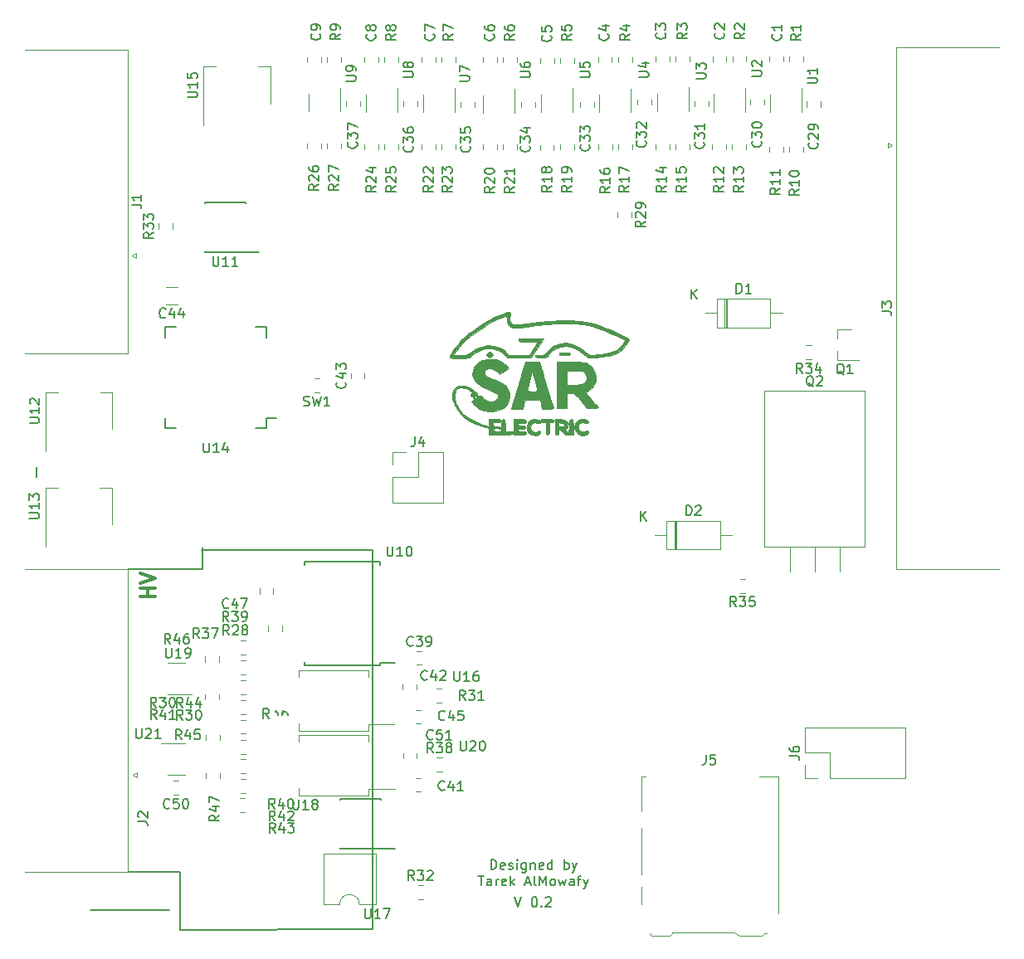
<source format=gbr>
G04 #@! TF.GenerationSoftware,KiCad,Pcbnew,(5.1.0)-1*
G04 #@! TF.CreationDate,2019-07-05T16:32:50+02:00*
G04 #@! TF.ProjectId,ECU_SMD,4543555f-534d-4442-9e6b-696361645f70,rev?*
G04 #@! TF.SameCoordinates,Original*
G04 #@! TF.FileFunction,Legend,Top*
G04 #@! TF.FilePolarity,Positive*
%FSLAX46Y46*%
G04 Gerber Fmt 4.6, Leading zero omitted, Abs format (unit mm)*
G04 Created by KiCad (PCBNEW (5.1.0)-1) date 2019-07-05 16:32:50*
%MOMM*%
%LPD*%
G04 APERTURE LIST*
%ADD10C,0.150000*%
%ADD11C,0.300000*%
%ADD12C,0.200000*%
%ADD13C,0.010000*%
%ADD14C,0.120000*%
%ADD15C,0.100000*%
%ADD16C,1.170000*%
%ADD17R,1.520000X0.620000*%
%ADD18R,1.320000X1.920000*%
%ADD19R,1.020000X2.820000*%
%ADD20R,1.020000X0.820000*%
%ADD21R,1.020000X1.220000*%
%ADD22R,0.720000X1.220000*%
%ADD23R,1.620000X1.620000*%
%ADD24C,1.620000*%
%ADD25C,4.020000*%
%ADD26R,1.580000X0.670000*%
%ADD27O,1.620000X1.620000*%
%ADD28R,0.670000X1.580000*%
%ADD29R,1.570000X0.620000*%
%ADD30R,3.820000X2.020000*%
%ADD31R,1.520000X2.020000*%
%ADD32R,1.020000X0.270000*%
%ADD33R,0.270000X1.020000*%
%ADD34R,1.925000X0.660000*%
%ADD35R,1.720000X1.720000*%
%ADD36O,1.720000X1.720000*%
%ADD37R,0.920000X0.820000*%
%ADD38O,3.520000X3.520000*%
%ADD39R,1.925000X2.020000*%
%ADD40O,1.925000X2.020000*%
%ADD41R,1.820000X1.820000*%
%ADD42O,1.820000X1.820000*%
%ADD43C,1.445000*%
G04 APERTURE END LIST*
D10*
X111095238Y-177452380D02*
X111428571Y-178452380D01*
X111761904Y-177452380D01*
X113047619Y-177452380D02*
X113142857Y-177452380D01*
X113238095Y-177500000D01*
X113285714Y-177547619D01*
X113333333Y-177642857D01*
X113380952Y-177833333D01*
X113380952Y-178071428D01*
X113333333Y-178261904D01*
X113285714Y-178357142D01*
X113238095Y-178404761D01*
X113142857Y-178452380D01*
X113047619Y-178452380D01*
X112952380Y-178404761D01*
X112904761Y-178357142D01*
X112857142Y-178261904D01*
X112809523Y-178071428D01*
X112809523Y-177833333D01*
X112857142Y-177642857D01*
X112904761Y-177547619D01*
X112952380Y-177500000D01*
X113047619Y-177452380D01*
X113809523Y-178357142D02*
X113857142Y-178404761D01*
X113809523Y-178452380D01*
X113761904Y-178404761D01*
X113809523Y-178357142D01*
X113809523Y-178452380D01*
X114238095Y-177547619D02*
X114285714Y-177500000D01*
X114380952Y-177452380D01*
X114619047Y-177452380D01*
X114714285Y-177500000D01*
X114761904Y-177547619D01*
X114809523Y-177642857D01*
X114809523Y-177738095D01*
X114761904Y-177880952D01*
X114190476Y-178452380D01*
X114809523Y-178452380D01*
X108666666Y-174627380D02*
X108666666Y-173627380D01*
X108904761Y-173627380D01*
X109047619Y-173675000D01*
X109142857Y-173770238D01*
X109190476Y-173865476D01*
X109238095Y-174055952D01*
X109238095Y-174198809D01*
X109190476Y-174389285D01*
X109142857Y-174484523D01*
X109047619Y-174579761D01*
X108904761Y-174627380D01*
X108666666Y-174627380D01*
X110047619Y-174579761D02*
X109952380Y-174627380D01*
X109761904Y-174627380D01*
X109666666Y-174579761D01*
X109619047Y-174484523D01*
X109619047Y-174103571D01*
X109666666Y-174008333D01*
X109761904Y-173960714D01*
X109952380Y-173960714D01*
X110047619Y-174008333D01*
X110095238Y-174103571D01*
X110095238Y-174198809D01*
X109619047Y-174294047D01*
X110476190Y-174579761D02*
X110571428Y-174627380D01*
X110761904Y-174627380D01*
X110857142Y-174579761D01*
X110904761Y-174484523D01*
X110904761Y-174436904D01*
X110857142Y-174341666D01*
X110761904Y-174294047D01*
X110619047Y-174294047D01*
X110523809Y-174246428D01*
X110476190Y-174151190D01*
X110476190Y-174103571D01*
X110523809Y-174008333D01*
X110619047Y-173960714D01*
X110761904Y-173960714D01*
X110857142Y-174008333D01*
X111333333Y-174627380D02*
X111333333Y-173960714D01*
X111333333Y-173627380D02*
X111285714Y-173675000D01*
X111333333Y-173722619D01*
X111380952Y-173675000D01*
X111333333Y-173627380D01*
X111333333Y-173722619D01*
X112238095Y-173960714D02*
X112238095Y-174770238D01*
X112190476Y-174865476D01*
X112142857Y-174913095D01*
X112047619Y-174960714D01*
X111904761Y-174960714D01*
X111809523Y-174913095D01*
X112238095Y-174579761D02*
X112142857Y-174627380D01*
X111952380Y-174627380D01*
X111857142Y-174579761D01*
X111809523Y-174532142D01*
X111761904Y-174436904D01*
X111761904Y-174151190D01*
X111809523Y-174055952D01*
X111857142Y-174008333D01*
X111952380Y-173960714D01*
X112142857Y-173960714D01*
X112238095Y-174008333D01*
X112714285Y-173960714D02*
X112714285Y-174627380D01*
X112714285Y-174055952D02*
X112761904Y-174008333D01*
X112857142Y-173960714D01*
X113000000Y-173960714D01*
X113095238Y-174008333D01*
X113142857Y-174103571D01*
X113142857Y-174627380D01*
X114000000Y-174579761D02*
X113904761Y-174627380D01*
X113714285Y-174627380D01*
X113619047Y-174579761D01*
X113571428Y-174484523D01*
X113571428Y-174103571D01*
X113619047Y-174008333D01*
X113714285Y-173960714D01*
X113904761Y-173960714D01*
X114000000Y-174008333D01*
X114047619Y-174103571D01*
X114047619Y-174198809D01*
X113571428Y-174294047D01*
X114904761Y-174627380D02*
X114904761Y-173627380D01*
X114904761Y-174579761D02*
X114809523Y-174627380D01*
X114619047Y-174627380D01*
X114523809Y-174579761D01*
X114476190Y-174532142D01*
X114428571Y-174436904D01*
X114428571Y-174151190D01*
X114476190Y-174055952D01*
X114523809Y-174008333D01*
X114619047Y-173960714D01*
X114809523Y-173960714D01*
X114904761Y-174008333D01*
X116142857Y-174627380D02*
X116142857Y-173627380D01*
X116142857Y-174008333D02*
X116238095Y-173960714D01*
X116428571Y-173960714D01*
X116523809Y-174008333D01*
X116571428Y-174055952D01*
X116619047Y-174151190D01*
X116619047Y-174436904D01*
X116571428Y-174532142D01*
X116523809Y-174579761D01*
X116428571Y-174627380D01*
X116238095Y-174627380D01*
X116142857Y-174579761D01*
X116952380Y-173960714D02*
X117190476Y-174627380D01*
X117428571Y-173960714D02*
X117190476Y-174627380D01*
X117095238Y-174865476D01*
X117047619Y-174913095D01*
X116952380Y-174960714D01*
X107380952Y-175277380D02*
X107952380Y-175277380D01*
X107666666Y-176277380D02*
X107666666Y-175277380D01*
X108714285Y-176277380D02*
X108714285Y-175753571D01*
X108666666Y-175658333D01*
X108571428Y-175610714D01*
X108380952Y-175610714D01*
X108285714Y-175658333D01*
X108714285Y-176229761D02*
X108619047Y-176277380D01*
X108380952Y-176277380D01*
X108285714Y-176229761D01*
X108238095Y-176134523D01*
X108238095Y-176039285D01*
X108285714Y-175944047D01*
X108380952Y-175896428D01*
X108619047Y-175896428D01*
X108714285Y-175848809D01*
X109190476Y-176277380D02*
X109190476Y-175610714D01*
X109190476Y-175801190D02*
X109238095Y-175705952D01*
X109285714Y-175658333D01*
X109380952Y-175610714D01*
X109476190Y-175610714D01*
X110190476Y-176229761D02*
X110095238Y-176277380D01*
X109904761Y-176277380D01*
X109809523Y-176229761D01*
X109761904Y-176134523D01*
X109761904Y-175753571D01*
X109809523Y-175658333D01*
X109904761Y-175610714D01*
X110095238Y-175610714D01*
X110190476Y-175658333D01*
X110238095Y-175753571D01*
X110238095Y-175848809D01*
X109761904Y-175944047D01*
X110666666Y-176277380D02*
X110666666Y-175277380D01*
X110761904Y-175896428D02*
X111047619Y-176277380D01*
X111047619Y-175610714D02*
X110666666Y-175991666D01*
X112190476Y-175991666D02*
X112666666Y-175991666D01*
X112095238Y-176277380D02*
X112428571Y-175277380D01*
X112761904Y-176277380D01*
X113238095Y-176277380D02*
X113142857Y-176229761D01*
X113095238Y-176134523D01*
X113095238Y-175277380D01*
X113619047Y-176277380D02*
X113619047Y-175277380D01*
X113952380Y-175991666D01*
X114285714Y-175277380D01*
X114285714Y-176277380D01*
X114904761Y-176277380D02*
X114809523Y-176229761D01*
X114761904Y-176182142D01*
X114714285Y-176086904D01*
X114714285Y-175801190D01*
X114761904Y-175705952D01*
X114809523Y-175658333D01*
X114904761Y-175610714D01*
X115047619Y-175610714D01*
X115142857Y-175658333D01*
X115190476Y-175705952D01*
X115238095Y-175801190D01*
X115238095Y-176086904D01*
X115190476Y-176182142D01*
X115142857Y-176229761D01*
X115047619Y-176277380D01*
X114904761Y-176277380D01*
X115571428Y-175610714D02*
X115761904Y-176277380D01*
X115952380Y-175801190D01*
X116142857Y-176277380D01*
X116333333Y-175610714D01*
X117142857Y-176277380D02*
X117142857Y-175753571D01*
X117095238Y-175658333D01*
X117000000Y-175610714D01*
X116809523Y-175610714D01*
X116714285Y-175658333D01*
X117142857Y-176229761D02*
X117047619Y-176277380D01*
X116809523Y-176277380D01*
X116714285Y-176229761D01*
X116666666Y-176134523D01*
X116666666Y-176039285D01*
X116714285Y-175944047D01*
X116809523Y-175896428D01*
X117047619Y-175896428D01*
X117142857Y-175848809D01*
X117476190Y-175610714D02*
X117857142Y-175610714D01*
X117619047Y-176277380D02*
X117619047Y-175420238D01*
X117666666Y-175325000D01*
X117761904Y-175277380D01*
X117857142Y-175277380D01*
X118095238Y-175610714D02*
X118333333Y-176277380D01*
X118571428Y-175610714D02*
X118333333Y-176277380D01*
X118238095Y-176515476D01*
X118190476Y-176563095D01*
X118095238Y-176610714D01*
X96621600Y-142036800D02*
X79146400Y-142011400D01*
X79197200Y-143967200D02*
X79197200Y-141808200D01*
X72948800Y-143967200D02*
X79197200Y-143967200D01*
X71602600Y-143967200D02*
X72948800Y-143967200D01*
X76936600Y-174904400D02*
X76936600Y-175310800D01*
X71602600Y-174904400D02*
X76936600Y-174904400D01*
X76936600Y-180771800D02*
X76936600Y-175285400D01*
X96621600Y-180721000D02*
X76936600Y-180771800D01*
X96621600Y-142036800D02*
X96621600Y-180721000D01*
D11*
X74389371Y-146765828D02*
X72889371Y-146765828D01*
X73603657Y-146765828D02*
X73603657Y-145908685D01*
X74389371Y-145908685D02*
X72889371Y-145908685D01*
X72889371Y-145408685D02*
X74389371Y-144908685D01*
X72889371Y-144408685D01*
D12*
X62290800Y-134593800D02*
X62290800Y-133593800D01*
X67802600Y-178778200D02*
X75802600Y-178778200D01*
D13*
G36*
X114417249Y-128658272D02*
G01*
X114757115Y-128677193D01*
X114961826Y-128708101D01*
X115065528Y-128759634D01*
X115100790Y-128831167D01*
X115082470Y-128937731D01*
X114946986Y-128977137D01*
X114868875Y-128979334D01*
X114608667Y-128979334D01*
X114608667Y-129614334D01*
X114604667Y-129939001D01*
X114586431Y-130129497D01*
X114544599Y-130220912D01*
X114469815Y-130248338D01*
X114439334Y-130249334D01*
X114352755Y-130234336D01*
X114301957Y-130165948D01*
X114277579Y-130009079D01*
X114270266Y-129728638D01*
X114270000Y-129614334D01*
X114270000Y-128979334D01*
X113978664Y-128979334D01*
X113768423Y-129000894D01*
X113642629Y-129053533D01*
X113636973Y-129060807D01*
X113524399Y-129093614D01*
X113377977Y-129047217D01*
X113115194Y-129003052D01*
X112888182Y-129091043D01*
X112731481Y-129274019D01*
X112679632Y-129514809D01*
X112741245Y-129732448D01*
X112920242Y-129906967D01*
X113171359Y-129973318D01*
X113406557Y-129919645D01*
X113569365Y-129876091D01*
X113672479Y-129947151D01*
X113714104Y-130056360D01*
X113620703Y-130168004D01*
X113577864Y-130199372D01*
X113271942Y-130316023D01*
X112915545Y-130295310D01*
X112776226Y-130250046D01*
X112528152Y-130067001D01*
X112373976Y-129786390D01*
X112324496Y-129458187D01*
X112390510Y-129132366D01*
X112495669Y-128951566D01*
X112755017Y-128746971D01*
X113082892Y-128659042D01*
X113414587Y-128700378D01*
X113525454Y-128751032D01*
X113688187Y-128834037D01*
X113752612Y-128824661D01*
X113762000Y-128760168D01*
X113791285Y-128695874D01*
X113899983Y-128661117D01*
X114119365Y-128651035D01*
X114417249Y-128658272D01*
X114417249Y-128658272D01*
G37*
X114417249Y-128658272D02*
X114757115Y-128677193D01*
X114961826Y-128708101D01*
X115065528Y-128759634D01*
X115100790Y-128831167D01*
X115082470Y-128937731D01*
X114946986Y-128977137D01*
X114868875Y-128979334D01*
X114608667Y-128979334D01*
X114608667Y-129614334D01*
X114604667Y-129939001D01*
X114586431Y-130129497D01*
X114544599Y-130220912D01*
X114469815Y-130248338D01*
X114439334Y-130249334D01*
X114352755Y-130234336D01*
X114301957Y-130165948D01*
X114277579Y-130009079D01*
X114270266Y-129728638D01*
X114270000Y-129614334D01*
X114270000Y-128979334D01*
X113978664Y-128979334D01*
X113768423Y-129000894D01*
X113642629Y-129053533D01*
X113636973Y-129060807D01*
X113524399Y-129093614D01*
X113377977Y-129047217D01*
X113115194Y-129003052D01*
X112888182Y-129091043D01*
X112731481Y-129274019D01*
X112679632Y-129514809D01*
X112741245Y-129732448D01*
X112920242Y-129906967D01*
X113171359Y-129973318D01*
X113406557Y-129919645D01*
X113569365Y-129876091D01*
X113672479Y-129947151D01*
X113714104Y-130056360D01*
X113620703Y-130168004D01*
X113577864Y-130199372D01*
X113271942Y-130316023D01*
X112915545Y-130295310D01*
X112776226Y-130250046D01*
X112528152Y-130067001D01*
X112373976Y-129786390D01*
X112324496Y-129458187D01*
X112390510Y-129132366D01*
X112495669Y-128951566D01*
X112755017Y-128746971D01*
X113082892Y-128659042D01*
X113414587Y-128700378D01*
X113525454Y-128751032D01*
X113688187Y-128834037D01*
X113752612Y-128824661D01*
X113762000Y-128760168D01*
X113791285Y-128695874D01*
X113899983Y-128661117D01*
X114119365Y-128651035D01*
X114417249Y-128658272D01*
G36*
X118196770Y-128676929D02*
G01*
X118372350Y-128738924D01*
X118546904Y-128839727D01*
X118572654Y-128936551D01*
X118490363Y-129043104D01*
X118349695Y-129096215D01*
X118228477Y-129052838D01*
X117985108Y-128997333D01*
X117761870Y-129066271D01*
X117618755Y-129238036D01*
X117606444Y-129276956D01*
X117587173Y-129587611D01*
X117681530Y-129824264D01*
X117862733Y-129960119D01*
X118103996Y-129968382D01*
X118243197Y-129913951D01*
X118442108Y-129859747D01*
X118565122Y-129930463D01*
X118588000Y-130029073D01*
X118513548Y-130144956D01*
X118328921Y-130251785D01*
X118092213Y-130321552D01*
X117955512Y-130334000D01*
X117758910Y-130280671D01*
X117536843Y-130149614D01*
X117503071Y-130122583D01*
X117271100Y-129840637D01*
X117180544Y-129534399D01*
X117212766Y-129233528D01*
X117349134Y-128967685D01*
X117571014Y-128766530D01*
X117859770Y-128659725D01*
X118196770Y-128676929D01*
X118196770Y-128676929D01*
G37*
X118196770Y-128676929D02*
X118372350Y-128738924D01*
X118546904Y-128839727D01*
X118572654Y-128936551D01*
X118490363Y-129043104D01*
X118349695Y-129096215D01*
X118228477Y-129052838D01*
X117985108Y-128997333D01*
X117761870Y-129066271D01*
X117618755Y-129238036D01*
X117606444Y-129276956D01*
X117587173Y-129587611D01*
X117681530Y-129824264D01*
X117862733Y-129960119D01*
X118103996Y-129968382D01*
X118243197Y-129913951D01*
X118442108Y-129859747D01*
X118565122Y-129930463D01*
X118588000Y-130029073D01*
X118513548Y-130144956D01*
X118328921Y-130251785D01*
X118092213Y-130321552D01*
X117955512Y-130334000D01*
X117758910Y-130280671D01*
X117536843Y-130149614D01*
X117503071Y-130122583D01*
X117271100Y-129840637D01*
X117180544Y-129534399D01*
X117212766Y-129233528D01*
X117349134Y-128967685D01*
X117571014Y-128766530D01*
X117859770Y-128659725D01*
X118196770Y-128676929D01*
G36*
X109163017Y-122590466D02*
G01*
X109615464Y-122729459D01*
X110002485Y-122979829D01*
X110193529Y-123161164D01*
X110477392Y-123459672D01*
X109535328Y-124062302D01*
X109290737Y-123817711D01*
X109024078Y-123623006D01*
X108728795Y-123517378D01*
X108442271Y-123498897D01*
X108201886Y-123565632D01*
X108045023Y-123715653D01*
X108004667Y-123884116D01*
X108041103Y-124088848D01*
X108166346Y-124257695D01*
X108404294Y-124409808D01*
X108778847Y-124564341D01*
X108911112Y-124610535D01*
X109339800Y-124763085D01*
X109646912Y-124892048D01*
X109874322Y-125018081D01*
X110063906Y-125161843D01*
X110108211Y-125201080D01*
X110400677Y-125573000D01*
X110548430Y-126029879D01*
X110568857Y-126312334D01*
X110497346Y-126816929D01*
X110286980Y-127229367D01*
X109944013Y-127544769D01*
X109474698Y-127758257D01*
X108885287Y-127864952D01*
X108563533Y-127876807D01*
X108014216Y-127831915D01*
X107568993Y-127688366D01*
X107182517Y-127427131D01*
X106956965Y-127202662D01*
X106777345Y-126992921D01*
X106703807Y-126867986D01*
X106721689Y-126793936D01*
X106766465Y-126761888D01*
X106891663Y-126628932D01*
X106854925Y-126477674D01*
X106799492Y-126430031D01*
X107011245Y-126430031D01*
X107064966Y-126544039D01*
X107127637Y-126550024D01*
X107195255Y-126451016D01*
X107185929Y-126389993D01*
X107099504Y-126277337D01*
X107025332Y-126315265D01*
X107011245Y-126430031D01*
X106799492Y-126430031D01*
X106734667Y-126374316D01*
X106608170Y-126247087D01*
X106567337Y-126111073D01*
X106622733Y-126024140D01*
X106669243Y-126016000D01*
X106717567Y-125979212D01*
X106652791Y-125886787D01*
X106509667Y-125765632D01*
X106322948Y-125642653D01*
X106127386Y-125544757D01*
X106012354Y-125507403D01*
X105581150Y-125465467D01*
X105254698Y-125551949D01*
X105037181Y-125759040D01*
X104932778Y-126078924D01*
X104945672Y-126503792D01*
X105080044Y-127025829D01*
X105128543Y-127158746D01*
X105414688Y-127681927D01*
X105846801Y-128166291D01*
X106403015Y-128595493D01*
X107061462Y-128953184D01*
X107800274Y-129223019D01*
X107941167Y-129261271D01*
X108428000Y-129386592D01*
X108428000Y-128640667D01*
X109020667Y-128640667D01*
X109332131Y-128645235D01*
X109510565Y-128665837D01*
X109592175Y-128712818D01*
X109613168Y-128796521D01*
X109613334Y-128810000D01*
X109588405Y-128915820D01*
X109484892Y-128965859D01*
X109259704Y-128979269D01*
X109232334Y-128979334D01*
X108997226Y-128988107D01*
X108885835Y-129031230D01*
X108852789Y-129133909D01*
X108851334Y-129191000D01*
X108882382Y-129347233D01*
X109009512Y-129400746D01*
X109084167Y-129403823D01*
X109335479Y-129423423D01*
X109502511Y-129454726D01*
X109614563Y-129468935D01*
X109674276Y-129408304D01*
X109703786Y-129235079D01*
X109714178Y-129093737D01*
X109741104Y-128842680D01*
X109793078Y-128719664D01*
X109889711Y-128683485D01*
X109909667Y-128683000D01*
X109998328Y-128700218D01*
X110052397Y-128775479D01*
X110083079Y-128944194D01*
X110101576Y-129241774D01*
X110103876Y-129296834D01*
X110128752Y-129910667D01*
X110506043Y-129910667D01*
X110742719Y-129921975D01*
X110854049Y-129968828D01*
X110883249Y-130070624D01*
X110883334Y-130080000D01*
X110874784Y-130146022D01*
X110832083Y-130192215D01*
X110729652Y-130222109D01*
X110541915Y-130239231D01*
X110243294Y-130247110D01*
X109808209Y-130249272D01*
X109655667Y-130249334D01*
X108428000Y-130249334D01*
X108428000Y-129788086D01*
X108851334Y-129788086D01*
X108924979Y-129865358D01*
X109104971Y-129915747D01*
X109329896Y-129935386D01*
X109538339Y-129920409D01*
X109668885Y-129866948D01*
X109684318Y-129840540D01*
X109683682Y-129709401D01*
X109669251Y-129684362D01*
X109553083Y-129645286D01*
X109345026Y-129620507D01*
X109122278Y-129615233D01*
X108962041Y-129634668D01*
X108957167Y-129636341D01*
X108858787Y-129743719D01*
X108851334Y-129788086D01*
X108428000Y-129788086D01*
X108428000Y-129597133D01*
X107858109Y-129442870D01*
X107052483Y-129162464D01*
X106343837Y-128789703D01*
X105745590Y-128337313D01*
X105271163Y-127818019D01*
X104933975Y-127244546D01*
X104747447Y-126629619D01*
X104726152Y-126473082D01*
X104733008Y-125996688D01*
X104861593Y-125634954D01*
X105109045Y-125391480D01*
X105472504Y-125269867D01*
X105693296Y-125255860D01*
X105974637Y-125292997D01*
X106279241Y-125386261D01*
X106552913Y-125512790D01*
X106741456Y-125649724D01*
X106787924Y-125717604D01*
X106895937Y-125820700D01*
X106965904Y-125826999D01*
X107105356Y-125869626D01*
X107224522Y-126061211D01*
X107278474Y-126212338D01*
X107369210Y-126323018D01*
X107496775Y-126312299D01*
X107655650Y-126317979D01*
X107828878Y-126453601D01*
X107883634Y-126515651D01*
X108140407Y-126732467D01*
X108441124Y-126855894D01*
X108749190Y-126889048D01*
X109028014Y-126835048D01*
X109241002Y-126697010D01*
X109351562Y-126478053D01*
X109359334Y-126389926D01*
X109334854Y-126235057D01*
X109245486Y-126100984D01*
X109067331Y-125970501D01*
X108776492Y-125826402D01*
X108349073Y-125651481D01*
X108315757Y-125638543D01*
X107826202Y-125428593D01*
X107470604Y-125226029D01*
X107221255Y-125017805D01*
X106931825Y-124615015D01*
X106788353Y-124172519D01*
X106800469Y-123722697D01*
X106816357Y-123656387D01*
X107012936Y-123207219D01*
X107330205Y-122874619D01*
X107769635Y-122657674D01*
X108332695Y-122555468D01*
X108602898Y-122546526D01*
X109163017Y-122590466D01*
X109163017Y-122590466D01*
G37*
X109163017Y-122590466D02*
X109615464Y-122729459D01*
X110002485Y-122979829D01*
X110193529Y-123161164D01*
X110477392Y-123459672D01*
X109535328Y-124062302D01*
X109290737Y-123817711D01*
X109024078Y-123623006D01*
X108728795Y-123517378D01*
X108442271Y-123498897D01*
X108201886Y-123565632D01*
X108045023Y-123715653D01*
X108004667Y-123884116D01*
X108041103Y-124088848D01*
X108166346Y-124257695D01*
X108404294Y-124409808D01*
X108778847Y-124564341D01*
X108911112Y-124610535D01*
X109339800Y-124763085D01*
X109646912Y-124892048D01*
X109874322Y-125018081D01*
X110063906Y-125161843D01*
X110108211Y-125201080D01*
X110400677Y-125573000D01*
X110548430Y-126029879D01*
X110568857Y-126312334D01*
X110497346Y-126816929D01*
X110286980Y-127229367D01*
X109944013Y-127544769D01*
X109474698Y-127758257D01*
X108885287Y-127864952D01*
X108563533Y-127876807D01*
X108014216Y-127831915D01*
X107568993Y-127688366D01*
X107182517Y-127427131D01*
X106956965Y-127202662D01*
X106777345Y-126992921D01*
X106703807Y-126867986D01*
X106721689Y-126793936D01*
X106766465Y-126761888D01*
X106891663Y-126628932D01*
X106854925Y-126477674D01*
X106799492Y-126430031D01*
X107011245Y-126430031D01*
X107064966Y-126544039D01*
X107127637Y-126550024D01*
X107195255Y-126451016D01*
X107185929Y-126389993D01*
X107099504Y-126277337D01*
X107025332Y-126315265D01*
X107011245Y-126430031D01*
X106799492Y-126430031D01*
X106734667Y-126374316D01*
X106608170Y-126247087D01*
X106567337Y-126111073D01*
X106622733Y-126024140D01*
X106669243Y-126016000D01*
X106717567Y-125979212D01*
X106652791Y-125886787D01*
X106509667Y-125765632D01*
X106322948Y-125642653D01*
X106127386Y-125544757D01*
X106012354Y-125507403D01*
X105581150Y-125465467D01*
X105254698Y-125551949D01*
X105037181Y-125759040D01*
X104932778Y-126078924D01*
X104945672Y-126503792D01*
X105080044Y-127025829D01*
X105128543Y-127158746D01*
X105414688Y-127681927D01*
X105846801Y-128166291D01*
X106403015Y-128595493D01*
X107061462Y-128953184D01*
X107800274Y-129223019D01*
X107941167Y-129261271D01*
X108428000Y-129386592D01*
X108428000Y-128640667D01*
X109020667Y-128640667D01*
X109332131Y-128645235D01*
X109510565Y-128665837D01*
X109592175Y-128712818D01*
X109613168Y-128796521D01*
X109613334Y-128810000D01*
X109588405Y-128915820D01*
X109484892Y-128965859D01*
X109259704Y-128979269D01*
X109232334Y-128979334D01*
X108997226Y-128988107D01*
X108885835Y-129031230D01*
X108852789Y-129133909D01*
X108851334Y-129191000D01*
X108882382Y-129347233D01*
X109009512Y-129400746D01*
X109084167Y-129403823D01*
X109335479Y-129423423D01*
X109502511Y-129454726D01*
X109614563Y-129468935D01*
X109674276Y-129408304D01*
X109703786Y-129235079D01*
X109714178Y-129093737D01*
X109741104Y-128842680D01*
X109793078Y-128719664D01*
X109889711Y-128683485D01*
X109909667Y-128683000D01*
X109998328Y-128700218D01*
X110052397Y-128775479D01*
X110083079Y-128944194D01*
X110101576Y-129241774D01*
X110103876Y-129296834D01*
X110128752Y-129910667D01*
X110506043Y-129910667D01*
X110742719Y-129921975D01*
X110854049Y-129968828D01*
X110883249Y-130070624D01*
X110883334Y-130080000D01*
X110874784Y-130146022D01*
X110832083Y-130192215D01*
X110729652Y-130222109D01*
X110541915Y-130239231D01*
X110243294Y-130247110D01*
X109808209Y-130249272D01*
X109655667Y-130249334D01*
X108428000Y-130249334D01*
X108428000Y-129788086D01*
X108851334Y-129788086D01*
X108924979Y-129865358D01*
X109104971Y-129915747D01*
X109329896Y-129935386D01*
X109538339Y-129920409D01*
X109668885Y-129866948D01*
X109684318Y-129840540D01*
X109683682Y-129709401D01*
X109669251Y-129684362D01*
X109553083Y-129645286D01*
X109345026Y-129620507D01*
X109122278Y-129615233D01*
X108962041Y-129634668D01*
X108957167Y-129636341D01*
X108858787Y-129743719D01*
X108851334Y-129788086D01*
X108428000Y-129788086D01*
X108428000Y-129597133D01*
X107858109Y-129442870D01*
X107052483Y-129162464D01*
X106343837Y-128789703D01*
X105745590Y-128337313D01*
X105271163Y-127818019D01*
X104933975Y-127244546D01*
X104747447Y-126629619D01*
X104726152Y-126473082D01*
X104733008Y-125996688D01*
X104861593Y-125634954D01*
X105109045Y-125391480D01*
X105472504Y-125269867D01*
X105693296Y-125255860D01*
X105974637Y-125292997D01*
X106279241Y-125386261D01*
X106552913Y-125512790D01*
X106741456Y-125649724D01*
X106787924Y-125717604D01*
X106895937Y-125820700D01*
X106965904Y-125826999D01*
X107105356Y-125869626D01*
X107224522Y-126061211D01*
X107278474Y-126212338D01*
X107369210Y-126323018D01*
X107496775Y-126312299D01*
X107655650Y-126317979D01*
X107828878Y-126453601D01*
X107883634Y-126515651D01*
X108140407Y-126732467D01*
X108441124Y-126855894D01*
X108749190Y-126889048D01*
X109028014Y-126835048D01*
X109241002Y-126697010D01*
X109351562Y-126478053D01*
X109359334Y-126389926D01*
X109334854Y-126235057D01*
X109245486Y-126100984D01*
X109067331Y-125970501D01*
X108776492Y-125826402D01*
X108349073Y-125651481D01*
X108315757Y-125638543D01*
X107826202Y-125428593D01*
X107470604Y-125226029D01*
X107221255Y-125017805D01*
X106931825Y-124615015D01*
X106788353Y-124172519D01*
X106800469Y-123722697D01*
X106816357Y-123656387D01*
X107012936Y-123207219D01*
X107330205Y-122874619D01*
X107769635Y-122657674D01*
X108332695Y-122555468D01*
X108602898Y-122546526D01*
X109163017Y-122590466D01*
G36*
X111914603Y-128687257D02*
G01*
X112095386Y-128707908D01*
X112183802Y-128756772D01*
X112218302Y-128845670D01*
X112222722Y-128873500D01*
X112224081Y-128985879D01*
X112159964Y-129042452D01*
X111990532Y-129062093D01*
X111820555Y-129064000D01*
X111552277Y-129077249D01*
X111420171Y-129123217D01*
X111391334Y-129191000D01*
X111441195Y-129274708D01*
X111610736Y-129312836D01*
X111772334Y-129318000D01*
X112010428Y-129329080D01*
X112123016Y-129375085D01*
X112153188Y-129475169D01*
X112153334Y-129487334D01*
X112128405Y-129593153D01*
X112024892Y-129643193D01*
X111799704Y-129656602D01*
X111772334Y-129656667D01*
X111521211Y-129673287D01*
X111406825Y-129729801D01*
X111391334Y-129783667D01*
X111436653Y-129863532D01*
X111593561Y-129902540D01*
X111814667Y-129910667D01*
X112068584Y-129919582D01*
X112195222Y-129957423D01*
X112236189Y-130040834D01*
X112238000Y-130080000D01*
X112223071Y-130166406D01*
X112154942Y-130217189D01*
X111998604Y-130241639D01*
X111719044Y-130249045D01*
X111599823Y-130249334D01*
X110961646Y-130249334D01*
X111010334Y-128683000D01*
X111603000Y-128683000D01*
X111914603Y-128687257D01*
X111914603Y-128687257D01*
G37*
X111914603Y-128687257D02*
X112095386Y-128707908D01*
X112183802Y-128756772D01*
X112218302Y-128845670D01*
X112222722Y-128873500D01*
X112224081Y-128985879D01*
X112159964Y-129042452D01*
X111990532Y-129062093D01*
X111820555Y-129064000D01*
X111552277Y-129077249D01*
X111420171Y-129123217D01*
X111391334Y-129191000D01*
X111441195Y-129274708D01*
X111610736Y-129312836D01*
X111772334Y-129318000D01*
X112010428Y-129329080D01*
X112123016Y-129375085D01*
X112153188Y-129475169D01*
X112153334Y-129487334D01*
X112128405Y-129593153D01*
X112024892Y-129643193D01*
X111799704Y-129656602D01*
X111772334Y-129656667D01*
X111521211Y-129673287D01*
X111406825Y-129729801D01*
X111391334Y-129783667D01*
X111436653Y-129863532D01*
X111593561Y-129902540D01*
X111814667Y-129910667D01*
X112068584Y-129919582D01*
X112195222Y-129957423D01*
X112236189Y-130040834D01*
X112238000Y-130080000D01*
X112223071Y-130166406D01*
X112154942Y-130217189D01*
X111998604Y-130241639D01*
X111719044Y-130249045D01*
X111599823Y-130249334D01*
X110961646Y-130249334D01*
X111010334Y-128683000D01*
X111603000Y-128683000D01*
X111914603Y-128687257D01*
G36*
X115728888Y-128664985D02*
G01*
X116063054Y-128711157D01*
X116275218Y-128785915D01*
X116406222Y-128897791D01*
X116540782Y-129159270D01*
X116506870Y-129407266D01*
X116379057Y-129579610D01*
X116202114Y-129756553D01*
X116400224Y-129968079D01*
X116598334Y-130179604D01*
X116640667Y-129431302D01*
X116664417Y-129072306D01*
X116692164Y-128850323D01*
X116733026Y-128733111D01*
X116796124Y-128688426D01*
X116852334Y-128683000D01*
X116932418Y-128696640D01*
X116984251Y-128758695D01*
X117015672Y-128900864D01*
X117034520Y-129154849D01*
X117046011Y-129466167D01*
X117070355Y-130249334D01*
X116617433Y-130249334D01*
X116340379Y-130238443D01*
X116168895Y-130189059D01*
X116039751Y-130076116D01*
X115976721Y-129995334D01*
X115822214Y-129828197D01*
X115683645Y-129743810D01*
X115664465Y-129741334D01*
X115566277Y-129817400D01*
X115540000Y-129995334D01*
X115513390Y-130181254D01*
X115414378Y-130246713D01*
X115370667Y-130249334D01*
X115292429Y-130237339D01*
X115242849Y-130180562D01*
X115215455Y-130047806D01*
X115203774Y-129807879D01*
X115201334Y-129433241D01*
X115201334Y-129208001D01*
X115540000Y-129208001D01*
X115565576Y-129340333D01*
X115674674Y-129394352D01*
X115836334Y-129402667D01*
X116042246Y-129382611D01*
X116124553Y-129307107D01*
X116132667Y-129242597D01*
X116084507Y-129122568D01*
X115915965Y-129059374D01*
X115836334Y-129047931D01*
X115637400Y-129038043D01*
X115555028Y-129089919D01*
X115540000Y-129208001D01*
X115201334Y-129208001D01*
X115201334Y-128617148D01*
X115728888Y-128664985D01*
X115728888Y-128664985D01*
G37*
X115728888Y-128664985D02*
X116063054Y-128711157D01*
X116275218Y-128785915D01*
X116406222Y-128897791D01*
X116540782Y-129159270D01*
X116506870Y-129407266D01*
X116379057Y-129579610D01*
X116202114Y-129756553D01*
X116400224Y-129968079D01*
X116598334Y-130179604D01*
X116640667Y-129431302D01*
X116664417Y-129072306D01*
X116692164Y-128850323D01*
X116733026Y-128733111D01*
X116796124Y-128688426D01*
X116852334Y-128683000D01*
X116932418Y-128696640D01*
X116984251Y-128758695D01*
X117015672Y-128900864D01*
X117034520Y-129154849D01*
X117046011Y-129466167D01*
X117070355Y-130249334D01*
X116617433Y-130249334D01*
X116340379Y-130238443D01*
X116168895Y-130189059D01*
X116039751Y-130076116D01*
X115976721Y-129995334D01*
X115822214Y-129828197D01*
X115683645Y-129743810D01*
X115664465Y-129741334D01*
X115566277Y-129817400D01*
X115540000Y-129995334D01*
X115513390Y-130181254D01*
X115414378Y-130246713D01*
X115370667Y-130249334D01*
X115292429Y-130237339D01*
X115242849Y-130180562D01*
X115215455Y-130047806D01*
X115203774Y-129807879D01*
X115201334Y-129433241D01*
X115201334Y-129208001D01*
X115540000Y-129208001D01*
X115565576Y-129340333D01*
X115674674Y-129394352D01*
X115836334Y-129402667D01*
X116042246Y-129382611D01*
X116124553Y-129307107D01*
X116132667Y-129242597D01*
X116084507Y-129122568D01*
X115915965Y-129059374D01*
X115836334Y-129047931D01*
X115637400Y-129038043D01*
X115555028Y-129089919D01*
X115540000Y-129208001D01*
X115201334Y-129208001D01*
X115201334Y-128617148D01*
X115728888Y-128664985D01*
G36*
X110594364Y-117767706D02*
G01*
X110621840Y-117908499D01*
X110600788Y-118159760D01*
X110597514Y-118187764D01*
X110575377Y-118511554D01*
X110607530Y-118750461D01*
X110711817Y-118911924D01*
X110906083Y-119003383D01*
X111208171Y-119032276D01*
X111635926Y-119006044D01*
X112207191Y-118932125D01*
X112336619Y-118912821D01*
X113543981Y-118753486D01*
X114699519Y-118646798D01*
X115783417Y-118593039D01*
X116775856Y-118592487D01*
X117657021Y-118645424D01*
X118407093Y-118752130D01*
X118715000Y-118822597D01*
X119182098Y-118958556D01*
X119697702Y-119129405D01*
X120238197Y-119325087D01*
X120779965Y-119535544D01*
X121299391Y-119750718D01*
X121772858Y-119960552D01*
X122176749Y-120154988D01*
X122487448Y-120323968D01*
X122681340Y-120457435D01*
X122736667Y-120535327D01*
X122684003Y-120681977D01*
X122547074Y-120909581D01*
X122357469Y-121175601D01*
X122146782Y-121437494D01*
X121946603Y-121652723D01*
X121835812Y-121748383D01*
X121476722Y-121970671D01*
X121066875Y-122139369D01*
X120578130Y-122261219D01*
X119982342Y-122342966D01*
X119251369Y-122391354D01*
X119133335Y-122395971D01*
X118817266Y-122403264D01*
X118608173Y-122382903D01*
X118443834Y-122314033D01*
X118262030Y-122175797D01*
X118127833Y-122058935D01*
X117556960Y-121639165D01*
X116974972Y-121365028D01*
X116398606Y-121237264D01*
X115844604Y-121256615D01*
X115329704Y-121423819D01*
X114870647Y-121739618D01*
X114706484Y-121907625D01*
X114548882Y-122102965D01*
X114452939Y-122252425D01*
X114439334Y-122293613D01*
X114361464Y-122332953D01*
X114154880Y-122361829D01*
X113860121Y-122375025D01*
X113804334Y-122375334D01*
X113469388Y-122368681D01*
X113272779Y-122344640D01*
X113183883Y-122297086D01*
X113169334Y-122248334D01*
X113208852Y-122174058D01*
X113348691Y-122134482D01*
X113620771Y-122121493D01*
X113668970Y-122121334D01*
X113952497Y-122115263D01*
X114122070Y-122080843D01*
X114233021Y-121993756D01*
X114340680Y-121829689D01*
X114343499Y-121824914D01*
X114602726Y-121519489D01*
X114981038Y-121244336D01*
X115428192Y-121030979D01*
X115764639Y-120933307D01*
X116356663Y-120895052D01*
X116969306Y-121014731D01*
X117583039Y-121285772D01*
X118178333Y-121701602D01*
X118262326Y-121773848D01*
X118547488Y-121990855D01*
X118787704Y-122107617D01*
X118871823Y-122121334D01*
X119137603Y-122107317D01*
X119498309Y-122069640D01*
X119912110Y-122014858D01*
X120337175Y-121949528D01*
X120731674Y-121880208D01*
X121053775Y-121813452D01*
X121261650Y-121755820D01*
X121295077Y-121741500D01*
X121468527Y-121619239D01*
X121687387Y-121421553D01*
X121916455Y-121186432D01*
X122120526Y-120951868D01*
X122264398Y-120755851D01*
X122313334Y-120642602D01*
X122237419Y-120562171D01*
X122026649Y-120437632D01*
X121706483Y-120279406D01*
X121302378Y-120097908D01*
X120839796Y-119903558D01*
X120344194Y-119706774D01*
X119841032Y-119517972D01*
X119355769Y-119347572D01*
X118913863Y-119205991D01*
X118569679Y-119110685D01*
X117967349Y-119003427D01*
X117223603Y-118940213D01*
X116360401Y-118920561D01*
X115399702Y-118943991D01*
X114363467Y-119010023D01*
X113273654Y-119118175D01*
X112284294Y-119248313D01*
X111644632Y-119327600D01*
X111150447Y-119350981D01*
X110785501Y-119312770D01*
X110533557Y-119207281D01*
X110378377Y-119028827D01*
X110303722Y-118771720D01*
X110290667Y-118550107D01*
X110286275Y-118299560D01*
X110257279Y-118180643D01*
X110179942Y-118155655D01*
X110057834Y-118180261D01*
X109701151Y-118302558D01*
X109244539Y-118512634D01*
X108719399Y-118791380D01*
X108157138Y-119119686D01*
X107589158Y-119478445D01*
X107046865Y-119848547D01*
X106561661Y-120210884D01*
X106164953Y-120546347D01*
X106156596Y-120554080D01*
X105921623Y-120788992D01*
X105661958Y-121075313D01*
X105403116Y-121381334D01*
X105170611Y-121675345D01*
X104989957Y-121925636D01*
X104886669Y-122100498D01*
X104872000Y-122150602D01*
X104949784Y-122167702D01*
X105156989Y-122169642D01*
X105454389Y-122156535D01*
X105570500Y-122148566D01*
X105943329Y-122112742D01*
X106200385Y-122061786D01*
X106395228Y-121980032D01*
X106579228Y-121853529D01*
X107156696Y-121485898D01*
X107765019Y-121250505D01*
X108379354Y-121147835D01*
X108974857Y-121178376D01*
X109526685Y-121342612D01*
X110009995Y-121641030D01*
X110164353Y-121783369D01*
X110494366Y-122121334D01*
X112559719Y-122121334D01*
X112989747Y-121444000D01*
X113419775Y-120766667D01*
X112447887Y-120766667D01*
X112029989Y-120764865D01*
X111752740Y-120756129D01*
X111587466Y-120735462D01*
X111505493Y-120697870D01*
X111478149Y-120638356D01*
X111476000Y-120597334D01*
X111484280Y-120532434D01*
X111525834Y-120486643D01*
X111625738Y-120456640D01*
X111809064Y-120439103D01*
X112100887Y-120430711D01*
X112526280Y-120428142D01*
X112754315Y-120428000D01*
X114032629Y-120428000D01*
X113876148Y-120668344D01*
X113763168Y-120843240D01*
X113587747Y-121116344D01*
X113378485Y-121443089D01*
X113254000Y-121637859D01*
X112788334Y-122367031D01*
X111555341Y-122371182D01*
X110322348Y-122375334D01*
X110073674Y-122113579D01*
X109696532Y-121790379D01*
X109279860Y-121592434D01*
X108779408Y-121502126D01*
X108512178Y-121491895D01*
X108126738Y-121502800D01*
X107832411Y-121550844D01*
X107552326Y-121651835D01*
X107411512Y-121718244D01*
X107103546Y-121891540D01*
X106814330Y-122088842D01*
X106675759Y-122203964D01*
X106551983Y-122315548D01*
X106437299Y-122388840D01*
X106293704Y-122431886D01*
X106083197Y-122452732D01*
X105767775Y-122459426D01*
X105466601Y-122460000D01*
X105043146Y-122456074D01*
X104760282Y-122441740D01*
X104589395Y-122413166D01*
X104501872Y-122366521D01*
X104477168Y-122327484D01*
X104498326Y-122182019D01*
X104617090Y-121941223D01*
X104814277Y-121632380D01*
X105070705Y-121282771D01*
X105367189Y-120919680D01*
X105684547Y-120570390D01*
X105782901Y-120470437D01*
X106281246Y-120026256D01*
X106897379Y-119557616D01*
X107588176Y-119091404D01*
X108310511Y-118654504D01*
X109021259Y-118273803D01*
X109677296Y-117976187D01*
X109944088Y-117876214D01*
X110283156Y-117764755D01*
X110490692Y-117724189D01*
X110594364Y-117767706D01*
X110594364Y-117767706D01*
G37*
X110594364Y-117767706D02*
X110621840Y-117908499D01*
X110600788Y-118159760D01*
X110597514Y-118187764D01*
X110575377Y-118511554D01*
X110607530Y-118750461D01*
X110711817Y-118911924D01*
X110906083Y-119003383D01*
X111208171Y-119032276D01*
X111635926Y-119006044D01*
X112207191Y-118932125D01*
X112336619Y-118912821D01*
X113543981Y-118753486D01*
X114699519Y-118646798D01*
X115783417Y-118593039D01*
X116775856Y-118592487D01*
X117657021Y-118645424D01*
X118407093Y-118752130D01*
X118715000Y-118822597D01*
X119182098Y-118958556D01*
X119697702Y-119129405D01*
X120238197Y-119325087D01*
X120779965Y-119535544D01*
X121299391Y-119750718D01*
X121772858Y-119960552D01*
X122176749Y-120154988D01*
X122487448Y-120323968D01*
X122681340Y-120457435D01*
X122736667Y-120535327D01*
X122684003Y-120681977D01*
X122547074Y-120909581D01*
X122357469Y-121175601D01*
X122146782Y-121437494D01*
X121946603Y-121652723D01*
X121835812Y-121748383D01*
X121476722Y-121970671D01*
X121066875Y-122139369D01*
X120578130Y-122261219D01*
X119982342Y-122342966D01*
X119251369Y-122391354D01*
X119133335Y-122395971D01*
X118817266Y-122403264D01*
X118608173Y-122382903D01*
X118443834Y-122314033D01*
X118262030Y-122175797D01*
X118127833Y-122058935D01*
X117556960Y-121639165D01*
X116974972Y-121365028D01*
X116398606Y-121237264D01*
X115844604Y-121256615D01*
X115329704Y-121423819D01*
X114870647Y-121739618D01*
X114706484Y-121907625D01*
X114548882Y-122102965D01*
X114452939Y-122252425D01*
X114439334Y-122293613D01*
X114361464Y-122332953D01*
X114154880Y-122361829D01*
X113860121Y-122375025D01*
X113804334Y-122375334D01*
X113469388Y-122368681D01*
X113272779Y-122344640D01*
X113183883Y-122297086D01*
X113169334Y-122248334D01*
X113208852Y-122174058D01*
X113348691Y-122134482D01*
X113620771Y-122121493D01*
X113668970Y-122121334D01*
X113952497Y-122115263D01*
X114122070Y-122080843D01*
X114233021Y-121993756D01*
X114340680Y-121829689D01*
X114343499Y-121824914D01*
X114602726Y-121519489D01*
X114981038Y-121244336D01*
X115428192Y-121030979D01*
X115764639Y-120933307D01*
X116356663Y-120895052D01*
X116969306Y-121014731D01*
X117583039Y-121285772D01*
X118178333Y-121701602D01*
X118262326Y-121773848D01*
X118547488Y-121990855D01*
X118787704Y-122107617D01*
X118871823Y-122121334D01*
X119137603Y-122107317D01*
X119498309Y-122069640D01*
X119912110Y-122014858D01*
X120337175Y-121949528D01*
X120731674Y-121880208D01*
X121053775Y-121813452D01*
X121261650Y-121755820D01*
X121295077Y-121741500D01*
X121468527Y-121619239D01*
X121687387Y-121421553D01*
X121916455Y-121186432D01*
X122120526Y-120951868D01*
X122264398Y-120755851D01*
X122313334Y-120642602D01*
X122237419Y-120562171D01*
X122026649Y-120437632D01*
X121706483Y-120279406D01*
X121302378Y-120097908D01*
X120839796Y-119903558D01*
X120344194Y-119706774D01*
X119841032Y-119517972D01*
X119355769Y-119347572D01*
X118913863Y-119205991D01*
X118569679Y-119110685D01*
X117967349Y-119003427D01*
X117223603Y-118940213D01*
X116360401Y-118920561D01*
X115399702Y-118943991D01*
X114363467Y-119010023D01*
X113273654Y-119118175D01*
X112284294Y-119248313D01*
X111644632Y-119327600D01*
X111150447Y-119350981D01*
X110785501Y-119312770D01*
X110533557Y-119207281D01*
X110378377Y-119028827D01*
X110303722Y-118771720D01*
X110290667Y-118550107D01*
X110286275Y-118299560D01*
X110257279Y-118180643D01*
X110179942Y-118155655D01*
X110057834Y-118180261D01*
X109701151Y-118302558D01*
X109244539Y-118512634D01*
X108719399Y-118791380D01*
X108157138Y-119119686D01*
X107589158Y-119478445D01*
X107046865Y-119848547D01*
X106561661Y-120210884D01*
X106164953Y-120546347D01*
X106156596Y-120554080D01*
X105921623Y-120788992D01*
X105661958Y-121075313D01*
X105403116Y-121381334D01*
X105170611Y-121675345D01*
X104989957Y-121925636D01*
X104886669Y-122100498D01*
X104872000Y-122150602D01*
X104949784Y-122167702D01*
X105156989Y-122169642D01*
X105454389Y-122156535D01*
X105570500Y-122148566D01*
X105943329Y-122112742D01*
X106200385Y-122061786D01*
X106395228Y-121980032D01*
X106579228Y-121853529D01*
X107156696Y-121485898D01*
X107765019Y-121250505D01*
X108379354Y-121147835D01*
X108974857Y-121178376D01*
X109526685Y-121342612D01*
X110009995Y-121641030D01*
X110164353Y-121783369D01*
X110494366Y-122121334D01*
X112559719Y-122121334D01*
X112989747Y-121444000D01*
X113419775Y-120766667D01*
X112447887Y-120766667D01*
X112029989Y-120764865D01*
X111752740Y-120756129D01*
X111587466Y-120735462D01*
X111505493Y-120697870D01*
X111478149Y-120638356D01*
X111476000Y-120597334D01*
X111484280Y-120532434D01*
X111525834Y-120486643D01*
X111625738Y-120456640D01*
X111809064Y-120439103D01*
X112100887Y-120430711D01*
X112526280Y-120428142D01*
X112754315Y-120428000D01*
X114032629Y-120428000D01*
X113876148Y-120668344D01*
X113763168Y-120843240D01*
X113587747Y-121116344D01*
X113378485Y-121443089D01*
X113254000Y-121637859D01*
X112788334Y-122367031D01*
X111555341Y-122371182D01*
X110322348Y-122375334D01*
X110073674Y-122113579D01*
X109696532Y-121790379D01*
X109279860Y-121592434D01*
X108779408Y-121502126D01*
X108512178Y-121491895D01*
X108126738Y-121502800D01*
X107832411Y-121550844D01*
X107552326Y-121651835D01*
X107411512Y-121718244D01*
X107103546Y-121891540D01*
X106814330Y-122088842D01*
X106675759Y-122203964D01*
X106551983Y-122315548D01*
X106437299Y-122388840D01*
X106293704Y-122431886D01*
X106083197Y-122452732D01*
X105767775Y-122459426D01*
X105466601Y-122460000D01*
X105043146Y-122456074D01*
X104760282Y-122441740D01*
X104589395Y-122413166D01*
X104501872Y-122366521D01*
X104477168Y-122327484D01*
X104498326Y-122182019D01*
X104617090Y-121941223D01*
X104814277Y-121632380D01*
X105070705Y-121282771D01*
X105367189Y-120919680D01*
X105684547Y-120570390D01*
X105782901Y-120470437D01*
X106281246Y-120026256D01*
X106897379Y-119557616D01*
X107588176Y-119091404D01*
X108310511Y-118654504D01*
X109021259Y-118273803D01*
X109677296Y-117976187D01*
X109944088Y-117876214D01*
X110283156Y-117764755D01*
X110490692Y-117724189D01*
X110594364Y-117767706D01*
G36*
X113666584Y-123073834D02*
G01*
X113773438Y-123414715D01*
X113906180Y-123843001D01*
X114057330Y-124334061D01*
X114219409Y-124863268D01*
X114384937Y-125405994D01*
X114546433Y-125937608D01*
X114696418Y-126433483D01*
X114827411Y-126868989D01*
X114931933Y-127219499D01*
X115002504Y-127460384D01*
X115031643Y-127567014D01*
X115032000Y-127569620D01*
X114954573Y-127597031D01*
X114751177Y-127616749D01*
X114465137Y-127624655D01*
X114452856Y-127624667D01*
X113873712Y-127624667D01*
X113762000Y-127159000D01*
X113650288Y-126693334D01*
X112165349Y-126693334D01*
X112029976Y-127159000D01*
X111894603Y-127624667D01*
X110735011Y-127624667D01*
X111012412Y-126672167D01*
X111135927Y-126251394D01*
X111264328Y-125818051D01*
X112358658Y-125818051D01*
X112893828Y-125823307D01*
X113182906Y-125822505D01*
X113336867Y-125804446D01*
X113389862Y-125756496D01*
X113376046Y-125666016D01*
X113370036Y-125647115D01*
X113324610Y-125490554D01*
X113249526Y-125214309D01*
X113156736Y-124862836D01*
X113092037Y-124612953D01*
X112873000Y-123760240D01*
X112615829Y-124789145D01*
X112358658Y-125818051D01*
X111264328Y-125818051D01*
X111292396Y-125723325D01*
X111465528Y-125142677D01*
X111639030Y-124564168D01*
X111721573Y-124290351D01*
X111861130Y-123826675D01*
X111981899Y-123422209D01*
X112076023Y-123103533D01*
X112135644Y-122897228D01*
X112153334Y-122829851D01*
X112231487Y-122815699D01*
X112439910Y-122804901D01*
X112739548Y-122799165D01*
X112866434Y-122798667D01*
X113579535Y-122798667D01*
X113666584Y-123073834D01*
X113666584Y-123073834D01*
G37*
X113666584Y-123073834D02*
X113773438Y-123414715D01*
X113906180Y-123843001D01*
X114057330Y-124334061D01*
X114219409Y-124863268D01*
X114384937Y-125405994D01*
X114546433Y-125937608D01*
X114696418Y-126433483D01*
X114827411Y-126868989D01*
X114931933Y-127219499D01*
X115002504Y-127460384D01*
X115031643Y-127567014D01*
X115032000Y-127569620D01*
X114954573Y-127597031D01*
X114751177Y-127616749D01*
X114465137Y-127624655D01*
X114452856Y-127624667D01*
X113873712Y-127624667D01*
X113762000Y-127159000D01*
X113650288Y-126693334D01*
X112165349Y-126693334D01*
X112029976Y-127159000D01*
X111894603Y-127624667D01*
X110735011Y-127624667D01*
X111012412Y-126672167D01*
X111135927Y-126251394D01*
X111264328Y-125818051D01*
X112358658Y-125818051D01*
X112893828Y-125823307D01*
X113182906Y-125822505D01*
X113336867Y-125804446D01*
X113389862Y-125756496D01*
X113376046Y-125666016D01*
X113370036Y-125647115D01*
X113324610Y-125490554D01*
X113249526Y-125214309D01*
X113156736Y-124862836D01*
X113092037Y-124612953D01*
X112873000Y-123760240D01*
X112615829Y-124789145D01*
X112358658Y-125818051D01*
X111264328Y-125818051D01*
X111292396Y-125723325D01*
X111465528Y-125142677D01*
X111639030Y-124564168D01*
X111721573Y-124290351D01*
X111861130Y-123826675D01*
X111981899Y-123422209D01*
X112076023Y-123103533D01*
X112135644Y-122897228D01*
X112153334Y-122829851D01*
X112231487Y-122815699D01*
X112439910Y-122804901D01*
X112739548Y-122799165D01*
X112866434Y-122798667D01*
X113579535Y-122798667D01*
X113666584Y-123073834D01*
G36*
X116483690Y-121875812D02*
G01*
X116655262Y-121906108D01*
X116721304Y-121965511D01*
X116725334Y-121994334D01*
X116690630Y-122110217D01*
X116661834Y-122126423D01*
X116399413Y-122141229D01*
X116115500Y-122148081D01*
X115863420Y-122146874D01*
X115696502Y-122137505D01*
X115659821Y-122128389D01*
X115626996Y-122022865D01*
X115624667Y-121980222D01*
X115677584Y-121914468D01*
X115851849Y-121878430D01*
X116170729Y-121867335D01*
X116175000Y-121867334D01*
X116483690Y-121875812D01*
X116483690Y-121875812D01*
G37*
X116483690Y-121875812D02*
X116655262Y-121906108D01*
X116721304Y-121965511D01*
X116725334Y-121994334D01*
X116690630Y-122110217D01*
X116661834Y-122126423D01*
X116399413Y-122141229D01*
X116115500Y-122148081D01*
X115863420Y-122146874D01*
X115696502Y-122137505D01*
X115659821Y-122128389D01*
X115626996Y-122022865D01*
X115624667Y-121980222D01*
X115677584Y-121914468D01*
X115851849Y-121878430D01*
X116170729Y-121867335D01*
X116175000Y-121867334D01*
X116483690Y-121875812D01*
G36*
X108644101Y-121837827D02*
G01*
X108782888Y-121957889D01*
X108851166Y-122074726D01*
X108851334Y-122079000D01*
X108786307Y-122197896D01*
X108643491Y-122317262D01*
X108501280Y-122372150D01*
X108497548Y-122372113D01*
X108350192Y-122310893D01*
X108279834Y-122248686D01*
X108190523Y-122123082D01*
X108174000Y-122076526D01*
X108236932Y-121963502D01*
X108373793Y-121843092D01*
X108506687Y-121782889D01*
X108512667Y-121782667D01*
X108644101Y-121837827D01*
X108644101Y-121837827D01*
G37*
X108644101Y-121837827D02*
X108782888Y-121957889D01*
X108851166Y-122074726D01*
X108851334Y-122079000D01*
X108786307Y-122197896D01*
X108643491Y-122317262D01*
X108501280Y-122372150D01*
X108497548Y-122372113D01*
X108350192Y-122310893D01*
X108279834Y-122248686D01*
X108190523Y-122123082D01*
X108174000Y-122076526D01*
X108236932Y-121963502D01*
X108373793Y-121843092D01*
X108506687Y-121782889D01*
X108512667Y-121782667D01*
X108644101Y-121837827D01*
G36*
X116788834Y-122812697D02*
G01*
X117316779Y-122824723D01*
X117706324Y-122839309D01*
X117988394Y-122860591D01*
X118193916Y-122892704D01*
X118353816Y-122939783D01*
X118499018Y-123005962D01*
X118585441Y-123052907D01*
X118978234Y-123361303D01*
X119232590Y-123765311D01*
X119343755Y-124256610D01*
X119348607Y-124388886D01*
X119326222Y-124709993D01*
X119267928Y-125010956D01*
X119231984Y-125118559D01*
X119101434Y-125328664D01*
X118901617Y-125547826D01*
X118681038Y-125731908D01*
X118488201Y-125836771D01*
X118431842Y-125846667D01*
X118349356Y-125875021D01*
X118357756Y-125968925D01*
X118465078Y-126141638D01*
X118679359Y-126406422D01*
X118969000Y-126732971D01*
X119223609Y-127017958D01*
X119429552Y-127257114D01*
X119563698Y-127423000D01*
X119604000Y-127486206D01*
X119526628Y-127512832D01*
X119323585Y-127531296D01*
X119038479Y-127537671D01*
X119032500Y-127537650D01*
X118461000Y-127535299D01*
X117826000Y-126781315D01*
X117552839Y-126459472D01*
X117358343Y-126245198D01*
X117212302Y-126116369D01*
X117084510Y-126050859D01*
X116944759Y-126026544D01*
X116788834Y-126021665D01*
X116386667Y-126016000D01*
X116386667Y-127540000D01*
X115370667Y-127540000D01*
X115370667Y-123730000D01*
X116386667Y-123730000D01*
X116386667Y-125169334D01*
X117058488Y-125169334D01*
X117411901Y-125158320D01*
X117726802Y-125129235D01*
X117942269Y-125088014D01*
X117961755Y-125081338D01*
X118240152Y-124898377D01*
X118395169Y-124634761D01*
X118417306Y-124334099D01*
X118297064Y-124040001D01*
X118210849Y-123937818D01*
X118100029Y-123840404D01*
X117977059Y-123779249D01*
X117801215Y-123746023D01*
X117531773Y-123732396D01*
X117194849Y-123730000D01*
X116386667Y-123730000D01*
X115370667Y-123730000D01*
X115370667Y-122784394D01*
X116788834Y-122812697D01*
X116788834Y-122812697D01*
G37*
X116788834Y-122812697D02*
X117316779Y-122824723D01*
X117706324Y-122839309D01*
X117988394Y-122860591D01*
X118193916Y-122892704D01*
X118353816Y-122939783D01*
X118499018Y-123005962D01*
X118585441Y-123052907D01*
X118978234Y-123361303D01*
X119232590Y-123765311D01*
X119343755Y-124256610D01*
X119348607Y-124388886D01*
X119326222Y-124709993D01*
X119267928Y-125010956D01*
X119231984Y-125118559D01*
X119101434Y-125328664D01*
X118901617Y-125547826D01*
X118681038Y-125731908D01*
X118488201Y-125836771D01*
X118431842Y-125846667D01*
X118349356Y-125875021D01*
X118357756Y-125968925D01*
X118465078Y-126141638D01*
X118679359Y-126406422D01*
X118969000Y-126732971D01*
X119223609Y-127017958D01*
X119429552Y-127257114D01*
X119563698Y-127423000D01*
X119604000Y-127486206D01*
X119526628Y-127512832D01*
X119323585Y-127531296D01*
X119038479Y-127537671D01*
X119032500Y-127537650D01*
X118461000Y-127535299D01*
X117826000Y-126781315D01*
X117552839Y-126459472D01*
X117358343Y-126245198D01*
X117212302Y-126116369D01*
X117084510Y-126050859D01*
X116944759Y-126026544D01*
X116788834Y-126021665D01*
X116386667Y-126016000D01*
X116386667Y-127540000D01*
X115370667Y-127540000D01*
X115370667Y-123730000D01*
X116386667Y-123730000D01*
X116386667Y-125169334D01*
X117058488Y-125169334D01*
X117411901Y-125158320D01*
X117726802Y-125129235D01*
X117942269Y-125088014D01*
X117961755Y-125081338D01*
X118240152Y-124898377D01*
X118395169Y-124634761D01*
X118417306Y-124334099D01*
X118297064Y-124040001D01*
X118210849Y-123937818D01*
X118100029Y-123840404D01*
X117977059Y-123779249D01*
X117801215Y-123746023D01*
X117531773Y-123732396D01*
X117194849Y-123730000D01*
X116386667Y-123730000D01*
X115370667Y-123730000D01*
X115370667Y-122784394D01*
X116788834Y-122812697D01*
D14*
X83126948Y-160780800D02*
X83649452Y-160780800D01*
X83126948Y-159360800D02*
X83649452Y-159360800D01*
X83101548Y-156767600D02*
X83624052Y-156767600D01*
X83101548Y-155347600D02*
X83624052Y-155347600D01*
X86460400Y-146489052D02*
X86460400Y-145966548D01*
X85040400Y-146489052D02*
X85040400Y-145966548D01*
X101008548Y-159764800D02*
X101531052Y-159764800D01*
X101008548Y-158344800D02*
X101531052Y-158344800D01*
X101008548Y-166699000D02*
X101531052Y-166699000D01*
X101008548Y-165279000D02*
X101531052Y-165279000D01*
X103116748Y-156185800D02*
X103639252Y-156185800D01*
X103116748Y-157605800D02*
X103639252Y-157605800D01*
X101084748Y-153745000D02*
X101607252Y-153745000D01*
X101084748Y-152325000D02*
X101607252Y-152325000D01*
D10*
X97362000Y-153842400D02*
X97362000Y-153567400D01*
X89612000Y-153842400D02*
X89612000Y-153487400D01*
X89612000Y-143192400D02*
X89612000Y-143547400D01*
X97362000Y-143192400D02*
X97362000Y-143547400D01*
X97362000Y-153842400D02*
X89612000Y-153842400D01*
X97362000Y-143192400D02*
X89612000Y-143192400D01*
X97362000Y-153567400D02*
X98887000Y-153567400D01*
D14*
X87339000Y-149771148D02*
X87339000Y-150293652D01*
X85919000Y-149771148D02*
X85919000Y-150293652D01*
X136075000Y-165115000D02*
X137995000Y-165115000D01*
X137995000Y-165115000D02*
X137995000Y-179125000D01*
X124475000Y-165115000D02*
X124025000Y-165115000D01*
X124025000Y-165115000D02*
X124025000Y-168725000D01*
X136315000Y-181385000D02*
X134005000Y-181385000D01*
X125055000Y-181385000D02*
X126915000Y-181385000D01*
X125055000Y-181385000D02*
X124855000Y-181185000D01*
X124025000Y-170425000D02*
X124025000Y-175125000D01*
X124025000Y-176425000D02*
X124025000Y-178225000D01*
X127125000Y-181035000D02*
X133495000Y-181035000D01*
X127125000Y-181035000D02*
X127125000Y-181185000D01*
X126915000Y-181385000D02*
X127125000Y-181185000D01*
X136315000Y-181385000D02*
X136515000Y-181185000D01*
X136515000Y-181185000D02*
X136775000Y-181185000D01*
X134005000Y-181385000D02*
X133495000Y-181035000D01*
X61147000Y-143944000D02*
X71627000Y-143944000D01*
X71627000Y-143944000D02*
X71627000Y-174914000D01*
X71627000Y-174914000D02*
X61147000Y-174914000D01*
X72521338Y-164719000D02*
X72521338Y-165219000D01*
X72521338Y-165219000D02*
X72088325Y-164969000D01*
X72088325Y-164969000D02*
X72521338Y-164719000D01*
X77481000Y-161762800D02*
X75031000Y-161762800D01*
X75681000Y-164982800D02*
X77481000Y-164982800D01*
X75681000Y-156753200D02*
X78131000Y-156753200D01*
X77481000Y-153533200D02*
X75681000Y-153533200D01*
X79604800Y-164813348D02*
X79604800Y-165335852D01*
X81024800Y-164813348D02*
X81024800Y-165335852D01*
X79503200Y-152900748D02*
X79503200Y-153423252D01*
X80923200Y-152900748D02*
X80923200Y-153423252D01*
X81024800Y-161424252D02*
X81024800Y-160901748D01*
X79604800Y-161424252D02*
X79604800Y-160901748D01*
X79477800Y-156736148D02*
X79477800Y-157258652D01*
X80897800Y-156736148D02*
X80897800Y-157258652D01*
X83041748Y-168781800D02*
X83564252Y-168781800D01*
X83041748Y-167361800D02*
X83564252Y-167361800D01*
X83101548Y-166800600D02*
X83624052Y-166800600D01*
X83101548Y-165380600D02*
X83624052Y-165380600D01*
X83101548Y-162838200D02*
X83624052Y-162838200D01*
X83101548Y-161418200D02*
X83624052Y-161418200D01*
X83101548Y-164819400D02*
X83624052Y-164819400D01*
X83101548Y-163399400D02*
X83624052Y-163399400D01*
X83152348Y-152703600D02*
X83674852Y-152703600D01*
X83152348Y-151283600D02*
X83674852Y-151283600D01*
X83152348Y-154710200D02*
X83674852Y-154710200D01*
X83152348Y-153290200D02*
X83674852Y-153290200D01*
X83126948Y-158799600D02*
X83649452Y-158799600D01*
X83126948Y-157379600D02*
X83649452Y-157379600D01*
X93239800Y-178198200D02*
G75*
G02X95239800Y-178198200I1000000J0D01*
G01*
X95239800Y-178198200D02*
X96889800Y-178198200D01*
X96889800Y-178198200D02*
X96889800Y-172998200D01*
X96889800Y-172998200D02*
X91589800Y-172998200D01*
X91589800Y-172998200D02*
X91589800Y-178198200D01*
X91589800Y-178198200D02*
X93239800Y-178198200D01*
X137156000Y-95561000D02*
X137156000Y-97361000D01*
X140376000Y-97361000D02*
X140376000Y-94911000D01*
X137040000Y-92150252D02*
X137040000Y-91627748D01*
X138460000Y-92150252D02*
X138460000Y-91627748D01*
X132696740Y-92152792D02*
X132696740Y-91630288D01*
X131276740Y-92152792D02*
X131276740Y-91630288D01*
X125483000Y-92150252D02*
X125483000Y-91627748D01*
X126903000Y-92150252D02*
X126903000Y-91627748D01*
X120997500Y-92262012D02*
X120997500Y-91739508D01*
X119577500Y-92262012D02*
X119577500Y-91739508D01*
X113672000Y-92358532D02*
X113672000Y-91836028D01*
X115092000Y-92358532D02*
X115092000Y-91836028D01*
X109250000Y-92277252D02*
X109250000Y-91754748D01*
X107830000Y-92277252D02*
X107830000Y-91754748D01*
X101607000Y-92277252D02*
X101607000Y-91754748D01*
X103027000Y-92277252D02*
X103027000Y-91754748D01*
X95765000Y-92277252D02*
X95765000Y-91754748D01*
X97185000Y-92277252D02*
X97185000Y-91754748D01*
X91343000Y-92277252D02*
X91343000Y-91754748D01*
X89923000Y-92277252D02*
X89923000Y-91754748D01*
X72061325Y-112000000D02*
X72494338Y-111750000D01*
X72494338Y-112250000D02*
X72061325Y-112000000D01*
X72494338Y-111750000D02*
X72494338Y-112250000D01*
X71600000Y-121945000D02*
X61120000Y-121945000D01*
X71600000Y-90975000D02*
X71600000Y-121945000D01*
X61120000Y-90975000D02*
X71600000Y-90975000D01*
X139072000Y-92150252D02*
X139072000Y-91627748D01*
X140492000Y-92150252D02*
X140492000Y-91627748D01*
X134713500Y-92150252D02*
X134713500Y-91627748D01*
X133293500Y-92150252D02*
X133293500Y-91627748D01*
X127515000Y-92150252D02*
X127515000Y-91627748D01*
X128935000Y-92150252D02*
X128935000Y-91627748D01*
X123093000Y-92277252D02*
X123093000Y-91754748D01*
X121673000Y-92277252D02*
X121673000Y-91754748D01*
X117124000Y-92333132D02*
X117124000Y-91810628D01*
X115704000Y-92333132D02*
X115704000Y-91810628D01*
X109884860Y-92284872D02*
X109884860Y-91762368D01*
X111304860Y-92284872D02*
X111304860Y-91762368D01*
X103639000Y-92277252D02*
X103639000Y-91754748D01*
X105059000Y-92277252D02*
X105059000Y-91754748D01*
X97797000Y-92277252D02*
X97797000Y-91754748D01*
X99217000Y-92277252D02*
X99217000Y-91754748D01*
X91955000Y-92277252D02*
X91955000Y-91754748D01*
X93375000Y-92277252D02*
X93375000Y-91754748D01*
X139072000Y-100898748D02*
X139072000Y-101421252D01*
X140492000Y-100898748D02*
X140492000Y-101421252D01*
X137040000Y-101421252D02*
X137040000Y-100898748D01*
X138460000Y-101421252D02*
X138460000Y-100898748D01*
X131198000Y-100644748D02*
X131198000Y-101167252D01*
X132618000Y-100644748D02*
X132618000Y-101167252D01*
X134650000Y-101167252D02*
X134650000Y-100644748D01*
X133230000Y-101167252D02*
X133230000Y-100644748D01*
X125483000Y-100644748D02*
X125483000Y-101167252D01*
X126903000Y-100644748D02*
X126903000Y-101167252D01*
X128935000Y-101167252D02*
X128935000Y-100644748D01*
X127515000Y-101167252D02*
X127515000Y-100644748D01*
X121061000Y-100644748D02*
X121061000Y-101167252D01*
X119641000Y-100644748D02*
X119641000Y-101167252D01*
X123093000Y-101167252D02*
X123093000Y-100644748D01*
X121673000Y-101167252D02*
X121673000Y-100644748D01*
X115084380Y-100680308D02*
X115084380Y-101202812D01*
X113664380Y-100680308D02*
X113664380Y-101202812D01*
X115704000Y-101167252D02*
X115704000Y-100644748D01*
X117124000Y-101167252D02*
X117124000Y-100644748D01*
X109250000Y-100644748D02*
X109250000Y-101167252D01*
X107830000Y-100644748D02*
X107830000Y-101167252D01*
X109862000Y-101167252D02*
X109862000Y-100644748D01*
X111282000Y-101167252D02*
X111282000Y-100644748D01*
X103027000Y-100644748D02*
X103027000Y-101167252D01*
X101607000Y-100644748D02*
X101607000Y-101167252D01*
X105059000Y-101167252D02*
X105059000Y-100644748D01*
X103639000Y-101167252D02*
X103639000Y-100644748D01*
X95765000Y-100644748D02*
X95765000Y-101167252D01*
X97185000Y-100644748D02*
X97185000Y-101167252D01*
X97797000Y-101167252D02*
X97797000Y-100644748D01*
X99217000Y-101167252D02*
X99217000Y-100644748D01*
X91343000Y-100517748D02*
X91343000Y-101040252D01*
X89923000Y-100517748D02*
X89923000Y-101040252D01*
X93375000Y-101040252D02*
X93375000Y-100517748D01*
X91955000Y-101040252D02*
X91955000Y-100517748D01*
X91144052Y-124521800D02*
X90621548Y-124521800D01*
X91144052Y-125941800D02*
X90621548Y-125941800D01*
X134574640Y-97292420D02*
X134574640Y-94842420D01*
X131354640Y-95492420D02*
X131354640Y-97292420D01*
X125629480Y-95464480D02*
X125629480Y-97264480D01*
X128849480Y-97264480D02*
X128849480Y-94814480D01*
X122951600Y-97368620D02*
X122951600Y-94918620D01*
X119731600Y-95568620D02*
X119731600Y-97368620D01*
X113788000Y-95561000D02*
X113788000Y-97361000D01*
X117008000Y-97361000D02*
X117008000Y-94911000D01*
X111105040Y-97411800D02*
X111105040Y-94961800D01*
X107885040Y-95611800D02*
X107885040Y-97411800D01*
X101723000Y-95561000D02*
X101723000Y-97361000D01*
X104943000Y-97361000D02*
X104943000Y-94911000D01*
X95881000Y-95561000D02*
X95881000Y-97361000D01*
X99101000Y-97361000D02*
X99101000Y-94911000D01*
X93269160Y-97284800D02*
X93269160Y-94834800D01*
X90049160Y-95484800D02*
X90049160Y-97284800D01*
D10*
X83611000Y-111679000D02*
X83611000Y-111629000D01*
X79461000Y-111679000D02*
X79461000Y-111534000D01*
X79461000Y-106529000D02*
X79461000Y-106674000D01*
X83611000Y-106529000D02*
X83611000Y-106674000D01*
X83611000Y-111679000D02*
X79461000Y-111679000D01*
X83611000Y-106529000D02*
X79461000Y-106529000D01*
X83611000Y-111629000D02*
X85011000Y-111629000D01*
D14*
X70039000Y-125937200D02*
X68779000Y-125937200D01*
X63219000Y-125937200D02*
X64479000Y-125937200D01*
X70039000Y-129697200D02*
X70039000Y-125937200D01*
X63219000Y-131947200D02*
X63219000Y-125937200D01*
X63201200Y-141683800D02*
X63201200Y-135673800D01*
X70021200Y-139433800D02*
X70021200Y-135673800D01*
X63201200Y-135673800D02*
X64461200Y-135673800D01*
X70021200Y-135673800D02*
X68761200Y-135673800D01*
D10*
X85757800Y-129606800D02*
X85757800Y-128606800D01*
X75407800Y-129606800D02*
X75407800Y-128531800D01*
X75407800Y-119256800D02*
X75407800Y-120331800D01*
X85757800Y-119256800D02*
X85757800Y-120331800D01*
X85757800Y-129606800D02*
X84682800Y-129606800D01*
X85757800Y-119256800D02*
X84682800Y-119256800D01*
X75407800Y-119256800D02*
X76482800Y-119256800D01*
X75407800Y-129606800D02*
X76482800Y-129606800D01*
X85757800Y-128606800D02*
X86782800Y-128606800D01*
D14*
X86162900Y-92697000D02*
X84902900Y-92697000D01*
X79342900Y-92697000D02*
X80602900Y-92697000D01*
X86162900Y-96457000D02*
X86162900Y-92697000D01*
X79342900Y-98707000D02*
X79342900Y-92697000D01*
X142305560Y-96794532D02*
X142305560Y-96272028D01*
X140885560Y-96794532D02*
X140885560Y-96272028D01*
X135135000Y-96595252D02*
X135135000Y-96072748D01*
X136555000Y-96595252D02*
X136555000Y-96072748D01*
X130840000Y-96722252D02*
X130840000Y-96199748D01*
X129420000Y-96722252D02*
X129420000Y-96199748D01*
X124998000Y-96595252D02*
X124998000Y-96072748D01*
X123578000Y-96595252D02*
X123578000Y-96072748D01*
X117736000Y-96858252D02*
X117736000Y-96335748D01*
X119156000Y-96858252D02*
X119156000Y-96335748D01*
X111767000Y-96849252D02*
X111767000Y-96326748D01*
X113187000Y-96849252D02*
X113187000Y-96326748D01*
X105544000Y-96849252D02*
X105544000Y-96326748D01*
X106964000Y-96849252D02*
X106964000Y-96326748D01*
X99702000Y-96722252D02*
X99702000Y-96199748D01*
X101122000Y-96722252D02*
X101122000Y-96199748D01*
X95280000Y-96722252D02*
X95280000Y-96199748D01*
X93860000Y-96722252D02*
X93860000Y-96199748D01*
X101090800Y-156268052D02*
X101090800Y-155745548D01*
X99670800Y-156268052D02*
X99670800Y-155745548D01*
X160501000Y-143941000D02*
X150021000Y-143941000D01*
X150021000Y-143941000D02*
X150021000Y-90721000D01*
X150021000Y-90721000D02*
X160501000Y-90721000D01*
X149126662Y-100961000D02*
X149126662Y-100461000D01*
X149126662Y-100461000D02*
X149559675Y-100711000D01*
X149559675Y-100711000D02*
X149126662Y-100961000D01*
X121591000Y-107578748D02*
X121591000Y-108101252D01*
X123011000Y-107578748D02*
X123011000Y-108101252D01*
X101221548Y-176227200D02*
X101744052Y-176227200D01*
X101221548Y-177647200D02*
X101744052Y-177647200D01*
X96121600Y-154975600D02*
X96121600Y-154275600D01*
X96121600Y-154275600D02*
X89071600Y-154275600D01*
X89071600Y-154275600D02*
X89071600Y-155025600D01*
X89071600Y-159725600D02*
X89071600Y-160475600D01*
X89071600Y-160475600D02*
X96121600Y-160475600D01*
X96121600Y-160475600D02*
X96121600Y-159825600D01*
X96121600Y-159825600D02*
X98821600Y-159825600D01*
X74728000Y-109236252D02*
X74728000Y-108713748D01*
X76148000Y-109236252D02*
X76148000Y-108713748D01*
X150950000Y-165330000D02*
X150950000Y-160130000D01*
X143270000Y-165330000D02*
X150950000Y-165330000D01*
X140670000Y-160130000D02*
X150950000Y-160130000D01*
X143270000Y-165330000D02*
X143270000Y-162730000D01*
X143270000Y-162730000D02*
X140670000Y-162730000D01*
X140670000Y-162730000D02*
X140670000Y-160130000D01*
X142000000Y-165330000D02*
X140670000Y-165330000D01*
X140670000Y-165330000D02*
X140670000Y-164000000D01*
X144020000Y-119501800D02*
X144020000Y-120431800D01*
X144020000Y-122661800D02*
X144020000Y-121731800D01*
X144020000Y-122661800D02*
X146180000Y-122661800D01*
X144020000Y-119501800D02*
X145480000Y-119501800D01*
X136553001Y-141698801D02*
X146793001Y-141698801D01*
X136553001Y-125808801D02*
X146793001Y-125808801D01*
X136553001Y-125808801D02*
X136553001Y-141698801D01*
X146793001Y-125808801D02*
X146793001Y-141698801D01*
X139133001Y-141698801D02*
X139133001Y-144238801D01*
X141673001Y-141698801D02*
X141673001Y-144238801D01*
X144213001Y-141698801D02*
X144213001Y-144238801D01*
X141341852Y-122579200D02*
X140819348Y-122579200D01*
X141341852Y-121159200D02*
X140819348Y-121159200D01*
X134592852Y-144984400D02*
X134070348Y-144984400D01*
X134592852Y-146404400D02*
X134070348Y-146404400D01*
X131722200Y-116386000D02*
X131722200Y-119326000D01*
X131722200Y-119326000D02*
X137162200Y-119326000D01*
X137162200Y-119326000D02*
X137162200Y-116386000D01*
X137162200Y-116386000D02*
X131722200Y-116386000D01*
X130502200Y-117856000D02*
X131722200Y-117856000D01*
X138382200Y-117856000D02*
X137162200Y-117856000D01*
X132622200Y-116386000D02*
X132622200Y-119326000D01*
X132742200Y-116386000D02*
X132742200Y-119326000D01*
X132502200Y-116386000D02*
X132502200Y-119326000D01*
X127371400Y-139042800D02*
X127371400Y-141982800D01*
X127611400Y-139042800D02*
X127611400Y-141982800D01*
X127491400Y-139042800D02*
X127491400Y-141982800D01*
X133251400Y-140512800D02*
X132031400Y-140512800D01*
X125371400Y-140512800D02*
X126591400Y-140512800D01*
X132031400Y-139042800D02*
X126591400Y-139042800D01*
X132031400Y-141982800D02*
X132031400Y-139042800D01*
X126591400Y-141982800D02*
X132031400Y-141982800D01*
X126591400Y-139042800D02*
X126591400Y-141982800D01*
X94362200Y-124518052D02*
X94362200Y-123995548D01*
X95782200Y-124518052D02*
X95782200Y-123995548D01*
X98619000Y-137220000D02*
X103819000Y-137220000D01*
X98619000Y-134620000D02*
X98619000Y-137220000D01*
X103819000Y-132020000D02*
X103819000Y-137220000D01*
X98619000Y-134620000D02*
X101219000Y-134620000D01*
X101219000Y-134620000D02*
X101219000Y-132020000D01*
X101219000Y-132020000D02*
X103819000Y-132020000D01*
X98619000Y-133350000D02*
X98619000Y-132020000D01*
X98619000Y-132020000D02*
X99949000Y-132020000D01*
X76711564Y-116988000D02*
X75507436Y-116988000D01*
X76711564Y-115168000D02*
X75507436Y-115168000D01*
X76782452Y-167029200D02*
X76259948Y-167029200D01*
X76782452Y-165609200D02*
X76259948Y-165609200D01*
X99696200Y-163278452D02*
X99696200Y-162755948D01*
X101116200Y-163278452D02*
X101116200Y-162755948D01*
X103142148Y-163196200D02*
X103664652Y-163196200D01*
X103142148Y-164616200D02*
X103664652Y-164616200D01*
D10*
X97452000Y-172551800D02*
X97452000Y-172501800D01*
X93302000Y-172551800D02*
X93302000Y-172406800D01*
X93302000Y-167401800D02*
X93302000Y-167546800D01*
X97452000Y-167401800D02*
X97452000Y-167546800D01*
X97452000Y-172551800D02*
X93302000Y-172551800D01*
X97452000Y-167401800D02*
X93302000Y-167401800D01*
X97452000Y-172501800D02*
X98852000Y-172501800D01*
D14*
X96133000Y-161582400D02*
X96133000Y-160882400D01*
X96133000Y-160882400D02*
X89083000Y-160882400D01*
X89083000Y-160882400D02*
X89083000Y-161632400D01*
X89083000Y-166332400D02*
X89083000Y-167082400D01*
X89083000Y-167082400D02*
X96133000Y-167082400D01*
X96133000Y-167082400D02*
X96133000Y-166432400D01*
X96133000Y-166432400D02*
X98833000Y-166432400D01*
D10*
X77208142Y-159354780D02*
X76874809Y-158878590D01*
X76636714Y-159354780D02*
X76636714Y-158354780D01*
X77017666Y-158354780D01*
X77112904Y-158402400D01*
X77160523Y-158450019D01*
X77208142Y-158545257D01*
X77208142Y-158688114D01*
X77160523Y-158783352D01*
X77112904Y-158830971D01*
X77017666Y-158878590D01*
X76636714Y-158878590D01*
X77541476Y-158354780D02*
X78160523Y-158354780D01*
X77827190Y-158735733D01*
X77970047Y-158735733D01*
X78065285Y-158783352D01*
X78112904Y-158830971D01*
X78160523Y-158926209D01*
X78160523Y-159164304D01*
X78112904Y-159259542D01*
X78065285Y-159307161D01*
X77970047Y-159354780D01*
X77684333Y-159354780D01*
X77589095Y-159307161D01*
X77541476Y-159259542D01*
X78779571Y-158354780D02*
X78874809Y-158354780D01*
X78970047Y-158402400D01*
X79017666Y-158450019D01*
X79065285Y-158545257D01*
X79112904Y-158735733D01*
X79112904Y-158973828D01*
X79065285Y-159164304D01*
X79017666Y-159259542D01*
X78970047Y-159307161D01*
X78874809Y-159354780D01*
X78779571Y-159354780D01*
X78684333Y-159307161D01*
X78636714Y-159259542D01*
X78589095Y-159164304D01*
X78541476Y-158973828D01*
X78541476Y-158735733D01*
X78589095Y-158545257D01*
X78636714Y-158450019D01*
X78684333Y-158402400D01*
X78779571Y-158354780D01*
X74515742Y-158084780D02*
X74182409Y-157608590D01*
X73944314Y-158084780D02*
X73944314Y-157084780D01*
X74325266Y-157084780D01*
X74420504Y-157132400D01*
X74468123Y-157180019D01*
X74515742Y-157275257D01*
X74515742Y-157418114D01*
X74468123Y-157513352D01*
X74420504Y-157560971D01*
X74325266Y-157608590D01*
X73944314Y-157608590D01*
X74849076Y-157084780D02*
X75468123Y-157084780D01*
X75134790Y-157465733D01*
X75277647Y-157465733D01*
X75372885Y-157513352D01*
X75420504Y-157560971D01*
X75468123Y-157656209D01*
X75468123Y-157894304D01*
X75420504Y-157989542D01*
X75372885Y-158037161D01*
X75277647Y-158084780D01*
X74991933Y-158084780D01*
X74896695Y-158037161D01*
X74849076Y-157989542D01*
X76087171Y-157084780D02*
X76182409Y-157084780D01*
X76277647Y-157132400D01*
X76325266Y-157180019D01*
X76372885Y-157275257D01*
X76420504Y-157465733D01*
X76420504Y-157703828D01*
X76372885Y-157894304D01*
X76325266Y-157989542D01*
X76277647Y-158037161D01*
X76182409Y-158084780D01*
X76087171Y-158084780D01*
X75991933Y-158037161D01*
X75944314Y-157989542D01*
X75896695Y-157894304D01*
X75849076Y-157703828D01*
X75849076Y-157465733D01*
X75896695Y-157275257D01*
X75944314Y-157180019D01*
X75991933Y-157132400D01*
X76087171Y-157084780D01*
X81881742Y-147880342D02*
X81834123Y-147927961D01*
X81691266Y-147975580D01*
X81596028Y-147975580D01*
X81453171Y-147927961D01*
X81357933Y-147832723D01*
X81310314Y-147737485D01*
X81262695Y-147547009D01*
X81262695Y-147404152D01*
X81310314Y-147213676D01*
X81357933Y-147118438D01*
X81453171Y-147023200D01*
X81596028Y-146975580D01*
X81691266Y-146975580D01*
X81834123Y-147023200D01*
X81881742Y-147070819D01*
X82738885Y-147308914D02*
X82738885Y-147975580D01*
X82500790Y-146927961D02*
X82262695Y-147642247D01*
X82881742Y-147642247D01*
X83167457Y-146975580D02*
X83834123Y-146975580D01*
X83405552Y-147975580D01*
X103954342Y-159335742D02*
X103906723Y-159383361D01*
X103763866Y-159430980D01*
X103668628Y-159430980D01*
X103525771Y-159383361D01*
X103430533Y-159288123D01*
X103382914Y-159192885D01*
X103335295Y-159002409D01*
X103335295Y-158859552D01*
X103382914Y-158669076D01*
X103430533Y-158573838D01*
X103525771Y-158478600D01*
X103668628Y-158430980D01*
X103763866Y-158430980D01*
X103906723Y-158478600D01*
X103954342Y-158526219D01*
X104811485Y-158764314D02*
X104811485Y-159430980D01*
X104573390Y-158383361D02*
X104335295Y-159097647D01*
X104954342Y-159097647D01*
X105811485Y-158430980D02*
X105335295Y-158430980D01*
X105287676Y-158907171D01*
X105335295Y-158859552D01*
X105430533Y-158811933D01*
X105668628Y-158811933D01*
X105763866Y-158859552D01*
X105811485Y-158907171D01*
X105859104Y-159002409D01*
X105859104Y-159240504D01*
X105811485Y-159335742D01*
X105763866Y-159383361D01*
X105668628Y-159430980D01*
X105430533Y-159430980D01*
X105335295Y-159383361D01*
X105287676Y-159335742D01*
X103928942Y-166498542D02*
X103881323Y-166546161D01*
X103738466Y-166593780D01*
X103643228Y-166593780D01*
X103500371Y-166546161D01*
X103405133Y-166450923D01*
X103357514Y-166355685D01*
X103309895Y-166165209D01*
X103309895Y-166022352D01*
X103357514Y-165831876D01*
X103405133Y-165736638D01*
X103500371Y-165641400D01*
X103643228Y-165593780D01*
X103738466Y-165593780D01*
X103881323Y-165641400D01*
X103928942Y-165689019D01*
X104786085Y-165927114D02*
X104786085Y-166593780D01*
X104547990Y-165546161D02*
X104309895Y-166260447D01*
X104928942Y-166260447D01*
X105833704Y-166593780D02*
X105262276Y-166593780D01*
X105547990Y-166593780D02*
X105547990Y-165593780D01*
X105452752Y-165736638D01*
X105357514Y-165831876D01*
X105262276Y-165879495D01*
X106037142Y-157348180D02*
X105703809Y-156871990D01*
X105465714Y-157348180D02*
X105465714Y-156348180D01*
X105846666Y-156348180D01*
X105941904Y-156395800D01*
X105989523Y-156443419D01*
X106037142Y-156538657D01*
X106037142Y-156681514D01*
X105989523Y-156776752D01*
X105941904Y-156824371D01*
X105846666Y-156871990D01*
X105465714Y-156871990D01*
X106370476Y-156348180D02*
X106989523Y-156348180D01*
X106656190Y-156729133D01*
X106799047Y-156729133D01*
X106894285Y-156776752D01*
X106941904Y-156824371D01*
X106989523Y-156919609D01*
X106989523Y-157157704D01*
X106941904Y-157252942D01*
X106894285Y-157300561D01*
X106799047Y-157348180D01*
X106513333Y-157348180D01*
X106418095Y-157300561D01*
X106370476Y-157252942D01*
X107941904Y-157348180D02*
X107370476Y-157348180D01*
X107656190Y-157348180D02*
X107656190Y-156348180D01*
X107560952Y-156491038D01*
X107465714Y-156586276D01*
X107370476Y-156633895D01*
X100703142Y-151742142D02*
X100655523Y-151789761D01*
X100512666Y-151837380D01*
X100417428Y-151837380D01*
X100274571Y-151789761D01*
X100179333Y-151694523D01*
X100131714Y-151599285D01*
X100084095Y-151408809D01*
X100084095Y-151265952D01*
X100131714Y-151075476D01*
X100179333Y-150980238D01*
X100274571Y-150885000D01*
X100417428Y-150837380D01*
X100512666Y-150837380D01*
X100655523Y-150885000D01*
X100703142Y-150932619D01*
X101036476Y-150837380D02*
X101655523Y-150837380D01*
X101322190Y-151218333D01*
X101465047Y-151218333D01*
X101560285Y-151265952D01*
X101607904Y-151313571D01*
X101655523Y-151408809D01*
X101655523Y-151646904D01*
X101607904Y-151742142D01*
X101560285Y-151789761D01*
X101465047Y-151837380D01*
X101179333Y-151837380D01*
X101084095Y-151789761D01*
X101036476Y-151742142D01*
X102131714Y-151837380D02*
X102322190Y-151837380D01*
X102417428Y-151789761D01*
X102465047Y-151742142D01*
X102560285Y-151599285D01*
X102607904Y-151408809D01*
X102607904Y-151027857D01*
X102560285Y-150932619D01*
X102512666Y-150885000D01*
X102417428Y-150837380D01*
X102226952Y-150837380D01*
X102131714Y-150885000D01*
X102084095Y-150932619D01*
X102036476Y-151027857D01*
X102036476Y-151265952D01*
X102084095Y-151361190D01*
X102131714Y-151408809D01*
X102226952Y-151456428D01*
X102417428Y-151456428D01*
X102512666Y-151408809D01*
X102560285Y-151361190D01*
X102607904Y-151265952D01*
X98075904Y-141666980D02*
X98075904Y-142476504D01*
X98123523Y-142571742D01*
X98171142Y-142619361D01*
X98266380Y-142666980D01*
X98456857Y-142666980D01*
X98552095Y-142619361D01*
X98599714Y-142571742D01*
X98647333Y-142476504D01*
X98647333Y-141666980D01*
X99647333Y-142666980D02*
X99075904Y-142666980D01*
X99361619Y-142666980D02*
X99361619Y-141666980D01*
X99266380Y-141809838D01*
X99171142Y-141905076D01*
X99075904Y-141952695D01*
X100266380Y-141666980D02*
X100361619Y-141666980D01*
X100456857Y-141714600D01*
X100504476Y-141762219D01*
X100552095Y-141857457D01*
X100599714Y-142047933D01*
X100599714Y-142286028D01*
X100552095Y-142476504D01*
X100504476Y-142571742D01*
X100456857Y-142619361D01*
X100361619Y-142666980D01*
X100266380Y-142666980D01*
X100171142Y-142619361D01*
X100123523Y-142571742D01*
X100075904Y-142476504D01*
X100028285Y-142286028D01*
X100028285Y-142047933D01*
X100075904Y-141857457D01*
X100123523Y-141762219D01*
X100171142Y-141714600D01*
X100266380Y-141666980D01*
X81932542Y-150693380D02*
X81599209Y-150217190D01*
X81361114Y-150693380D02*
X81361114Y-149693380D01*
X81742066Y-149693380D01*
X81837304Y-149741000D01*
X81884923Y-149788619D01*
X81932542Y-149883857D01*
X81932542Y-150026714D01*
X81884923Y-150121952D01*
X81837304Y-150169571D01*
X81742066Y-150217190D01*
X81361114Y-150217190D01*
X82313495Y-149788619D02*
X82361114Y-149741000D01*
X82456352Y-149693380D01*
X82694447Y-149693380D01*
X82789685Y-149741000D01*
X82837304Y-149788619D01*
X82884923Y-149883857D01*
X82884923Y-149979095D01*
X82837304Y-150121952D01*
X82265876Y-150693380D01*
X82884923Y-150693380D01*
X83456352Y-150121952D02*
X83361114Y-150074333D01*
X83313495Y-150026714D01*
X83265876Y-149931476D01*
X83265876Y-149883857D01*
X83313495Y-149788619D01*
X83361114Y-149741000D01*
X83456352Y-149693380D01*
X83646828Y-149693380D01*
X83742066Y-149741000D01*
X83789685Y-149788619D01*
X83837304Y-149883857D01*
X83837304Y-149931476D01*
X83789685Y-150026714D01*
X83742066Y-150074333D01*
X83646828Y-150121952D01*
X83456352Y-150121952D01*
X83361114Y-150169571D01*
X83313495Y-150217190D01*
X83265876Y-150312428D01*
X83265876Y-150502904D01*
X83313495Y-150598142D01*
X83361114Y-150645761D01*
X83456352Y-150693380D01*
X83646828Y-150693380D01*
X83742066Y-150645761D01*
X83789685Y-150598142D01*
X83837304Y-150502904D01*
X83837304Y-150312428D01*
X83789685Y-150217190D01*
X83742066Y-150169571D01*
X83646828Y-150121952D01*
X130591666Y-162927380D02*
X130591666Y-163641666D01*
X130544047Y-163784523D01*
X130448809Y-163879761D01*
X130305952Y-163927380D01*
X130210714Y-163927380D01*
X131544047Y-162927380D02*
X131067857Y-162927380D01*
X131020238Y-163403571D01*
X131067857Y-163355952D01*
X131163095Y-163308333D01*
X131401190Y-163308333D01*
X131496428Y-163355952D01*
X131544047Y-163403571D01*
X131591666Y-163498809D01*
X131591666Y-163736904D01*
X131544047Y-163832142D01*
X131496428Y-163879761D01*
X131401190Y-163927380D01*
X131163095Y-163927380D01*
X131067857Y-163879761D01*
X131020238Y-163832142D01*
X72637380Y-169747333D02*
X73351666Y-169747333D01*
X73494523Y-169794952D01*
X73589761Y-169890190D01*
X73637380Y-170033047D01*
X73637380Y-170128285D01*
X72732619Y-169318761D02*
X72685000Y-169271142D01*
X72637380Y-169175904D01*
X72637380Y-168937809D01*
X72685000Y-168842571D01*
X72732619Y-168794952D01*
X72827857Y-168747333D01*
X72923095Y-168747333D01*
X73065952Y-168794952D01*
X73637380Y-169366380D01*
X73637380Y-168747333D01*
X72447304Y-160234380D02*
X72447304Y-161043904D01*
X72494923Y-161139142D01*
X72542542Y-161186761D01*
X72637780Y-161234380D01*
X72828257Y-161234380D01*
X72923495Y-161186761D01*
X72971114Y-161139142D01*
X73018733Y-161043904D01*
X73018733Y-160234380D01*
X73447304Y-160329619D02*
X73494923Y-160282000D01*
X73590161Y-160234380D01*
X73828257Y-160234380D01*
X73923495Y-160282000D01*
X73971114Y-160329619D01*
X74018733Y-160424857D01*
X74018733Y-160520095D01*
X73971114Y-160662952D01*
X73399685Y-161234380D01*
X74018733Y-161234380D01*
X74971114Y-161234380D02*
X74399685Y-161234380D01*
X74685400Y-161234380D02*
X74685400Y-160234380D01*
X74590161Y-160377238D01*
X74494923Y-160472476D01*
X74399685Y-160520095D01*
X75495304Y-152030180D02*
X75495304Y-152839704D01*
X75542923Y-152934942D01*
X75590542Y-152982561D01*
X75685780Y-153030180D01*
X75876257Y-153030180D01*
X75971495Y-152982561D01*
X76019114Y-152934942D01*
X76066733Y-152839704D01*
X76066733Y-152030180D01*
X77066733Y-153030180D02*
X76495304Y-153030180D01*
X76781019Y-153030180D02*
X76781019Y-152030180D01*
X76685780Y-152173038D01*
X76590542Y-152268276D01*
X76495304Y-152315895D01*
X77542923Y-153030180D02*
X77733400Y-153030180D01*
X77828638Y-152982561D01*
X77876257Y-152934942D01*
X77971495Y-152792085D01*
X78019114Y-152601609D01*
X78019114Y-152220657D01*
X77971495Y-152125419D01*
X77923876Y-152077800D01*
X77828638Y-152030180D01*
X77638161Y-152030180D01*
X77542923Y-152077800D01*
X77495304Y-152125419D01*
X77447685Y-152220657D01*
X77447685Y-152458752D01*
X77495304Y-152553990D01*
X77542923Y-152601609D01*
X77638161Y-152649228D01*
X77828638Y-152649228D01*
X77923876Y-152601609D01*
X77971495Y-152553990D01*
X78019114Y-152458752D01*
X80944980Y-169095657D02*
X80468790Y-169428990D01*
X80944980Y-169667085D02*
X79944980Y-169667085D01*
X79944980Y-169286133D01*
X79992600Y-169190895D01*
X80040219Y-169143276D01*
X80135457Y-169095657D01*
X80278314Y-169095657D01*
X80373552Y-169143276D01*
X80421171Y-169190895D01*
X80468790Y-169286133D01*
X80468790Y-169667085D01*
X80278314Y-168238514D02*
X80944980Y-168238514D01*
X79897361Y-168476609D02*
X80611647Y-168714704D01*
X80611647Y-168095657D01*
X79944980Y-167809942D02*
X79944980Y-167143276D01*
X80944980Y-167571847D01*
X75963542Y-151582380D02*
X75630209Y-151106190D01*
X75392114Y-151582380D02*
X75392114Y-150582380D01*
X75773066Y-150582380D01*
X75868304Y-150630000D01*
X75915923Y-150677619D01*
X75963542Y-150772857D01*
X75963542Y-150915714D01*
X75915923Y-151010952D01*
X75868304Y-151058571D01*
X75773066Y-151106190D01*
X75392114Y-151106190D01*
X76820685Y-150915714D02*
X76820685Y-151582380D01*
X76582590Y-150534761D02*
X76344495Y-151249047D01*
X76963542Y-151249047D01*
X77773066Y-150582380D02*
X77582590Y-150582380D01*
X77487352Y-150630000D01*
X77439733Y-150677619D01*
X77344495Y-150820476D01*
X77296876Y-151010952D01*
X77296876Y-151391904D01*
X77344495Y-151487142D01*
X77392114Y-151534761D01*
X77487352Y-151582380D01*
X77677828Y-151582380D01*
X77773066Y-151534761D01*
X77820685Y-151487142D01*
X77868304Y-151391904D01*
X77868304Y-151153809D01*
X77820685Y-151058571D01*
X77773066Y-151010952D01*
X77677828Y-150963333D01*
X77487352Y-150963333D01*
X77392114Y-151010952D01*
X77344495Y-151058571D01*
X77296876Y-151153809D01*
X77081142Y-161361380D02*
X76747809Y-160885190D01*
X76509714Y-161361380D02*
X76509714Y-160361380D01*
X76890666Y-160361380D01*
X76985904Y-160409000D01*
X77033523Y-160456619D01*
X77081142Y-160551857D01*
X77081142Y-160694714D01*
X77033523Y-160789952D01*
X76985904Y-160837571D01*
X76890666Y-160885190D01*
X76509714Y-160885190D01*
X77938285Y-160694714D02*
X77938285Y-161361380D01*
X77700190Y-160313761D02*
X77462095Y-161028047D01*
X78081142Y-161028047D01*
X78938285Y-160361380D02*
X78462095Y-160361380D01*
X78414476Y-160837571D01*
X78462095Y-160789952D01*
X78557333Y-160742333D01*
X78795428Y-160742333D01*
X78890666Y-160789952D01*
X78938285Y-160837571D01*
X78985904Y-160932809D01*
X78985904Y-161170904D01*
X78938285Y-161266142D01*
X78890666Y-161313761D01*
X78795428Y-161361380D01*
X78557333Y-161361380D01*
X78462095Y-161313761D01*
X78414476Y-161266142D01*
X77208142Y-158110180D02*
X76874809Y-157633990D01*
X76636714Y-158110180D02*
X76636714Y-157110180D01*
X77017666Y-157110180D01*
X77112904Y-157157800D01*
X77160523Y-157205419D01*
X77208142Y-157300657D01*
X77208142Y-157443514D01*
X77160523Y-157538752D01*
X77112904Y-157586371D01*
X77017666Y-157633990D01*
X76636714Y-157633990D01*
X78065285Y-157443514D02*
X78065285Y-158110180D01*
X77827190Y-157062561D02*
X77589095Y-157776847D01*
X78208142Y-157776847D01*
X79017666Y-157443514D02*
X79017666Y-158110180D01*
X78779571Y-157062561D02*
X78541476Y-157776847D01*
X79160523Y-157776847D01*
X86656942Y-170886380D02*
X86323609Y-170410190D01*
X86085514Y-170886380D02*
X86085514Y-169886380D01*
X86466466Y-169886380D01*
X86561704Y-169934000D01*
X86609323Y-169981619D01*
X86656942Y-170076857D01*
X86656942Y-170219714D01*
X86609323Y-170314952D01*
X86561704Y-170362571D01*
X86466466Y-170410190D01*
X86085514Y-170410190D01*
X87514085Y-170219714D02*
X87514085Y-170886380D01*
X87275990Y-169838761D02*
X87037895Y-170553047D01*
X87656942Y-170553047D01*
X87942657Y-169886380D02*
X88561704Y-169886380D01*
X88228371Y-170267333D01*
X88371228Y-170267333D01*
X88466466Y-170314952D01*
X88514085Y-170362571D01*
X88561704Y-170457809D01*
X88561704Y-170695904D01*
X88514085Y-170791142D01*
X88466466Y-170838761D01*
X88371228Y-170886380D01*
X88085514Y-170886380D01*
X87990276Y-170838761D01*
X87942657Y-170791142D01*
X86631542Y-169667180D02*
X86298209Y-169190990D01*
X86060114Y-169667180D02*
X86060114Y-168667180D01*
X86441066Y-168667180D01*
X86536304Y-168714800D01*
X86583923Y-168762419D01*
X86631542Y-168857657D01*
X86631542Y-169000514D01*
X86583923Y-169095752D01*
X86536304Y-169143371D01*
X86441066Y-169190990D01*
X86060114Y-169190990D01*
X87488685Y-169000514D02*
X87488685Y-169667180D01*
X87250590Y-168619561D02*
X87012495Y-169333847D01*
X87631542Y-169333847D01*
X87964876Y-168762419D02*
X88012495Y-168714800D01*
X88107733Y-168667180D01*
X88345828Y-168667180D01*
X88441066Y-168714800D01*
X88488685Y-168762419D01*
X88536304Y-168857657D01*
X88536304Y-168952895D01*
X88488685Y-169095752D01*
X87917257Y-169667180D01*
X88536304Y-169667180D01*
X74541142Y-159303980D02*
X74207809Y-158827790D01*
X73969714Y-159303980D02*
X73969714Y-158303980D01*
X74350666Y-158303980D01*
X74445904Y-158351600D01*
X74493523Y-158399219D01*
X74541142Y-158494457D01*
X74541142Y-158637314D01*
X74493523Y-158732552D01*
X74445904Y-158780171D01*
X74350666Y-158827790D01*
X73969714Y-158827790D01*
X75398285Y-158637314D02*
X75398285Y-159303980D01*
X75160190Y-158256361D02*
X74922095Y-158970647D01*
X75541142Y-158970647D01*
X76445904Y-159303980D02*
X75874476Y-159303980D01*
X76160190Y-159303980D02*
X76160190Y-158303980D01*
X76064952Y-158446838D01*
X75969714Y-158542076D01*
X75874476Y-158589695D01*
X86606142Y-168422580D02*
X86272809Y-167946390D01*
X86034714Y-168422580D02*
X86034714Y-167422580D01*
X86415666Y-167422580D01*
X86510904Y-167470200D01*
X86558523Y-167517819D01*
X86606142Y-167613057D01*
X86606142Y-167755914D01*
X86558523Y-167851152D01*
X86510904Y-167898771D01*
X86415666Y-167946390D01*
X86034714Y-167946390D01*
X87463285Y-167755914D02*
X87463285Y-168422580D01*
X87225190Y-167374961D02*
X86987095Y-168089247D01*
X87606142Y-168089247D01*
X88177571Y-167422580D02*
X88272809Y-167422580D01*
X88368047Y-167470200D01*
X88415666Y-167517819D01*
X88463285Y-167613057D01*
X88510904Y-167803533D01*
X88510904Y-168041628D01*
X88463285Y-168232104D01*
X88415666Y-168327342D01*
X88368047Y-168374961D01*
X88272809Y-168422580D01*
X88177571Y-168422580D01*
X88082333Y-168374961D01*
X88034714Y-168327342D01*
X87987095Y-168232104D01*
X87939476Y-168041628D01*
X87939476Y-167803533D01*
X87987095Y-167613057D01*
X88034714Y-167517819D01*
X88082333Y-167470200D01*
X88177571Y-167422580D01*
X81881742Y-149296380D02*
X81548409Y-148820190D01*
X81310314Y-149296380D02*
X81310314Y-148296380D01*
X81691266Y-148296380D01*
X81786504Y-148344000D01*
X81834123Y-148391619D01*
X81881742Y-148486857D01*
X81881742Y-148629714D01*
X81834123Y-148724952D01*
X81786504Y-148772571D01*
X81691266Y-148820190D01*
X81310314Y-148820190D01*
X82215076Y-148296380D02*
X82834123Y-148296380D01*
X82500790Y-148677333D01*
X82643647Y-148677333D01*
X82738885Y-148724952D01*
X82786504Y-148772571D01*
X82834123Y-148867809D01*
X82834123Y-149105904D01*
X82786504Y-149201142D01*
X82738885Y-149248761D01*
X82643647Y-149296380D01*
X82357933Y-149296380D01*
X82262695Y-149248761D01*
X82215076Y-149201142D01*
X83310314Y-149296380D02*
X83500790Y-149296380D01*
X83596028Y-149248761D01*
X83643647Y-149201142D01*
X83738885Y-149058285D01*
X83786504Y-148867809D01*
X83786504Y-148486857D01*
X83738885Y-148391619D01*
X83691266Y-148344000D01*
X83596028Y-148296380D01*
X83405552Y-148296380D01*
X83310314Y-148344000D01*
X83262695Y-148391619D01*
X83215076Y-148486857D01*
X83215076Y-148724952D01*
X83262695Y-148820190D01*
X83310314Y-148867809D01*
X83405552Y-148915428D01*
X83596028Y-148915428D01*
X83691266Y-148867809D01*
X83738885Y-148820190D01*
X83786504Y-148724952D01*
X78884542Y-151023580D02*
X78551209Y-150547390D01*
X78313114Y-151023580D02*
X78313114Y-150023580D01*
X78694066Y-150023580D01*
X78789304Y-150071200D01*
X78836923Y-150118819D01*
X78884542Y-150214057D01*
X78884542Y-150356914D01*
X78836923Y-150452152D01*
X78789304Y-150499771D01*
X78694066Y-150547390D01*
X78313114Y-150547390D01*
X79217876Y-150023580D02*
X79836923Y-150023580D01*
X79503590Y-150404533D01*
X79646447Y-150404533D01*
X79741685Y-150452152D01*
X79789304Y-150499771D01*
X79836923Y-150595009D01*
X79836923Y-150833104D01*
X79789304Y-150928342D01*
X79741685Y-150975961D01*
X79646447Y-151023580D01*
X79360733Y-151023580D01*
X79265495Y-150975961D01*
X79217876Y-150928342D01*
X80170257Y-150023580D02*
X80836923Y-150023580D01*
X80408352Y-151023580D01*
X86021942Y-159202380D02*
X85688609Y-158726190D01*
X85450514Y-159202380D02*
X85450514Y-158202380D01*
X85831466Y-158202380D01*
X85926704Y-158250000D01*
X85974323Y-158297619D01*
X86021942Y-158392857D01*
X86021942Y-158535714D01*
X85974323Y-158630952D01*
X85926704Y-158678571D01*
X85831466Y-158726190D01*
X85450514Y-158726190D01*
X86355276Y-158202380D02*
X86974323Y-158202380D01*
X86640990Y-158583333D01*
X86783847Y-158583333D01*
X86879085Y-158630952D01*
X86926704Y-158678571D01*
X86974323Y-158773809D01*
X86974323Y-159011904D01*
X86926704Y-159107142D01*
X86879085Y-159154761D01*
X86783847Y-159202380D01*
X86498133Y-159202380D01*
X86402895Y-159154761D01*
X86355276Y-159107142D01*
X87831466Y-158202380D02*
X87640990Y-158202380D01*
X87545752Y-158250000D01*
X87498133Y-158297619D01*
X87402895Y-158440476D01*
X87355276Y-158630952D01*
X87355276Y-159011904D01*
X87402895Y-159107142D01*
X87450514Y-159154761D01*
X87545752Y-159202380D01*
X87736228Y-159202380D01*
X87831466Y-159154761D01*
X87879085Y-159107142D01*
X87926704Y-159011904D01*
X87926704Y-158773809D01*
X87879085Y-158678571D01*
X87831466Y-158630952D01*
X87736228Y-158583333D01*
X87545752Y-158583333D01*
X87450514Y-158630952D01*
X87402895Y-158678571D01*
X87355276Y-158773809D01*
X95811704Y-178650580D02*
X95811704Y-179460104D01*
X95859323Y-179555342D01*
X95906942Y-179602961D01*
X96002180Y-179650580D01*
X96192657Y-179650580D01*
X96287895Y-179602961D01*
X96335514Y-179555342D01*
X96383133Y-179460104D01*
X96383133Y-178650580D01*
X97383133Y-179650580D02*
X96811704Y-179650580D01*
X97097419Y-179650580D02*
X97097419Y-178650580D01*
X97002180Y-178793438D01*
X96906942Y-178888676D01*
X96811704Y-178936295D01*
X97716466Y-178650580D02*
X98383133Y-178650580D01*
X97954561Y-179650580D01*
X140928560Y-94400964D02*
X141738084Y-94400964D01*
X141833322Y-94353345D01*
X141880941Y-94305726D01*
X141928560Y-94210488D01*
X141928560Y-94020012D01*
X141880941Y-93924774D01*
X141833322Y-93877155D01*
X141738084Y-93829536D01*
X140928560Y-93829536D01*
X141928560Y-92829536D02*
X141928560Y-93400964D01*
X141928560Y-93115250D02*
X140928560Y-93115250D01*
X141071418Y-93210488D01*
X141166656Y-93305726D01*
X141214275Y-93400964D01*
X138234142Y-89388666D02*
X138281761Y-89436285D01*
X138329380Y-89579142D01*
X138329380Y-89674380D01*
X138281761Y-89817238D01*
X138186523Y-89912476D01*
X138091285Y-89960095D01*
X137900809Y-90007714D01*
X137757952Y-90007714D01*
X137567476Y-89960095D01*
X137472238Y-89912476D01*
X137377000Y-89817238D01*
X137329380Y-89674380D01*
X137329380Y-89579142D01*
X137377000Y-89436285D01*
X137424619Y-89388666D01*
X138329380Y-88436285D02*
X138329380Y-89007714D01*
X138329380Y-88722000D02*
X137329380Y-88722000D01*
X137472238Y-88817238D01*
X137567476Y-88912476D01*
X137615095Y-89007714D01*
X132392142Y-89261666D02*
X132439761Y-89309285D01*
X132487380Y-89452142D01*
X132487380Y-89547380D01*
X132439761Y-89690238D01*
X132344523Y-89785476D01*
X132249285Y-89833095D01*
X132058809Y-89880714D01*
X131915952Y-89880714D01*
X131725476Y-89833095D01*
X131630238Y-89785476D01*
X131535000Y-89690238D01*
X131487380Y-89547380D01*
X131487380Y-89452142D01*
X131535000Y-89309285D01*
X131582619Y-89261666D01*
X131582619Y-88880714D02*
X131535000Y-88833095D01*
X131487380Y-88737857D01*
X131487380Y-88499761D01*
X131535000Y-88404523D01*
X131582619Y-88356904D01*
X131677857Y-88309285D01*
X131773095Y-88309285D01*
X131915952Y-88356904D01*
X132487380Y-88928333D01*
X132487380Y-88309285D01*
X126405362Y-89261666D02*
X126452981Y-89309285D01*
X126500600Y-89452142D01*
X126500600Y-89547380D01*
X126452981Y-89690238D01*
X126357743Y-89785476D01*
X126262505Y-89833095D01*
X126072029Y-89880714D01*
X125929172Y-89880714D01*
X125738696Y-89833095D01*
X125643458Y-89785476D01*
X125548220Y-89690238D01*
X125500600Y-89547380D01*
X125500600Y-89452142D01*
X125548220Y-89309285D01*
X125595839Y-89261666D01*
X125500600Y-88928333D02*
X125500600Y-88309285D01*
X125881553Y-88642619D01*
X125881553Y-88499761D01*
X125929172Y-88404523D01*
X125976791Y-88356904D01*
X126072029Y-88309285D01*
X126310124Y-88309285D01*
X126405362Y-88356904D01*
X126452981Y-88404523D01*
X126500600Y-88499761D01*
X126500600Y-88785476D01*
X126452981Y-88880714D01*
X126405362Y-88928333D01*
X120581142Y-89388666D02*
X120628761Y-89436285D01*
X120676380Y-89579142D01*
X120676380Y-89674380D01*
X120628761Y-89817238D01*
X120533523Y-89912476D01*
X120438285Y-89960095D01*
X120247809Y-90007714D01*
X120104952Y-90007714D01*
X119914476Y-89960095D01*
X119819238Y-89912476D01*
X119724000Y-89817238D01*
X119676380Y-89674380D01*
X119676380Y-89579142D01*
X119724000Y-89436285D01*
X119771619Y-89388666D01*
X120009714Y-88531523D02*
X120676380Y-88531523D01*
X119628761Y-88769619D02*
X120343047Y-89007714D01*
X120343047Y-88388666D01*
X114739142Y-89515666D02*
X114786761Y-89563285D01*
X114834380Y-89706142D01*
X114834380Y-89801380D01*
X114786761Y-89944238D01*
X114691523Y-90039476D01*
X114596285Y-90087095D01*
X114405809Y-90134714D01*
X114262952Y-90134714D01*
X114072476Y-90087095D01*
X113977238Y-90039476D01*
X113882000Y-89944238D01*
X113834380Y-89801380D01*
X113834380Y-89706142D01*
X113882000Y-89563285D01*
X113929619Y-89515666D01*
X113834380Y-88610904D02*
X113834380Y-89087095D01*
X114310571Y-89134714D01*
X114262952Y-89087095D01*
X114215333Y-88991857D01*
X114215333Y-88753761D01*
X114262952Y-88658523D01*
X114310571Y-88610904D01*
X114405809Y-88563285D01*
X114643904Y-88563285D01*
X114739142Y-88610904D01*
X114786761Y-88658523D01*
X114834380Y-88753761D01*
X114834380Y-88991857D01*
X114786761Y-89087095D01*
X114739142Y-89134714D01*
X108897142Y-89388666D02*
X108944761Y-89436285D01*
X108992380Y-89579142D01*
X108992380Y-89674380D01*
X108944761Y-89817238D01*
X108849523Y-89912476D01*
X108754285Y-89960095D01*
X108563809Y-90007714D01*
X108420952Y-90007714D01*
X108230476Y-89960095D01*
X108135238Y-89912476D01*
X108040000Y-89817238D01*
X107992380Y-89674380D01*
X107992380Y-89579142D01*
X108040000Y-89436285D01*
X108087619Y-89388666D01*
X107992380Y-88531523D02*
X107992380Y-88722000D01*
X108040000Y-88817238D01*
X108087619Y-88864857D01*
X108230476Y-88960095D01*
X108420952Y-89007714D01*
X108801904Y-89007714D01*
X108897142Y-88960095D01*
X108944761Y-88912476D01*
X108992380Y-88817238D01*
X108992380Y-88626761D01*
X108944761Y-88531523D01*
X108897142Y-88483904D01*
X108801904Y-88436285D01*
X108563809Y-88436285D01*
X108468571Y-88483904D01*
X108420952Y-88531523D01*
X108373333Y-88626761D01*
X108373333Y-88817238D01*
X108420952Y-88912476D01*
X108468571Y-88960095D01*
X108563809Y-89007714D01*
X102801142Y-89388666D02*
X102848761Y-89436285D01*
X102896380Y-89579142D01*
X102896380Y-89674380D01*
X102848761Y-89817238D01*
X102753523Y-89912476D01*
X102658285Y-89960095D01*
X102467809Y-90007714D01*
X102324952Y-90007714D01*
X102134476Y-89960095D01*
X102039238Y-89912476D01*
X101944000Y-89817238D01*
X101896380Y-89674380D01*
X101896380Y-89579142D01*
X101944000Y-89436285D01*
X101991619Y-89388666D01*
X101896380Y-89055333D02*
X101896380Y-88388666D01*
X102896380Y-88817238D01*
X96832142Y-89388666D02*
X96879761Y-89436285D01*
X96927380Y-89579142D01*
X96927380Y-89674380D01*
X96879761Y-89817238D01*
X96784523Y-89912476D01*
X96689285Y-89960095D01*
X96498809Y-90007714D01*
X96355952Y-90007714D01*
X96165476Y-89960095D01*
X96070238Y-89912476D01*
X95975000Y-89817238D01*
X95927380Y-89674380D01*
X95927380Y-89579142D01*
X95975000Y-89436285D01*
X96022619Y-89388666D01*
X96355952Y-88817238D02*
X96308333Y-88912476D01*
X96260714Y-88960095D01*
X96165476Y-89007714D01*
X96117857Y-89007714D01*
X96022619Y-88960095D01*
X95975000Y-88912476D01*
X95927380Y-88817238D01*
X95927380Y-88626761D01*
X95975000Y-88531523D01*
X96022619Y-88483904D01*
X96117857Y-88436285D01*
X96165476Y-88436285D01*
X96260714Y-88483904D01*
X96308333Y-88531523D01*
X96355952Y-88626761D01*
X96355952Y-88817238D01*
X96403571Y-88912476D01*
X96451190Y-88960095D01*
X96546428Y-89007714D01*
X96736904Y-89007714D01*
X96832142Y-88960095D01*
X96879761Y-88912476D01*
X96927380Y-88817238D01*
X96927380Y-88626761D01*
X96879761Y-88531523D01*
X96832142Y-88483904D01*
X96736904Y-88436285D01*
X96546428Y-88436285D01*
X96451190Y-88483904D01*
X96403571Y-88531523D01*
X96355952Y-88626761D01*
X91188262Y-89341786D02*
X91235881Y-89389405D01*
X91283500Y-89532262D01*
X91283500Y-89627500D01*
X91235881Y-89770358D01*
X91140643Y-89865596D01*
X91045405Y-89913215D01*
X90854929Y-89960834D01*
X90712072Y-89960834D01*
X90521596Y-89913215D01*
X90426358Y-89865596D01*
X90331120Y-89770358D01*
X90283500Y-89627500D01*
X90283500Y-89532262D01*
X90331120Y-89389405D01*
X90378739Y-89341786D01*
X91283500Y-88865596D02*
X91283500Y-88675120D01*
X91235881Y-88579881D01*
X91188262Y-88532262D01*
X91045405Y-88437024D01*
X90854929Y-88389405D01*
X90473977Y-88389405D01*
X90378739Y-88437024D01*
X90331120Y-88484643D01*
X90283500Y-88579881D01*
X90283500Y-88770358D01*
X90331120Y-88865596D01*
X90378739Y-88913215D01*
X90473977Y-88960834D01*
X90712072Y-88960834D01*
X90807310Y-88913215D01*
X90854929Y-88865596D01*
X90902548Y-88770358D01*
X90902548Y-88579881D01*
X90854929Y-88484643D01*
X90807310Y-88437024D01*
X90712072Y-88389405D01*
X71992380Y-106793333D02*
X72706666Y-106793333D01*
X72849523Y-106840952D01*
X72944761Y-106936190D01*
X72992380Y-107079047D01*
X72992380Y-107174285D01*
X72992380Y-105793333D02*
X72992380Y-106364761D01*
X72992380Y-106079047D02*
X71992380Y-106079047D01*
X72135238Y-106174285D01*
X72230476Y-106269523D01*
X72278095Y-106364761D01*
X140234380Y-89388666D02*
X139758190Y-89722000D01*
X140234380Y-89960095D02*
X139234380Y-89960095D01*
X139234380Y-89579142D01*
X139282000Y-89483904D01*
X139329619Y-89436285D01*
X139424857Y-89388666D01*
X139567714Y-89388666D01*
X139662952Y-89436285D01*
X139710571Y-89483904D01*
X139758190Y-89579142D01*
X139758190Y-89960095D01*
X140234380Y-88436285D02*
X140234380Y-89007714D01*
X140234380Y-88722000D02*
X139234380Y-88722000D01*
X139377238Y-88817238D01*
X139472476Y-88912476D01*
X139520095Y-89007714D01*
X134532080Y-89261666D02*
X134055890Y-89595000D01*
X134532080Y-89833095D02*
X133532080Y-89833095D01*
X133532080Y-89452142D01*
X133579700Y-89356904D01*
X133627319Y-89309285D01*
X133722557Y-89261666D01*
X133865414Y-89261666D01*
X133960652Y-89309285D01*
X134008271Y-89356904D01*
X134055890Y-89452142D01*
X134055890Y-89833095D01*
X133627319Y-88880714D02*
X133579700Y-88833095D01*
X133532080Y-88737857D01*
X133532080Y-88499761D01*
X133579700Y-88404523D01*
X133627319Y-88356904D01*
X133722557Y-88309285D01*
X133817795Y-88309285D01*
X133960652Y-88356904D01*
X134532080Y-88928333D01*
X134532080Y-88309285D01*
X128677380Y-89261666D02*
X128201190Y-89595000D01*
X128677380Y-89833095D02*
X127677380Y-89833095D01*
X127677380Y-89452142D01*
X127725000Y-89356904D01*
X127772619Y-89309285D01*
X127867857Y-89261666D01*
X128010714Y-89261666D01*
X128105952Y-89309285D01*
X128153571Y-89356904D01*
X128201190Y-89452142D01*
X128201190Y-89833095D01*
X127677380Y-88928333D02*
X127677380Y-88309285D01*
X128058333Y-88642619D01*
X128058333Y-88499761D01*
X128105952Y-88404523D01*
X128153571Y-88356904D01*
X128248809Y-88309285D01*
X128486904Y-88309285D01*
X128582142Y-88356904D01*
X128629761Y-88404523D01*
X128677380Y-88499761D01*
X128677380Y-88785476D01*
X128629761Y-88880714D01*
X128582142Y-88928333D01*
X122835380Y-89388666D02*
X122359190Y-89722000D01*
X122835380Y-89960095D02*
X121835380Y-89960095D01*
X121835380Y-89579142D01*
X121883000Y-89483904D01*
X121930619Y-89436285D01*
X122025857Y-89388666D01*
X122168714Y-89388666D01*
X122263952Y-89436285D01*
X122311571Y-89483904D01*
X122359190Y-89579142D01*
X122359190Y-89960095D01*
X122168714Y-88531523D02*
X122835380Y-88531523D01*
X121787761Y-88769619D02*
X122502047Y-89007714D01*
X122502047Y-88388666D01*
X116866380Y-89388666D02*
X116390190Y-89722000D01*
X116866380Y-89960095D02*
X115866380Y-89960095D01*
X115866380Y-89579142D01*
X115914000Y-89483904D01*
X115961619Y-89436285D01*
X116056857Y-89388666D01*
X116199714Y-89388666D01*
X116294952Y-89436285D01*
X116342571Y-89483904D01*
X116390190Y-89579142D01*
X116390190Y-89960095D01*
X115866380Y-88483904D02*
X115866380Y-88960095D01*
X116342571Y-89007714D01*
X116294952Y-88960095D01*
X116247333Y-88864857D01*
X116247333Y-88626761D01*
X116294952Y-88531523D01*
X116342571Y-88483904D01*
X116437809Y-88436285D01*
X116675904Y-88436285D01*
X116771142Y-88483904D01*
X116818761Y-88531523D01*
X116866380Y-88626761D01*
X116866380Y-88864857D01*
X116818761Y-88960095D01*
X116771142Y-89007714D01*
X111024380Y-89388666D02*
X110548190Y-89722000D01*
X111024380Y-89960095D02*
X110024380Y-89960095D01*
X110024380Y-89579142D01*
X110072000Y-89483904D01*
X110119619Y-89436285D01*
X110214857Y-89388666D01*
X110357714Y-89388666D01*
X110452952Y-89436285D01*
X110500571Y-89483904D01*
X110548190Y-89579142D01*
X110548190Y-89960095D01*
X110024380Y-88531523D02*
X110024380Y-88722000D01*
X110072000Y-88817238D01*
X110119619Y-88864857D01*
X110262476Y-88960095D01*
X110452952Y-89007714D01*
X110833904Y-89007714D01*
X110929142Y-88960095D01*
X110976761Y-88912476D01*
X111024380Y-88817238D01*
X111024380Y-88626761D01*
X110976761Y-88531523D01*
X110929142Y-88483904D01*
X110833904Y-88436285D01*
X110595809Y-88436285D01*
X110500571Y-88483904D01*
X110452952Y-88531523D01*
X110405333Y-88626761D01*
X110405333Y-88817238D01*
X110452952Y-88912476D01*
X110500571Y-88960095D01*
X110595809Y-89007714D01*
X104801380Y-89388666D02*
X104325190Y-89722000D01*
X104801380Y-89960095D02*
X103801380Y-89960095D01*
X103801380Y-89579142D01*
X103849000Y-89483904D01*
X103896619Y-89436285D01*
X103991857Y-89388666D01*
X104134714Y-89388666D01*
X104229952Y-89436285D01*
X104277571Y-89483904D01*
X104325190Y-89579142D01*
X104325190Y-89960095D01*
X103801380Y-89055333D02*
X103801380Y-88388666D01*
X104801380Y-88817238D01*
X98959380Y-89388666D02*
X98483190Y-89722000D01*
X98959380Y-89960095D02*
X97959380Y-89960095D01*
X97959380Y-89579142D01*
X98007000Y-89483904D01*
X98054619Y-89436285D01*
X98149857Y-89388666D01*
X98292714Y-89388666D01*
X98387952Y-89436285D01*
X98435571Y-89483904D01*
X98483190Y-89579142D01*
X98483190Y-89960095D01*
X98387952Y-88817238D02*
X98340333Y-88912476D01*
X98292714Y-88960095D01*
X98197476Y-89007714D01*
X98149857Y-89007714D01*
X98054619Y-88960095D01*
X98007000Y-88912476D01*
X97959380Y-88817238D01*
X97959380Y-88626761D01*
X98007000Y-88531523D01*
X98054619Y-88483904D01*
X98149857Y-88436285D01*
X98197476Y-88436285D01*
X98292714Y-88483904D01*
X98340333Y-88531523D01*
X98387952Y-88626761D01*
X98387952Y-88817238D01*
X98435571Y-88912476D01*
X98483190Y-88960095D01*
X98578428Y-89007714D01*
X98768904Y-89007714D01*
X98864142Y-88960095D01*
X98911761Y-88912476D01*
X98959380Y-88817238D01*
X98959380Y-88626761D01*
X98911761Y-88531523D01*
X98864142Y-88483904D01*
X98768904Y-88436285D01*
X98578428Y-88436285D01*
X98483190Y-88483904D01*
X98435571Y-88531523D01*
X98387952Y-88626761D01*
X93282480Y-89350566D02*
X92806290Y-89683900D01*
X93282480Y-89921995D02*
X92282480Y-89921995D01*
X92282480Y-89541042D01*
X92330100Y-89445804D01*
X92377719Y-89398185D01*
X92472957Y-89350566D01*
X92615814Y-89350566D01*
X92711052Y-89398185D01*
X92758671Y-89445804D01*
X92806290Y-89541042D01*
X92806290Y-89921995D01*
X93282480Y-88874376D02*
X93282480Y-88683900D01*
X93234861Y-88588661D01*
X93187242Y-88541042D01*
X93044385Y-88445804D01*
X92853909Y-88398185D01*
X92472957Y-88398185D01*
X92377719Y-88445804D01*
X92330100Y-88493423D01*
X92282480Y-88588661D01*
X92282480Y-88779138D01*
X92330100Y-88874376D01*
X92377719Y-88921995D01*
X92472957Y-88969614D01*
X92711052Y-88969614D01*
X92806290Y-88921995D01*
X92853909Y-88874376D01*
X92901528Y-88779138D01*
X92901528Y-88588661D01*
X92853909Y-88493423D01*
X92806290Y-88445804D01*
X92711052Y-88398185D01*
X140107380Y-105231857D02*
X139631190Y-105565190D01*
X140107380Y-105803285D02*
X139107380Y-105803285D01*
X139107380Y-105422333D01*
X139155000Y-105327095D01*
X139202619Y-105279476D01*
X139297857Y-105231857D01*
X139440714Y-105231857D01*
X139535952Y-105279476D01*
X139583571Y-105327095D01*
X139631190Y-105422333D01*
X139631190Y-105803285D01*
X140107380Y-104279476D02*
X140107380Y-104850904D01*
X140107380Y-104565190D02*
X139107380Y-104565190D01*
X139250238Y-104660428D01*
X139345476Y-104755666D01*
X139393095Y-104850904D01*
X139107380Y-103660428D02*
X139107380Y-103565190D01*
X139155000Y-103469952D01*
X139202619Y-103422333D01*
X139297857Y-103374714D01*
X139488333Y-103327095D01*
X139726428Y-103327095D01*
X139916904Y-103374714D01*
X140012142Y-103422333D01*
X140059761Y-103469952D01*
X140107380Y-103565190D01*
X140107380Y-103660428D01*
X140059761Y-103755666D01*
X140012142Y-103803285D01*
X139916904Y-103850904D01*
X139726428Y-103898523D01*
X139488333Y-103898523D01*
X139297857Y-103850904D01*
X139202619Y-103803285D01*
X139155000Y-103755666D01*
X139107380Y-103660428D01*
X138138880Y-105104857D02*
X137662690Y-105438190D01*
X138138880Y-105676285D02*
X137138880Y-105676285D01*
X137138880Y-105295333D01*
X137186500Y-105200095D01*
X137234119Y-105152476D01*
X137329357Y-105104857D01*
X137472214Y-105104857D01*
X137567452Y-105152476D01*
X137615071Y-105200095D01*
X137662690Y-105295333D01*
X137662690Y-105676285D01*
X138138880Y-104152476D02*
X138138880Y-104723904D01*
X138138880Y-104438190D02*
X137138880Y-104438190D01*
X137281738Y-104533428D01*
X137376976Y-104628666D01*
X137424595Y-104723904D01*
X138138880Y-103200095D02*
X138138880Y-103771523D01*
X138138880Y-103485809D02*
X137138880Y-103485809D01*
X137281738Y-103581047D01*
X137376976Y-103676285D01*
X137424595Y-103771523D01*
X132360380Y-104850857D02*
X131884190Y-105184190D01*
X132360380Y-105422285D02*
X131360380Y-105422285D01*
X131360380Y-105041333D01*
X131408000Y-104946095D01*
X131455619Y-104898476D01*
X131550857Y-104850857D01*
X131693714Y-104850857D01*
X131788952Y-104898476D01*
X131836571Y-104946095D01*
X131884190Y-105041333D01*
X131884190Y-105422285D01*
X132360380Y-103898476D02*
X132360380Y-104469904D01*
X132360380Y-104184190D02*
X131360380Y-104184190D01*
X131503238Y-104279428D01*
X131598476Y-104374666D01*
X131646095Y-104469904D01*
X131455619Y-103517523D02*
X131408000Y-103469904D01*
X131360380Y-103374666D01*
X131360380Y-103136571D01*
X131408000Y-103041333D01*
X131455619Y-102993714D01*
X131550857Y-102946095D01*
X131646095Y-102946095D01*
X131788952Y-102993714D01*
X132360380Y-103565142D01*
X132360380Y-102946095D01*
X134392380Y-104850857D02*
X133916190Y-105184190D01*
X134392380Y-105422285D02*
X133392380Y-105422285D01*
X133392380Y-105041333D01*
X133440000Y-104946095D01*
X133487619Y-104898476D01*
X133582857Y-104850857D01*
X133725714Y-104850857D01*
X133820952Y-104898476D01*
X133868571Y-104946095D01*
X133916190Y-105041333D01*
X133916190Y-105422285D01*
X134392380Y-103898476D02*
X134392380Y-104469904D01*
X134392380Y-104184190D02*
X133392380Y-104184190D01*
X133535238Y-104279428D01*
X133630476Y-104374666D01*
X133678095Y-104469904D01*
X133392380Y-103565142D02*
X133392380Y-102946095D01*
X133773333Y-103279428D01*
X133773333Y-103136571D01*
X133820952Y-103041333D01*
X133868571Y-102993714D01*
X133963809Y-102946095D01*
X134201904Y-102946095D01*
X134297142Y-102993714D01*
X134344761Y-103041333D01*
X134392380Y-103136571D01*
X134392380Y-103422285D01*
X134344761Y-103517523D01*
X134297142Y-103565142D01*
X126518380Y-104850857D02*
X126042190Y-105184190D01*
X126518380Y-105422285D02*
X125518380Y-105422285D01*
X125518380Y-105041333D01*
X125566000Y-104946095D01*
X125613619Y-104898476D01*
X125708857Y-104850857D01*
X125851714Y-104850857D01*
X125946952Y-104898476D01*
X125994571Y-104946095D01*
X126042190Y-105041333D01*
X126042190Y-105422285D01*
X126518380Y-103898476D02*
X126518380Y-104469904D01*
X126518380Y-104184190D02*
X125518380Y-104184190D01*
X125661238Y-104279428D01*
X125756476Y-104374666D01*
X125804095Y-104469904D01*
X125851714Y-103041333D02*
X126518380Y-103041333D01*
X125470761Y-103279428D02*
X126185047Y-103517523D01*
X126185047Y-102898476D01*
X128550380Y-104850857D02*
X128074190Y-105184190D01*
X128550380Y-105422285D02*
X127550380Y-105422285D01*
X127550380Y-105041333D01*
X127598000Y-104946095D01*
X127645619Y-104898476D01*
X127740857Y-104850857D01*
X127883714Y-104850857D01*
X127978952Y-104898476D01*
X128026571Y-104946095D01*
X128074190Y-105041333D01*
X128074190Y-105422285D01*
X128550380Y-103898476D02*
X128550380Y-104469904D01*
X128550380Y-104184190D02*
X127550380Y-104184190D01*
X127693238Y-104279428D01*
X127788476Y-104374666D01*
X127836095Y-104469904D01*
X127550380Y-102993714D02*
X127550380Y-103469904D01*
X128026571Y-103517523D01*
X127978952Y-103469904D01*
X127931333Y-103374666D01*
X127931333Y-103136571D01*
X127978952Y-103041333D01*
X128026571Y-102993714D01*
X128121809Y-102946095D01*
X128359904Y-102946095D01*
X128455142Y-102993714D01*
X128502761Y-103041333D01*
X128550380Y-103136571D01*
X128550380Y-103374666D01*
X128502761Y-103469904D01*
X128455142Y-103517523D01*
X120803380Y-104977857D02*
X120327190Y-105311190D01*
X120803380Y-105549285D02*
X119803380Y-105549285D01*
X119803380Y-105168333D01*
X119851000Y-105073095D01*
X119898619Y-105025476D01*
X119993857Y-104977857D01*
X120136714Y-104977857D01*
X120231952Y-105025476D01*
X120279571Y-105073095D01*
X120327190Y-105168333D01*
X120327190Y-105549285D01*
X120803380Y-104025476D02*
X120803380Y-104596904D01*
X120803380Y-104311190D02*
X119803380Y-104311190D01*
X119946238Y-104406428D01*
X120041476Y-104501666D01*
X120089095Y-104596904D01*
X119803380Y-103168333D02*
X119803380Y-103358809D01*
X119851000Y-103454047D01*
X119898619Y-103501666D01*
X120041476Y-103596904D01*
X120231952Y-103644523D01*
X120612904Y-103644523D01*
X120708142Y-103596904D01*
X120755761Y-103549285D01*
X120803380Y-103454047D01*
X120803380Y-103263571D01*
X120755761Y-103168333D01*
X120708142Y-103120714D01*
X120612904Y-103073095D01*
X120374809Y-103073095D01*
X120279571Y-103120714D01*
X120231952Y-103168333D01*
X120184333Y-103263571D01*
X120184333Y-103454047D01*
X120231952Y-103549285D01*
X120279571Y-103596904D01*
X120374809Y-103644523D01*
X122708380Y-104850857D02*
X122232190Y-105184190D01*
X122708380Y-105422285D02*
X121708380Y-105422285D01*
X121708380Y-105041333D01*
X121756000Y-104946095D01*
X121803619Y-104898476D01*
X121898857Y-104850857D01*
X122041714Y-104850857D01*
X122136952Y-104898476D01*
X122184571Y-104946095D01*
X122232190Y-105041333D01*
X122232190Y-105422285D01*
X122708380Y-103898476D02*
X122708380Y-104469904D01*
X122708380Y-104184190D02*
X121708380Y-104184190D01*
X121851238Y-104279428D01*
X121946476Y-104374666D01*
X121994095Y-104469904D01*
X121708380Y-103565142D02*
X121708380Y-102898476D01*
X122708380Y-103327047D01*
X114834380Y-104850857D02*
X114358190Y-105184190D01*
X114834380Y-105422285D02*
X113834380Y-105422285D01*
X113834380Y-105041333D01*
X113882000Y-104946095D01*
X113929619Y-104898476D01*
X114024857Y-104850857D01*
X114167714Y-104850857D01*
X114262952Y-104898476D01*
X114310571Y-104946095D01*
X114358190Y-105041333D01*
X114358190Y-105422285D01*
X114834380Y-103898476D02*
X114834380Y-104469904D01*
X114834380Y-104184190D02*
X113834380Y-104184190D01*
X113977238Y-104279428D01*
X114072476Y-104374666D01*
X114120095Y-104469904D01*
X114262952Y-103327047D02*
X114215333Y-103422285D01*
X114167714Y-103469904D01*
X114072476Y-103517523D01*
X114024857Y-103517523D01*
X113929619Y-103469904D01*
X113882000Y-103422285D01*
X113834380Y-103327047D01*
X113834380Y-103136571D01*
X113882000Y-103041333D01*
X113929619Y-102993714D01*
X114024857Y-102946095D01*
X114072476Y-102946095D01*
X114167714Y-102993714D01*
X114215333Y-103041333D01*
X114262952Y-103136571D01*
X114262952Y-103327047D01*
X114310571Y-103422285D01*
X114358190Y-103469904D01*
X114453428Y-103517523D01*
X114643904Y-103517523D01*
X114739142Y-103469904D01*
X114786761Y-103422285D01*
X114834380Y-103327047D01*
X114834380Y-103136571D01*
X114786761Y-103041333D01*
X114739142Y-102993714D01*
X114643904Y-102946095D01*
X114453428Y-102946095D01*
X114358190Y-102993714D01*
X114310571Y-103041333D01*
X114262952Y-103136571D01*
X116866380Y-104850857D02*
X116390190Y-105184190D01*
X116866380Y-105422285D02*
X115866380Y-105422285D01*
X115866380Y-105041333D01*
X115914000Y-104946095D01*
X115961619Y-104898476D01*
X116056857Y-104850857D01*
X116199714Y-104850857D01*
X116294952Y-104898476D01*
X116342571Y-104946095D01*
X116390190Y-105041333D01*
X116390190Y-105422285D01*
X116866380Y-103898476D02*
X116866380Y-104469904D01*
X116866380Y-104184190D02*
X115866380Y-104184190D01*
X116009238Y-104279428D01*
X116104476Y-104374666D01*
X116152095Y-104469904D01*
X116866380Y-103422285D02*
X116866380Y-103231809D01*
X116818761Y-103136571D01*
X116771142Y-103088952D01*
X116628285Y-102993714D01*
X116437809Y-102946095D01*
X116056857Y-102946095D01*
X115961619Y-102993714D01*
X115914000Y-103041333D01*
X115866380Y-103136571D01*
X115866380Y-103327047D01*
X115914000Y-103422285D01*
X115961619Y-103469904D01*
X116056857Y-103517523D01*
X116294952Y-103517523D01*
X116390190Y-103469904D01*
X116437809Y-103422285D01*
X116485428Y-103327047D01*
X116485428Y-103136571D01*
X116437809Y-103041333D01*
X116390190Y-102993714D01*
X116294952Y-102946095D01*
X108992380Y-104977857D02*
X108516190Y-105311190D01*
X108992380Y-105549285D02*
X107992380Y-105549285D01*
X107992380Y-105168333D01*
X108040000Y-105073095D01*
X108087619Y-105025476D01*
X108182857Y-104977857D01*
X108325714Y-104977857D01*
X108420952Y-105025476D01*
X108468571Y-105073095D01*
X108516190Y-105168333D01*
X108516190Y-105549285D01*
X108087619Y-104596904D02*
X108040000Y-104549285D01*
X107992380Y-104454047D01*
X107992380Y-104215952D01*
X108040000Y-104120714D01*
X108087619Y-104073095D01*
X108182857Y-104025476D01*
X108278095Y-104025476D01*
X108420952Y-104073095D01*
X108992380Y-104644523D01*
X108992380Y-104025476D01*
X107992380Y-103406428D02*
X107992380Y-103311190D01*
X108040000Y-103215952D01*
X108087619Y-103168333D01*
X108182857Y-103120714D01*
X108373333Y-103073095D01*
X108611428Y-103073095D01*
X108801904Y-103120714D01*
X108897142Y-103168333D01*
X108944761Y-103215952D01*
X108992380Y-103311190D01*
X108992380Y-103406428D01*
X108944761Y-103501666D01*
X108897142Y-103549285D01*
X108801904Y-103596904D01*
X108611428Y-103644523D01*
X108373333Y-103644523D01*
X108182857Y-103596904D01*
X108087619Y-103549285D01*
X108040000Y-103501666D01*
X107992380Y-103406428D01*
X111024380Y-104977857D02*
X110548190Y-105311190D01*
X111024380Y-105549285D02*
X110024380Y-105549285D01*
X110024380Y-105168333D01*
X110072000Y-105073095D01*
X110119619Y-105025476D01*
X110214857Y-104977857D01*
X110357714Y-104977857D01*
X110452952Y-105025476D01*
X110500571Y-105073095D01*
X110548190Y-105168333D01*
X110548190Y-105549285D01*
X110119619Y-104596904D02*
X110072000Y-104549285D01*
X110024380Y-104454047D01*
X110024380Y-104215952D01*
X110072000Y-104120714D01*
X110119619Y-104073095D01*
X110214857Y-104025476D01*
X110310095Y-104025476D01*
X110452952Y-104073095D01*
X111024380Y-104644523D01*
X111024380Y-104025476D01*
X111024380Y-103073095D02*
X111024380Y-103644523D01*
X111024380Y-103358809D02*
X110024380Y-103358809D01*
X110167238Y-103454047D01*
X110262476Y-103549285D01*
X110310095Y-103644523D01*
X102769380Y-104850857D02*
X102293190Y-105184190D01*
X102769380Y-105422285D02*
X101769380Y-105422285D01*
X101769380Y-105041333D01*
X101817000Y-104946095D01*
X101864619Y-104898476D01*
X101959857Y-104850857D01*
X102102714Y-104850857D01*
X102197952Y-104898476D01*
X102245571Y-104946095D01*
X102293190Y-105041333D01*
X102293190Y-105422285D01*
X101864619Y-104469904D02*
X101817000Y-104422285D01*
X101769380Y-104327047D01*
X101769380Y-104088952D01*
X101817000Y-103993714D01*
X101864619Y-103946095D01*
X101959857Y-103898476D01*
X102055095Y-103898476D01*
X102197952Y-103946095D01*
X102769380Y-104517523D01*
X102769380Y-103898476D01*
X101864619Y-103517523D02*
X101817000Y-103469904D01*
X101769380Y-103374666D01*
X101769380Y-103136571D01*
X101817000Y-103041333D01*
X101864619Y-102993714D01*
X101959857Y-102946095D01*
X102055095Y-102946095D01*
X102197952Y-102993714D01*
X102769380Y-103565142D01*
X102769380Y-102946095D01*
X104674380Y-104850857D02*
X104198190Y-105184190D01*
X104674380Y-105422285D02*
X103674380Y-105422285D01*
X103674380Y-105041333D01*
X103722000Y-104946095D01*
X103769619Y-104898476D01*
X103864857Y-104850857D01*
X104007714Y-104850857D01*
X104102952Y-104898476D01*
X104150571Y-104946095D01*
X104198190Y-105041333D01*
X104198190Y-105422285D01*
X103769619Y-104469904D02*
X103722000Y-104422285D01*
X103674380Y-104327047D01*
X103674380Y-104088952D01*
X103722000Y-103993714D01*
X103769619Y-103946095D01*
X103864857Y-103898476D01*
X103960095Y-103898476D01*
X104102952Y-103946095D01*
X104674380Y-104517523D01*
X104674380Y-103898476D01*
X103674380Y-103565142D02*
X103674380Y-102946095D01*
X104055333Y-103279428D01*
X104055333Y-103136571D01*
X104102952Y-103041333D01*
X104150571Y-102993714D01*
X104245809Y-102946095D01*
X104483904Y-102946095D01*
X104579142Y-102993714D01*
X104626761Y-103041333D01*
X104674380Y-103136571D01*
X104674380Y-103422285D01*
X104626761Y-103517523D01*
X104579142Y-103565142D01*
X96927380Y-104850857D02*
X96451190Y-105184190D01*
X96927380Y-105422285D02*
X95927380Y-105422285D01*
X95927380Y-105041333D01*
X95975000Y-104946095D01*
X96022619Y-104898476D01*
X96117857Y-104850857D01*
X96260714Y-104850857D01*
X96355952Y-104898476D01*
X96403571Y-104946095D01*
X96451190Y-105041333D01*
X96451190Y-105422285D01*
X96022619Y-104469904D02*
X95975000Y-104422285D01*
X95927380Y-104327047D01*
X95927380Y-104088952D01*
X95975000Y-103993714D01*
X96022619Y-103946095D01*
X96117857Y-103898476D01*
X96213095Y-103898476D01*
X96355952Y-103946095D01*
X96927380Y-104517523D01*
X96927380Y-103898476D01*
X96260714Y-103041333D02*
X96927380Y-103041333D01*
X95879761Y-103279428D02*
X96594047Y-103517523D01*
X96594047Y-102898476D01*
X98959380Y-104850857D02*
X98483190Y-105184190D01*
X98959380Y-105422285D02*
X97959380Y-105422285D01*
X97959380Y-105041333D01*
X98007000Y-104946095D01*
X98054619Y-104898476D01*
X98149857Y-104850857D01*
X98292714Y-104850857D01*
X98387952Y-104898476D01*
X98435571Y-104946095D01*
X98483190Y-105041333D01*
X98483190Y-105422285D01*
X98054619Y-104469904D02*
X98007000Y-104422285D01*
X97959380Y-104327047D01*
X97959380Y-104088952D01*
X98007000Y-103993714D01*
X98054619Y-103946095D01*
X98149857Y-103898476D01*
X98245095Y-103898476D01*
X98387952Y-103946095D01*
X98959380Y-104517523D01*
X98959380Y-103898476D01*
X97959380Y-102993714D02*
X97959380Y-103469904D01*
X98435571Y-103517523D01*
X98387952Y-103469904D01*
X98340333Y-103374666D01*
X98340333Y-103136571D01*
X98387952Y-103041333D01*
X98435571Y-102993714D01*
X98530809Y-102946095D01*
X98768904Y-102946095D01*
X98864142Y-102993714D01*
X98911761Y-103041333D01*
X98959380Y-103136571D01*
X98959380Y-103374666D01*
X98911761Y-103469904D01*
X98864142Y-103517523D01*
X91085380Y-104723857D02*
X90609190Y-105057190D01*
X91085380Y-105295285D02*
X90085380Y-105295285D01*
X90085380Y-104914333D01*
X90133000Y-104819095D01*
X90180619Y-104771476D01*
X90275857Y-104723857D01*
X90418714Y-104723857D01*
X90513952Y-104771476D01*
X90561571Y-104819095D01*
X90609190Y-104914333D01*
X90609190Y-105295285D01*
X90180619Y-104342904D02*
X90133000Y-104295285D01*
X90085380Y-104200047D01*
X90085380Y-103961952D01*
X90133000Y-103866714D01*
X90180619Y-103819095D01*
X90275857Y-103771476D01*
X90371095Y-103771476D01*
X90513952Y-103819095D01*
X91085380Y-104390523D01*
X91085380Y-103771476D01*
X90085380Y-102914333D02*
X90085380Y-103104809D01*
X90133000Y-103200047D01*
X90180619Y-103247666D01*
X90323476Y-103342904D01*
X90513952Y-103390523D01*
X90894904Y-103390523D01*
X90990142Y-103342904D01*
X91037761Y-103295285D01*
X91085380Y-103200047D01*
X91085380Y-103009571D01*
X91037761Y-102914333D01*
X90990142Y-102866714D01*
X90894904Y-102819095D01*
X90656809Y-102819095D01*
X90561571Y-102866714D01*
X90513952Y-102914333D01*
X90466333Y-103009571D01*
X90466333Y-103200047D01*
X90513952Y-103295285D01*
X90561571Y-103342904D01*
X90656809Y-103390523D01*
X93117380Y-104723857D02*
X92641190Y-105057190D01*
X93117380Y-105295285D02*
X92117380Y-105295285D01*
X92117380Y-104914333D01*
X92165000Y-104819095D01*
X92212619Y-104771476D01*
X92307857Y-104723857D01*
X92450714Y-104723857D01*
X92545952Y-104771476D01*
X92593571Y-104819095D01*
X92641190Y-104914333D01*
X92641190Y-105295285D01*
X92212619Y-104342904D02*
X92165000Y-104295285D01*
X92117380Y-104200047D01*
X92117380Y-103961952D01*
X92165000Y-103866714D01*
X92212619Y-103819095D01*
X92307857Y-103771476D01*
X92403095Y-103771476D01*
X92545952Y-103819095D01*
X93117380Y-104390523D01*
X93117380Y-103771476D01*
X92117380Y-103438142D02*
X92117380Y-102771476D01*
X93117380Y-103200047D01*
X89549466Y-127286561D02*
X89692323Y-127334180D01*
X89930419Y-127334180D01*
X90025657Y-127286561D01*
X90073276Y-127238942D01*
X90120895Y-127143704D01*
X90120895Y-127048466D01*
X90073276Y-126953228D01*
X90025657Y-126905609D01*
X89930419Y-126857990D01*
X89739942Y-126810371D01*
X89644704Y-126762752D01*
X89597085Y-126715133D01*
X89549466Y-126619895D01*
X89549466Y-126524657D01*
X89597085Y-126429419D01*
X89644704Y-126381800D01*
X89739942Y-126334180D01*
X89978038Y-126334180D01*
X90120895Y-126381800D01*
X90454228Y-126334180D02*
X90692323Y-127334180D01*
X90882800Y-126619895D01*
X91073276Y-127334180D01*
X91311371Y-126334180D01*
X92216133Y-127334180D02*
X91644704Y-127334180D01*
X91930419Y-127334180D02*
X91930419Y-126334180D01*
X91835180Y-126477038D01*
X91739942Y-126572276D01*
X91644704Y-126619895D01*
X135297380Y-93666904D02*
X136106904Y-93666904D01*
X136202142Y-93619285D01*
X136249761Y-93571666D01*
X136297380Y-93476428D01*
X136297380Y-93285952D01*
X136249761Y-93190714D01*
X136202142Y-93143095D01*
X136106904Y-93095476D01*
X135297380Y-93095476D01*
X135392619Y-92666904D02*
X135345000Y-92619285D01*
X135297380Y-92524047D01*
X135297380Y-92285952D01*
X135345000Y-92190714D01*
X135392619Y-92143095D01*
X135487857Y-92095476D01*
X135583095Y-92095476D01*
X135725952Y-92143095D01*
X136297380Y-92714523D01*
X136297380Y-92095476D01*
X129582380Y-93920904D02*
X130391904Y-93920904D01*
X130487142Y-93873285D01*
X130534761Y-93825666D01*
X130582380Y-93730428D01*
X130582380Y-93539952D01*
X130534761Y-93444714D01*
X130487142Y-93397095D01*
X130391904Y-93349476D01*
X129582380Y-93349476D01*
X129582380Y-92968523D02*
X129582380Y-92349476D01*
X129963333Y-92682809D01*
X129963333Y-92539952D01*
X130010952Y-92444714D01*
X130058571Y-92397095D01*
X130153809Y-92349476D01*
X130391904Y-92349476D01*
X130487142Y-92397095D01*
X130534761Y-92444714D01*
X130582380Y-92539952D01*
X130582380Y-92825666D01*
X130534761Y-92920904D01*
X130487142Y-92968523D01*
X123740380Y-93793904D02*
X124549904Y-93793904D01*
X124645142Y-93746285D01*
X124692761Y-93698666D01*
X124740380Y-93603428D01*
X124740380Y-93412952D01*
X124692761Y-93317714D01*
X124645142Y-93270095D01*
X124549904Y-93222476D01*
X123740380Y-93222476D01*
X124073714Y-92317714D02*
X124740380Y-92317714D01*
X123692761Y-92555809D02*
X124407047Y-92793904D01*
X124407047Y-92174857D01*
X117750380Y-93793904D02*
X118559904Y-93793904D01*
X118655142Y-93746285D01*
X118702761Y-93698666D01*
X118750380Y-93603428D01*
X118750380Y-93412952D01*
X118702761Y-93317714D01*
X118655142Y-93270095D01*
X118559904Y-93222476D01*
X117750380Y-93222476D01*
X117750380Y-92270095D02*
X117750380Y-92746285D01*
X118226571Y-92793904D01*
X118178952Y-92746285D01*
X118131333Y-92651047D01*
X118131333Y-92412952D01*
X118178952Y-92317714D01*
X118226571Y-92270095D01*
X118321809Y-92222476D01*
X118559904Y-92222476D01*
X118655142Y-92270095D01*
X118702761Y-92317714D01*
X118750380Y-92412952D01*
X118750380Y-92651047D01*
X118702761Y-92746285D01*
X118655142Y-92793904D01*
X111675380Y-93793904D02*
X112484904Y-93793904D01*
X112580142Y-93746285D01*
X112627761Y-93698666D01*
X112675380Y-93603428D01*
X112675380Y-93412952D01*
X112627761Y-93317714D01*
X112580142Y-93270095D01*
X112484904Y-93222476D01*
X111675380Y-93222476D01*
X111675380Y-92317714D02*
X111675380Y-92508190D01*
X111723000Y-92603428D01*
X111770619Y-92651047D01*
X111913476Y-92746285D01*
X112103952Y-92793904D01*
X112484904Y-92793904D01*
X112580142Y-92746285D01*
X112627761Y-92698666D01*
X112675380Y-92603428D01*
X112675380Y-92412952D01*
X112627761Y-92317714D01*
X112580142Y-92270095D01*
X112484904Y-92222476D01*
X112246809Y-92222476D01*
X112151571Y-92270095D01*
X112103952Y-92317714D01*
X112056333Y-92412952D01*
X112056333Y-92603428D01*
X112103952Y-92698666D01*
X112151571Y-92746285D01*
X112246809Y-92793904D01*
X105452380Y-94174904D02*
X106261904Y-94174904D01*
X106357142Y-94127285D01*
X106404761Y-94079666D01*
X106452380Y-93984428D01*
X106452380Y-93793952D01*
X106404761Y-93698714D01*
X106357142Y-93651095D01*
X106261904Y-93603476D01*
X105452380Y-93603476D01*
X105452380Y-93222523D02*
X105452380Y-92555857D01*
X106452380Y-92984428D01*
X99737380Y-93793904D02*
X100546904Y-93793904D01*
X100642142Y-93746285D01*
X100689761Y-93698666D01*
X100737380Y-93603428D01*
X100737380Y-93412952D01*
X100689761Y-93317714D01*
X100642142Y-93270095D01*
X100546904Y-93222476D01*
X99737380Y-93222476D01*
X100165952Y-92603428D02*
X100118333Y-92698666D01*
X100070714Y-92746285D01*
X99975476Y-92793904D01*
X99927857Y-92793904D01*
X99832619Y-92746285D01*
X99785000Y-92698666D01*
X99737380Y-92603428D01*
X99737380Y-92412952D01*
X99785000Y-92317714D01*
X99832619Y-92270095D01*
X99927857Y-92222476D01*
X99975476Y-92222476D01*
X100070714Y-92270095D01*
X100118333Y-92317714D01*
X100165952Y-92412952D01*
X100165952Y-92603428D01*
X100213571Y-92698666D01*
X100261190Y-92746285D01*
X100356428Y-92793904D01*
X100546904Y-92793904D01*
X100642142Y-92746285D01*
X100689761Y-92698666D01*
X100737380Y-92603428D01*
X100737380Y-92412952D01*
X100689761Y-92317714D01*
X100642142Y-92270095D01*
X100546904Y-92222476D01*
X100356428Y-92222476D01*
X100261190Y-92270095D01*
X100213571Y-92317714D01*
X100165952Y-92412952D01*
X93895380Y-94174904D02*
X94704904Y-94174904D01*
X94800142Y-94127285D01*
X94847761Y-94079666D01*
X94895380Y-93984428D01*
X94895380Y-93793952D01*
X94847761Y-93698714D01*
X94800142Y-93651095D01*
X94704904Y-93603476D01*
X93895380Y-93603476D01*
X94895380Y-93079666D02*
X94895380Y-92889190D01*
X94847761Y-92793952D01*
X94800142Y-92746333D01*
X94657285Y-92651095D01*
X94466809Y-92603476D01*
X94085857Y-92603476D01*
X93990619Y-92651095D01*
X93943000Y-92698714D01*
X93895380Y-92793952D01*
X93895380Y-92984428D01*
X93943000Y-93079666D01*
X93990619Y-93127285D01*
X94085857Y-93174904D01*
X94323952Y-93174904D01*
X94419190Y-93127285D01*
X94466809Y-93079666D01*
X94514428Y-92984428D01*
X94514428Y-92793952D01*
X94466809Y-92698714D01*
X94419190Y-92651095D01*
X94323952Y-92603476D01*
X80297904Y-112056380D02*
X80297904Y-112865904D01*
X80345523Y-112961142D01*
X80393142Y-113008761D01*
X80488380Y-113056380D01*
X80678857Y-113056380D01*
X80774095Y-113008761D01*
X80821714Y-112961142D01*
X80869333Y-112865904D01*
X80869333Y-112056380D01*
X81869333Y-113056380D02*
X81297904Y-113056380D01*
X81583619Y-113056380D02*
X81583619Y-112056380D01*
X81488380Y-112199238D01*
X81393142Y-112294476D01*
X81297904Y-112342095D01*
X82821714Y-113056380D02*
X82250285Y-113056380D01*
X82536000Y-113056380D02*
X82536000Y-112056380D01*
X82440761Y-112199238D01*
X82345523Y-112294476D01*
X82250285Y-112342095D01*
X61581380Y-129085295D02*
X62390904Y-129085295D01*
X62486142Y-129037676D01*
X62533761Y-128990057D01*
X62581380Y-128894819D01*
X62581380Y-128704342D01*
X62533761Y-128609104D01*
X62486142Y-128561485D01*
X62390904Y-128513866D01*
X61581380Y-128513866D01*
X62581380Y-127513866D02*
X62581380Y-128085295D01*
X62581380Y-127799580D02*
X61581380Y-127799580D01*
X61724238Y-127894819D01*
X61819476Y-127990057D01*
X61867095Y-128085295D01*
X61676619Y-127132914D02*
X61629000Y-127085295D01*
X61581380Y-126990057D01*
X61581380Y-126751961D01*
X61629000Y-126656723D01*
X61676619Y-126609104D01*
X61771857Y-126561485D01*
X61867095Y-126561485D01*
X62009952Y-126609104D01*
X62581380Y-127180533D01*
X62581380Y-126561485D01*
X61563580Y-138821895D02*
X62373104Y-138821895D01*
X62468342Y-138774276D01*
X62515961Y-138726657D01*
X62563580Y-138631419D01*
X62563580Y-138440942D01*
X62515961Y-138345704D01*
X62468342Y-138298085D01*
X62373104Y-138250466D01*
X61563580Y-138250466D01*
X62563580Y-137250466D02*
X62563580Y-137821895D01*
X62563580Y-137536180D02*
X61563580Y-137536180D01*
X61706438Y-137631419D01*
X61801676Y-137726657D01*
X61849295Y-137821895D01*
X61563580Y-136917133D02*
X61563580Y-136298085D01*
X61944533Y-136631419D01*
X61944533Y-136488561D01*
X61992152Y-136393323D01*
X62039771Y-136345704D01*
X62135009Y-136298085D01*
X62373104Y-136298085D01*
X62468342Y-136345704D01*
X62515961Y-136393323D01*
X62563580Y-136488561D01*
X62563580Y-136774276D01*
X62515961Y-136869514D01*
X62468342Y-136917133D01*
X79344704Y-131084180D02*
X79344704Y-131893704D01*
X79392323Y-131988942D01*
X79439942Y-132036561D01*
X79535180Y-132084180D01*
X79725657Y-132084180D01*
X79820895Y-132036561D01*
X79868514Y-131988942D01*
X79916133Y-131893704D01*
X79916133Y-131084180D01*
X80916133Y-132084180D02*
X80344704Y-132084180D01*
X80630419Y-132084180D02*
X80630419Y-131084180D01*
X80535180Y-131227038D01*
X80439942Y-131322276D01*
X80344704Y-131369895D01*
X81773276Y-131417514D02*
X81773276Y-132084180D01*
X81535180Y-131036561D02*
X81297085Y-131750847D01*
X81916133Y-131750847D01*
X77705280Y-95845095D02*
X78514804Y-95845095D01*
X78610042Y-95797476D01*
X78657661Y-95749857D01*
X78705280Y-95654619D01*
X78705280Y-95464142D01*
X78657661Y-95368904D01*
X78610042Y-95321285D01*
X78514804Y-95273666D01*
X77705280Y-95273666D01*
X78705280Y-94273666D02*
X78705280Y-94845095D01*
X78705280Y-94559380D02*
X77705280Y-94559380D01*
X77848138Y-94654619D01*
X77943376Y-94749857D01*
X77990995Y-94845095D01*
X77705280Y-93368904D02*
X77705280Y-93845095D01*
X78181471Y-93892714D01*
X78133852Y-93845095D01*
X78086233Y-93749857D01*
X78086233Y-93511761D01*
X78133852Y-93416523D01*
X78181471Y-93368904D01*
X78276709Y-93321285D01*
X78514804Y-93321285D01*
X78610042Y-93368904D01*
X78657661Y-93416523D01*
X78705280Y-93511761D01*
X78705280Y-93749857D01*
X78657661Y-93845095D01*
X78610042Y-93892714D01*
X141952702Y-100464057D02*
X142000321Y-100511676D01*
X142047940Y-100654533D01*
X142047940Y-100749771D01*
X142000321Y-100892628D01*
X141905083Y-100987866D01*
X141809845Y-101035485D01*
X141619369Y-101083104D01*
X141476512Y-101083104D01*
X141286036Y-101035485D01*
X141190798Y-100987866D01*
X141095560Y-100892628D01*
X141047940Y-100749771D01*
X141047940Y-100654533D01*
X141095560Y-100511676D01*
X141143179Y-100464057D01*
X141143179Y-100083104D02*
X141095560Y-100035485D01*
X141047940Y-99940247D01*
X141047940Y-99702152D01*
X141095560Y-99606914D01*
X141143179Y-99559295D01*
X141238417Y-99511676D01*
X141333655Y-99511676D01*
X141476512Y-99559295D01*
X142047940Y-100130723D01*
X142047940Y-99511676D01*
X142047940Y-99035485D02*
X142047940Y-98845009D01*
X142000321Y-98749771D01*
X141952702Y-98702152D01*
X141809845Y-98606914D01*
X141619369Y-98559295D01*
X141238417Y-98559295D01*
X141143179Y-98606914D01*
X141095560Y-98654533D01*
X141047940Y-98749771D01*
X141047940Y-98940247D01*
X141095560Y-99035485D01*
X141143179Y-99083104D01*
X141238417Y-99130723D01*
X141476512Y-99130723D01*
X141571750Y-99083104D01*
X141619369Y-99035485D01*
X141666988Y-98940247D01*
X141666988Y-98749771D01*
X141619369Y-98654533D01*
X141571750Y-98606914D01*
X141476512Y-98559295D01*
X136202142Y-100278857D02*
X136249761Y-100326476D01*
X136297380Y-100469333D01*
X136297380Y-100564571D01*
X136249761Y-100707428D01*
X136154523Y-100802666D01*
X136059285Y-100850285D01*
X135868809Y-100897904D01*
X135725952Y-100897904D01*
X135535476Y-100850285D01*
X135440238Y-100802666D01*
X135345000Y-100707428D01*
X135297380Y-100564571D01*
X135297380Y-100469333D01*
X135345000Y-100326476D01*
X135392619Y-100278857D01*
X135297380Y-99945523D02*
X135297380Y-99326476D01*
X135678333Y-99659809D01*
X135678333Y-99516952D01*
X135725952Y-99421714D01*
X135773571Y-99374095D01*
X135868809Y-99326476D01*
X136106904Y-99326476D01*
X136202142Y-99374095D01*
X136249761Y-99421714D01*
X136297380Y-99516952D01*
X136297380Y-99802666D01*
X136249761Y-99897904D01*
X136202142Y-99945523D01*
X135297380Y-98707428D02*
X135297380Y-98612190D01*
X135345000Y-98516952D01*
X135392619Y-98469333D01*
X135487857Y-98421714D01*
X135678333Y-98374095D01*
X135916428Y-98374095D01*
X136106904Y-98421714D01*
X136202142Y-98469333D01*
X136249761Y-98516952D01*
X136297380Y-98612190D01*
X136297380Y-98707428D01*
X136249761Y-98802666D01*
X136202142Y-98850285D01*
X136106904Y-98897904D01*
X135916428Y-98945523D01*
X135678333Y-98945523D01*
X135487857Y-98897904D01*
X135392619Y-98850285D01*
X135345000Y-98802666D01*
X135297380Y-98707428D01*
X130360142Y-100405857D02*
X130407761Y-100453476D01*
X130455380Y-100596333D01*
X130455380Y-100691571D01*
X130407761Y-100834428D01*
X130312523Y-100929666D01*
X130217285Y-100977285D01*
X130026809Y-101024904D01*
X129883952Y-101024904D01*
X129693476Y-100977285D01*
X129598238Y-100929666D01*
X129503000Y-100834428D01*
X129455380Y-100691571D01*
X129455380Y-100596333D01*
X129503000Y-100453476D01*
X129550619Y-100405857D01*
X129455380Y-100072523D02*
X129455380Y-99453476D01*
X129836333Y-99786809D01*
X129836333Y-99643952D01*
X129883952Y-99548714D01*
X129931571Y-99501095D01*
X130026809Y-99453476D01*
X130264904Y-99453476D01*
X130360142Y-99501095D01*
X130407761Y-99548714D01*
X130455380Y-99643952D01*
X130455380Y-99929666D01*
X130407761Y-100024904D01*
X130360142Y-100072523D01*
X130455380Y-98501095D02*
X130455380Y-99072523D01*
X130455380Y-98786809D02*
X129455380Y-98786809D01*
X129598238Y-98882047D01*
X129693476Y-98977285D01*
X129741095Y-99072523D01*
X124391142Y-100278857D02*
X124438761Y-100326476D01*
X124486380Y-100469333D01*
X124486380Y-100564571D01*
X124438761Y-100707428D01*
X124343523Y-100802666D01*
X124248285Y-100850285D01*
X124057809Y-100897904D01*
X123914952Y-100897904D01*
X123724476Y-100850285D01*
X123629238Y-100802666D01*
X123534000Y-100707428D01*
X123486380Y-100564571D01*
X123486380Y-100469333D01*
X123534000Y-100326476D01*
X123581619Y-100278857D01*
X123486380Y-99945523D02*
X123486380Y-99326476D01*
X123867333Y-99659809D01*
X123867333Y-99516952D01*
X123914952Y-99421714D01*
X123962571Y-99374095D01*
X124057809Y-99326476D01*
X124295904Y-99326476D01*
X124391142Y-99374095D01*
X124438761Y-99421714D01*
X124486380Y-99516952D01*
X124486380Y-99802666D01*
X124438761Y-99897904D01*
X124391142Y-99945523D01*
X123581619Y-98945523D02*
X123534000Y-98897904D01*
X123486380Y-98802666D01*
X123486380Y-98564571D01*
X123534000Y-98469333D01*
X123581619Y-98421714D01*
X123676857Y-98374095D01*
X123772095Y-98374095D01*
X123914952Y-98421714D01*
X124486380Y-98993142D01*
X124486380Y-98374095D01*
X118676142Y-100659857D02*
X118723761Y-100707476D01*
X118771380Y-100850333D01*
X118771380Y-100945571D01*
X118723761Y-101088428D01*
X118628523Y-101183666D01*
X118533285Y-101231285D01*
X118342809Y-101278904D01*
X118199952Y-101278904D01*
X118009476Y-101231285D01*
X117914238Y-101183666D01*
X117819000Y-101088428D01*
X117771380Y-100945571D01*
X117771380Y-100850333D01*
X117819000Y-100707476D01*
X117866619Y-100659857D01*
X117771380Y-100326523D02*
X117771380Y-99707476D01*
X118152333Y-100040809D01*
X118152333Y-99897952D01*
X118199952Y-99802714D01*
X118247571Y-99755095D01*
X118342809Y-99707476D01*
X118580904Y-99707476D01*
X118676142Y-99755095D01*
X118723761Y-99802714D01*
X118771380Y-99897952D01*
X118771380Y-100183666D01*
X118723761Y-100278904D01*
X118676142Y-100326523D01*
X117771380Y-99374142D02*
X117771380Y-98755095D01*
X118152333Y-99088428D01*
X118152333Y-98945571D01*
X118199952Y-98850333D01*
X118247571Y-98802714D01*
X118342809Y-98755095D01*
X118580904Y-98755095D01*
X118676142Y-98802714D01*
X118723761Y-98850333D01*
X118771380Y-98945571D01*
X118771380Y-99231285D01*
X118723761Y-99326523D01*
X118676142Y-99374142D01*
X112580142Y-100777857D02*
X112627761Y-100825476D01*
X112675380Y-100968333D01*
X112675380Y-101063571D01*
X112627761Y-101206428D01*
X112532523Y-101301666D01*
X112437285Y-101349285D01*
X112246809Y-101396904D01*
X112103952Y-101396904D01*
X111913476Y-101349285D01*
X111818238Y-101301666D01*
X111723000Y-101206428D01*
X111675380Y-101063571D01*
X111675380Y-100968333D01*
X111723000Y-100825476D01*
X111770619Y-100777857D01*
X111675380Y-100444523D02*
X111675380Y-99825476D01*
X112056333Y-100158809D01*
X112056333Y-100015952D01*
X112103952Y-99920714D01*
X112151571Y-99873095D01*
X112246809Y-99825476D01*
X112484904Y-99825476D01*
X112580142Y-99873095D01*
X112627761Y-99920714D01*
X112675380Y-100015952D01*
X112675380Y-100301666D01*
X112627761Y-100396904D01*
X112580142Y-100444523D01*
X112008714Y-98968333D02*
X112675380Y-98968333D01*
X111627761Y-99206428D02*
X112342047Y-99444523D01*
X112342047Y-98825476D01*
X106484142Y-100786857D02*
X106531761Y-100834476D01*
X106579380Y-100977333D01*
X106579380Y-101072571D01*
X106531761Y-101215428D01*
X106436523Y-101310666D01*
X106341285Y-101358285D01*
X106150809Y-101405904D01*
X106007952Y-101405904D01*
X105817476Y-101358285D01*
X105722238Y-101310666D01*
X105627000Y-101215428D01*
X105579380Y-101072571D01*
X105579380Y-100977333D01*
X105627000Y-100834476D01*
X105674619Y-100786857D01*
X105579380Y-100453523D02*
X105579380Y-99834476D01*
X105960333Y-100167809D01*
X105960333Y-100024952D01*
X106007952Y-99929714D01*
X106055571Y-99882095D01*
X106150809Y-99834476D01*
X106388904Y-99834476D01*
X106484142Y-99882095D01*
X106531761Y-99929714D01*
X106579380Y-100024952D01*
X106579380Y-100310666D01*
X106531761Y-100405904D01*
X106484142Y-100453523D01*
X105579380Y-98929714D02*
X105579380Y-99405904D01*
X106055571Y-99453523D01*
X106007952Y-99405904D01*
X105960333Y-99310666D01*
X105960333Y-99072571D01*
X106007952Y-98977333D01*
X106055571Y-98929714D01*
X106150809Y-98882095D01*
X106388904Y-98882095D01*
X106484142Y-98929714D01*
X106531761Y-98977333D01*
X106579380Y-99072571D01*
X106579380Y-99310666D01*
X106531761Y-99405904D01*
X106484142Y-99453523D01*
X100642142Y-100786857D02*
X100689761Y-100834476D01*
X100737380Y-100977333D01*
X100737380Y-101072571D01*
X100689761Y-101215428D01*
X100594523Y-101310666D01*
X100499285Y-101358285D01*
X100308809Y-101405904D01*
X100165952Y-101405904D01*
X99975476Y-101358285D01*
X99880238Y-101310666D01*
X99785000Y-101215428D01*
X99737380Y-101072571D01*
X99737380Y-100977333D01*
X99785000Y-100834476D01*
X99832619Y-100786857D01*
X99737380Y-100453523D02*
X99737380Y-99834476D01*
X100118333Y-100167809D01*
X100118333Y-100024952D01*
X100165952Y-99929714D01*
X100213571Y-99882095D01*
X100308809Y-99834476D01*
X100546904Y-99834476D01*
X100642142Y-99882095D01*
X100689761Y-99929714D01*
X100737380Y-100024952D01*
X100737380Y-100310666D01*
X100689761Y-100405904D01*
X100642142Y-100453523D01*
X99737380Y-98977333D02*
X99737380Y-99167809D01*
X99785000Y-99263047D01*
X99832619Y-99310666D01*
X99975476Y-99405904D01*
X100165952Y-99453523D01*
X100546904Y-99453523D01*
X100642142Y-99405904D01*
X100689761Y-99358285D01*
X100737380Y-99263047D01*
X100737380Y-99072571D01*
X100689761Y-98977333D01*
X100642142Y-98929714D01*
X100546904Y-98882095D01*
X100308809Y-98882095D01*
X100213571Y-98929714D01*
X100165952Y-98977333D01*
X100118333Y-99072571D01*
X100118333Y-99263047D01*
X100165952Y-99358285D01*
X100213571Y-99405904D01*
X100308809Y-99453523D01*
X94927142Y-100396857D02*
X94974761Y-100444476D01*
X95022380Y-100587333D01*
X95022380Y-100682571D01*
X94974761Y-100825428D01*
X94879523Y-100920666D01*
X94784285Y-100968285D01*
X94593809Y-101015904D01*
X94450952Y-101015904D01*
X94260476Y-100968285D01*
X94165238Y-100920666D01*
X94070000Y-100825428D01*
X94022380Y-100682571D01*
X94022380Y-100587333D01*
X94070000Y-100444476D01*
X94117619Y-100396857D01*
X94022380Y-100063523D02*
X94022380Y-99444476D01*
X94403333Y-99777809D01*
X94403333Y-99634952D01*
X94450952Y-99539714D01*
X94498571Y-99492095D01*
X94593809Y-99444476D01*
X94831904Y-99444476D01*
X94927142Y-99492095D01*
X94974761Y-99539714D01*
X95022380Y-99634952D01*
X95022380Y-99920666D01*
X94974761Y-100015904D01*
X94927142Y-100063523D01*
X94022380Y-99111142D02*
X94022380Y-98444476D01*
X95022380Y-98873047D01*
X102150942Y-155220942D02*
X102103323Y-155268561D01*
X101960466Y-155316180D01*
X101865228Y-155316180D01*
X101722371Y-155268561D01*
X101627133Y-155173323D01*
X101579514Y-155078085D01*
X101531895Y-154887609D01*
X101531895Y-154744752D01*
X101579514Y-154554276D01*
X101627133Y-154459038D01*
X101722371Y-154363800D01*
X101865228Y-154316180D01*
X101960466Y-154316180D01*
X102103323Y-154363800D01*
X102150942Y-154411419D01*
X103008085Y-154649514D02*
X103008085Y-155316180D01*
X102769990Y-154268561D02*
X102531895Y-154982847D01*
X103150942Y-154982847D01*
X103484276Y-154411419D02*
X103531895Y-154363800D01*
X103627133Y-154316180D01*
X103865228Y-154316180D01*
X103960466Y-154363800D01*
X104008085Y-154411419D01*
X104055704Y-154506657D01*
X104055704Y-154601895D01*
X104008085Y-154744752D01*
X103436657Y-155316180D01*
X104055704Y-155316180D01*
X148533380Y-117664333D02*
X149247666Y-117664333D01*
X149390523Y-117711952D01*
X149485761Y-117807190D01*
X149533380Y-117950047D01*
X149533380Y-118045285D01*
X148533380Y-117283380D02*
X148533380Y-116664333D01*
X148914333Y-116997666D01*
X148914333Y-116854809D01*
X148961952Y-116759571D01*
X149009571Y-116711952D01*
X149104809Y-116664333D01*
X149342904Y-116664333D01*
X149438142Y-116711952D01*
X149485761Y-116759571D01*
X149533380Y-116854809D01*
X149533380Y-117140523D01*
X149485761Y-117235761D01*
X149438142Y-117283380D01*
X124403380Y-108482857D02*
X123927190Y-108816190D01*
X124403380Y-109054285D02*
X123403380Y-109054285D01*
X123403380Y-108673333D01*
X123451000Y-108578095D01*
X123498619Y-108530476D01*
X123593857Y-108482857D01*
X123736714Y-108482857D01*
X123831952Y-108530476D01*
X123879571Y-108578095D01*
X123927190Y-108673333D01*
X123927190Y-109054285D01*
X123498619Y-108101904D02*
X123451000Y-108054285D01*
X123403380Y-107959047D01*
X123403380Y-107720952D01*
X123451000Y-107625714D01*
X123498619Y-107578095D01*
X123593857Y-107530476D01*
X123689095Y-107530476D01*
X123831952Y-107578095D01*
X124403380Y-108149523D01*
X124403380Y-107530476D01*
X124403380Y-107054285D02*
X124403380Y-106863809D01*
X124355761Y-106768571D01*
X124308142Y-106720952D01*
X124165285Y-106625714D01*
X123974809Y-106578095D01*
X123593857Y-106578095D01*
X123498619Y-106625714D01*
X123451000Y-106673333D01*
X123403380Y-106768571D01*
X123403380Y-106959047D01*
X123451000Y-107054285D01*
X123498619Y-107101904D01*
X123593857Y-107149523D01*
X123831952Y-107149523D01*
X123927190Y-107101904D01*
X123974809Y-107054285D01*
X124022428Y-106959047D01*
X124022428Y-106768571D01*
X123974809Y-106673333D01*
X123927190Y-106625714D01*
X123831952Y-106578095D01*
X100839942Y-175739580D02*
X100506609Y-175263390D01*
X100268514Y-175739580D02*
X100268514Y-174739580D01*
X100649466Y-174739580D01*
X100744704Y-174787200D01*
X100792323Y-174834819D01*
X100839942Y-174930057D01*
X100839942Y-175072914D01*
X100792323Y-175168152D01*
X100744704Y-175215771D01*
X100649466Y-175263390D01*
X100268514Y-175263390D01*
X101173276Y-174739580D02*
X101792323Y-174739580D01*
X101458990Y-175120533D01*
X101601847Y-175120533D01*
X101697085Y-175168152D01*
X101744704Y-175215771D01*
X101792323Y-175311009D01*
X101792323Y-175549104D01*
X101744704Y-175644342D01*
X101697085Y-175691961D01*
X101601847Y-175739580D01*
X101316133Y-175739580D01*
X101220895Y-175691961D01*
X101173276Y-175644342D01*
X102173276Y-174834819D02*
X102220895Y-174787200D01*
X102316133Y-174739580D01*
X102554228Y-174739580D01*
X102649466Y-174787200D01*
X102697085Y-174834819D01*
X102744704Y-174930057D01*
X102744704Y-175025295D01*
X102697085Y-175168152D01*
X102125657Y-175739580D01*
X102744704Y-175739580D01*
X104908504Y-154417780D02*
X104908504Y-155227304D01*
X104956123Y-155322542D01*
X105003742Y-155370161D01*
X105098980Y-155417780D01*
X105289457Y-155417780D01*
X105384695Y-155370161D01*
X105432314Y-155322542D01*
X105479933Y-155227304D01*
X105479933Y-154417780D01*
X106479933Y-155417780D02*
X105908504Y-155417780D01*
X106194219Y-155417780D02*
X106194219Y-154417780D01*
X106098980Y-154560638D01*
X106003742Y-154655876D01*
X105908504Y-154703495D01*
X107337076Y-154417780D02*
X107146600Y-154417780D01*
X107051361Y-154465400D01*
X107003742Y-154513019D01*
X106908504Y-154655876D01*
X106860885Y-154846352D01*
X106860885Y-155227304D01*
X106908504Y-155322542D01*
X106956123Y-155370161D01*
X107051361Y-155417780D01*
X107241838Y-155417780D01*
X107337076Y-155370161D01*
X107384695Y-155322542D01*
X107432314Y-155227304D01*
X107432314Y-154989209D01*
X107384695Y-154893971D01*
X107337076Y-154846352D01*
X107241838Y-154798733D01*
X107051361Y-154798733D01*
X106956123Y-154846352D01*
X106908504Y-154893971D01*
X106860885Y-154989209D01*
X74240380Y-109617857D02*
X73764190Y-109951190D01*
X74240380Y-110189285D02*
X73240380Y-110189285D01*
X73240380Y-109808333D01*
X73288000Y-109713095D01*
X73335619Y-109665476D01*
X73430857Y-109617857D01*
X73573714Y-109617857D01*
X73668952Y-109665476D01*
X73716571Y-109713095D01*
X73764190Y-109808333D01*
X73764190Y-110189285D01*
X73240380Y-109284523D02*
X73240380Y-108665476D01*
X73621333Y-108998809D01*
X73621333Y-108855952D01*
X73668952Y-108760714D01*
X73716571Y-108713095D01*
X73811809Y-108665476D01*
X74049904Y-108665476D01*
X74145142Y-108713095D01*
X74192761Y-108760714D01*
X74240380Y-108855952D01*
X74240380Y-109141666D01*
X74192761Y-109236904D01*
X74145142Y-109284523D01*
X73240380Y-108332142D02*
X73240380Y-107713095D01*
X73621333Y-108046428D01*
X73621333Y-107903571D01*
X73668952Y-107808333D01*
X73716571Y-107760714D01*
X73811809Y-107713095D01*
X74049904Y-107713095D01*
X74145142Y-107760714D01*
X74192761Y-107808333D01*
X74240380Y-107903571D01*
X74240380Y-108189285D01*
X74192761Y-108284523D01*
X74145142Y-108332142D01*
X139122380Y-163063333D02*
X139836666Y-163063333D01*
X139979523Y-163110952D01*
X140074761Y-163206190D01*
X140122380Y-163349047D01*
X140122380Y-163444285D01*
X139122380Y-162158571D02*
X139122380Y-162349047D01*
X139170000Y-162444285D01*
X139217619Y-162491904D01*
X139360476Y-162587142D01*
X139550952Y-162634761D01*
X139931904Y-162634761D01*
X140027142Y-162587142D01*
X140074761Y-162539523D01*
X140122380Y-162444285D01*
X140122380Y-162253809D01*
X140074761Y-162158571D01*
X140027142Y-162110952D01*
X139931904Y-162063333D01*
X139693809Y-162063333D01*
X139598571Y-162110952D01*
X139550952Y-162158571D01*
X139503333Y-162253809D01*
X139503333Y-162444285D01*
X139550952Y-162539523D01*
X139598571Y-162587142D01*
X139693809Y-162634761D01*
X144684761Y-124129419D02*
X144589523Y-124081800D01*
X144494285Y-123986561D01*
X144351428Y-123843704D01*
X144256190Y-123796085D01*
X144160952Y-123796085D01*
X144208571Y-124034180D02*
X144113333Y-123986561D01*
X144018095Y-123891323D01*
X143970476Y-123700847D01*
X143970476Y-123367514D01*
X144018095Y-123177038D01*
X144113333Y-123081800D01*
X144208571Y-123034180D01*
X144399047Y-123034180D01*
X144494285Y-123081800D01*
X144589523Y-123177038D01*
X144637142Y-123367514D01*
X144637142Y-123700847D01*
X144589523Y-123891323D01*
X144494285Y-123986561D01*
X144399047Y-124034180D01*
X144208571Y-124034180D01*
X145589523Y-124034180D02*
X145018095Y-124034180D01*
X145303809Y-124034180D02*
X145303809Y-123034180D01*
X145208571Y-123177038D01*
X145113333Y-123272276D01*
X145018095Y-123319895D01*
X141577762Y-125356420D02*
X141482524Y-125308801D01*
X141387286Y-125213562D01*
X141244429Y-125070705D01*
X141149191Y-125023086D01*
X141053953Y-125023086D01*
X141101572Y-125261181D02*
X141006334Y-125213562D01*
X140911096Y-125118324D01*
X140863477Y-124927848D01*
X140863477Y-124594515D01*
X140911096Y-124404039D01*
X141006334Y-124308801D01*
X141101572Y-124261181D01*
X141292048Y-124261181D01*
X141387286Y-124308801D01*
X141482524Y-124404039D01*
X141530143Y-124594515D01*
X141530143Y-124927848D01*
X141482524Y-125118324D01*
X141387286Y-125213562D01*
X141292048Y-125261181D01*
X141101572Y-125261181D01*
X141911096Y-124356420D02*
X141958715Y-124308801D01*
X142053953Y-124261181D01*
X142292048Y-124261181D01*
X142387286Y-124308801D01*
X142434905Y-124356420D01*
X142482524Y-124451658D01*
X142482524Y-124546896D01*
X142434905Y-124689753D01*
X141863477Y-125261181D01*
X142482524Y-125261181D01*
X140437742Y-123971580D02*
X140104409Y-123495390D01*
X139866314Y-123971580D02*
X139866314Y-122971580D01*
X140247266Y-122971580D01*
X140342504Y-123019200D01*
X140390123Y-123066819D01*
X140437742Y-123162057D01*
X140437742Y-123304914D01*
X140390123Y-123400152D01*
X140342504Y-123447771D01*
X140247266Y-123495390D01*
X139866314Y-123495390D01*
X140771076Y-122971580D02*
X141390123Y-122971580D01*
X141056790Y-123352533D01*
X141199647Y-123352533D01*
X141294885Y-123400152D01*
X141342504Y-123447771D01*
X141390123Y-123543009D01*
X141390123Y-123781104D01*
X141342504Y-123876342D01*
X141294885Y-123923961D01*
X141199647Y-123971580D01*
X140913933Y-123971580D01*
X140818695Y-123923961D01*
X140771076Y-123876342D01*
X142247266Y-123304914D02*
X142247266Y-123971580D01*
X142009171Y-122923961D02*
X141771076Y-123638247D01*
X142390123Y-123638247D01*
X133688742Y-147796780D02*
X133355409Y-147320590D01*
X133117314Y-147796780D02*
X133117314Y-146796780D01*
X133498266Y-146796780D01*
X133593504Y-146844400D01*
X133641123Y-146892019D01*
X133688742Y-146987257D01*
X133688742Y-147130114D01*
X133641123Y-147225352D01*
X133593504Y-147272971D01*
X133498266Y-147320590D01*
X133117314Y-147320590D01*
X134022076Y-146796780D02*
X134641123Y-146796780D01*
X134307790Y-147177733D01*
X134450647Y-147177733D01*
X134545885Y-147225352D01*
X134593504Y-147272971D01*
X134641123Y-147368209D01*
X134641123Y-147606304D01*
X134593504Y-147701542D01*
X134545885Y-147749161D01*
X134450647Y-147796780D01*
X134164933Y-147796780D01*
X134069695Y-147749161D01*
X134022076Y-147701542D01*
X135545885Y-146796780D02*
X135069695Y-146796780D01*
X135022076Y-147272971D01*
X135069695Y-147225352D01*
X135164933Y-147177733D01*
X135403028Y-147177733D01*
X135498266Y-147225352D01*
X135545885Y-147272971D01*
X135593504Y-147368209D01*
X135593504Y-147606304D01*
X135545885Y-147701542D01*
X135498266Y-147749161D01*
X135403028Y-147796780D01*
X135164933Y-147796780D01*
X135069695Y-147749161D01*
X135022076Y-147701542D01*
X133704104Y-115838380D02*
X133704104Y-114838380D01*
X133942200Y-114838380D01*
X134085057Y-114886000D01*
X134180295Y-114981238D01*
X134227914Y-115076476D01*
X134275533Y-115266952D01*
X134275533Y-115409809D01*
X134227914Y-115600285D01*
X134180295Y-115695523D01*
X134085057Y-115790761D01*
X133942200Y-115838380D01*
X133704104Y-115838380D01*
X135227914Y-115838380D02*
X134656485Y-115838380D01*
X134942200Y-115838380D02*
X134942200Y-114838380D01*
X134846961Y-114981238D01*
X134751723Y-115076476D01*
X134656485Y-115124095D01*
X129100295Y-116408380D02*
X129100295Y-115408380D01*
X129671723Y-116408380D02*
X129243152Y-115836952D01*
X129671723Y-115408380D02*
X129100295Y-115979809D01*
X128573304Y-138495180D02*
X128573304Y-137495180D01*
X128811400Y-137495180D01*
X128954257Y-137542800D01*
X129049495Y-137638038D01*
X129097114Y-137733276D01*
X129144733Y-137923752D01*
X129144733Y-138066609D01*
X129097114Y-138257085D01*
X129049495Y-138352323D01*
X128954257Y-138447561D01*
X128811400Y-138495180D01*
X128573304Y-138495180D01*
X129525685Y-137590419D02*
X129573304Y-137542800D01*
X129668542Y-137495180D01*
X129906638Y-137495180D01*
X130001876Y-137542800D01*
X130049495Y-137590419D01*
X130097114Y-137685657D01*
X130097114Y-137780895D01*
X130049495Y-137923752D01*
X129478066Y-138495180D01*
X130097114Y-138495180D01*
X123969495Y-139065180D02*
X123969495Y-138065180D01*
X124540923Y-139065180D02*
X124112352Y-138493752D01*
X124540923Y-138065180D02*
X123969495Y-138636609D01*
X93779342Y-124899657D02*
X93826961Y-124947276D01*
X93874580Y-125090133D01*
X93874580Y-125185371D01*
X93826961Y-125328228D01*
X93731723Y-125423466D01*
X93636485Y-125471085D01*
X93446009Y-125518704D01*
X93303152Y-125518704D01*
X93112676Y-125471085D01*
X93017438Y-125423466D01*
X92922200Y-125328228D01*
X92874580Y-125185371D01*
X92874580Y-125090133D01*
X92922200Y-124947276D01*
X92969819Y-124899657D01*
X93207914Y-124042514D02*
X93874580Y-124042514D01*
X92826961Y-124280609D02*
X93541247Y-124518704D01*
X93541247Y-123899657D01*
X92874580Y-123613942D02*
X92874580Y-122994895D01*
X93255533Y-123328228D01*
X93255533Y-123185371D01*
X93303152Y-123090133D01*
X93350771Y-123042514D01*
X93446009Y-122994895D01*
X93684104Y-122994895D01*
X93779342Y-123042514D01*
X93826961Y-123090133D01*
X93874580Y-123185371D01*
X93874580Y-123471085D01*
X93826961Y-123566323D01*
X93779342Y-123613942D01*
X100885666Y-130472380D02*
X100885666Y-131186666D01*
X100838047Y-131329523D01*
X100742809Y-131424761D01*
X100599952Y-131472380D01*
X100504714Y-131472380D01*
X101790428Y-130805714D02*
X101790428Y-131472380D01*
X101552333Y-130424761D02*
X101314238Y-131139047D01*
X101933285Y-131139047D01*
X75466642Y-118255142D02*
X75419023Y-118302761D01*
X75276166Y-118350380D01*
X75180928Y-118350380D01*
X75038071Y-118302761D01*
X74942833Y-118207523D01*
X74895214Y-118112285D01*
X74847595Y-117921809D01*
X74847595Y-117778952D01*
X74895214Y-117588476D01*
X74942833Y-117493238D01*
X75038071Y-117398000D01*
X75180928Y-117350380D01*
X75276166Y-117350380D01*
X75419023Y-117398000D01*
X75466642Y-117445619D01*
X76323785Y-117683714D02*
X76323785Y-118350380D01*
X76085690Y-117302761D02*
X75847595Y-118017047D01*
X76466642Y-118017047D01*
X77276166Y-117683714D02*
X77276166Y-118350380D01*
X77038071Y-117302761D02*
X76799976Y-118017047D01*
X77419023Y-118017047D01*
X75878342Y-168326342D02*
X75830723Y-168373961D01*
X75687866Y-168421580D01*
X75592628Y-168421580D01*
X75449771Y-168373961D01*
X75354533Y-168278723D01*
X75306914Y-168183485D01*
X75259295Y-167993009D01*
X75259295Y-167850152D01*
X75306914Y-167659676D01*
X75354533Y-167564438D01*
X75449771Y-167469200D01*
X75592628Y-167421580D01*
X75687866Y-167421580D01*
X75830723Y-167469200D01*
X75878342Y-167516819D01*
X76783104Y-167421580D02*
X76306914Y-167421580D01*
X76259295Y-167897771D01*
X76306914Y-167850152D01*
X76402152Y-167802533D01*
X76640247Y-167802533D01*
X76735485Y-167850152D01*
X76783104Y-167897771D01*
X76830723Y-167993009D01*
X76830723Y-168231104D01*
X76783104Y-168326342D01*
X76735485Y-168373961D01*
X76640247Y-168421580D01*
X76402152Y-168421580D01*
X76306914Y-168373961D01*
X76259295Y-168326342D01*
X77449771Y-167421580D02*
X77545009Y-167421580D01*
X77640247Y-167469200D01*
X77687866Y-167516819D01*
X77735485Y-167612057D01*
X77783104Y-167802533D01*
X77783104Y-168040628D01*
X77735485Y-168231104D01*
X77687866Y-168326342D01*
X77640247Y-168373961D01*
X77545009Y-168421580D01*
X77449771Y-168421580D01*
X77354533Y-168373961D01*
X77306914Y-168326342D01*
X77259295Y-168231104D01*
X77211676Y-168040628D01*
X77211676Y-167802533D01*
X77259295Y-167612057D01*
X77306914Y-167516819D01*
X77354533Y-167469200D01*
X77449771Y-167421580D01*
X102735142Y-161291542D02*
X102687523Y-161339161D01*
X102544666Y-161386780D01*
X102449428Y-161386780D01*
X102306571Y-161339161D01*
X102211333Y-161243923D01*
X102163714Y-161148685D01*
X102116095Y-160958209D01*
X102116095Y-160815352D01*
X102163714Y-160624876D01*
X102211333Y-160529638D01*
X102306571Y-160434400D01*
X102449428Y-160386780D01*
X102544666Y-160386780D01*
X102687523Y-160434400D01*
X102735142Y-160482019D01*
X103639904Y-160386780D02*
X103163714Y-160386780D01*
X103116095Y-160862971D01*
X103163714Y-160815352D01*
X103258952Y-160767733D01*
X103497047Y-160767733D01*
X103592285Y-160815352D01*
X103639904Y-160862971D01*
X103687523Y-160958209D01*
X103687523Y-161196304D01*
X103639904Y-161291542D01*
X103592285Y-161339161D01*
X103497047Y-161386780D01*
X103258952Y-161386780D01*
X103163714Y-161339161D01*
X103116095Y-161291542D01*
X104639904Y-161386780D02*
X104068476Y-161386780D01*
X104354190Y-161386780D02*
X104354190Y-160386780D01*
X104258952Y-160529638D01*
X104163714Y-160624876D01*
X104068476Y-160672495D01*
X102760542Y-162708580D02*
X102427209Y-162232390D01*
X102189114Y-162708580D02*
X102189114Y-161708580D01*
X102570066Y-161708580D01*
X102665304Y-161756200D01*
X102712923Y-161803819D01*
X102760542Y-161899057D01*
X102760542Y-162041914D01*
X102712923Y-162137152D01*
X102665304Y-162184771D01*
X102570066Y-162232390D01*
X102189114Y-162232390D01*
X103093876Y-161708580D02*
X103712923Y-161708580D01*
X103379590Y-162089533D01*
X103522447Y-162089533D01*
X103617685Y-162137152D01*
X103665304Y-162184771D01*
X103712923Y-162280009D01*
X103712923Y-162518104D01*
X103665304Y-162613342D01*
X103617685Y-162660961D01*
X103522447Y-162708580D01*
X103236733Y-162708580D01*
X103141495Y-162660961D01*
X103093876Y-162613342D01*
X104284352Y-162137152D02*
X104189114Y-162089533D01*
X104141495Y-162041914D01*
X104093876Y-161946676D01*
X104093876Y-161899057D01*
X104141495Y-161803819D01*
X104189114Y-161756200D01*
X104284352Y-161708580D01*
X104474828Y-161708580D01*
X104570066Y-161756200D01*
X104617685Y-161803819D01*
X104665304Y-161899057D01*
X104665304Y-161946676D01*
X104617685Y-162041914D01*
X104570066Y-162089533D01*
X104474828Y-162137152D01*
X104284352Y-162137152D01*
X104189114Y-162184771D01*
X104141495Y-162232390D01*
X104093876Y-162327628D01*
X104093876Y-162518104D01*
X104141495Y-162613342D01*
X104189114Y-162660961D01*
X104284352Y-162708580D01*
X104474828Y-162708580D01*
X104570066Y-162660961D01*
X104617685Y-162613342D01*
X104665304Y-162518104D01*
X104665304Y-162327628D01*
X104617685Y-162232390D01*
X104570066Y-162184771D01*
X104474828Y-162137152D01*
X88474704Y-167498780D02*
X88474704Y-168308304D01*
X88522323Y-168403542D01*
X88569942Y-168451161D01*
X88665180Y-168498780D01*
X88855657Y-168498780D01*
X88950895Y-168451161D01*
X88998514Y-168403542D01*
X89046133Y-168308304D01*
X89046133Y-167498780D01*
X90046133Y-168498780D02*
X89474704Y-168498780D01*
X89760419Y-168498780D02*
X89760419Y-167498780D01*
X89665180Y-167641638D01*
X89569942Y-167736876D01*
X89474704Y-167784495D01*
X90617561Y-167927352D02*
X90522323Y-167879733D01*
X90474704Y-167832114D01*
X90427085Y-167736876D01*
X90427085Y-167689257D01*
X90474704Y-167594019D01*
X90522323Y-167546400D01*
X90617561Y-167498780D01*
X90808038Y-167498780D01*
X90903276Y-167546400D01*
X90950895Y-167594019D01*
X90998514Y-167689257D01*
X90998514Y-167736876D01*
X90950895Y-167832114D01*
X90903276Y-167879733D01*
X90808038Y-167927352D01*
X90617561Y-167927352D01*
X90522323Y-167974971D01*
X90474704Y-168022590D01*
X90427085Y-168117828D01*
X90427085Y-168308304D01*
X90474704Y-168403542D01*
X90522323Y-168451161D01*
X90617561Y-168498780D01*
X90808038Y-168498780D01*
X90903276Y-168451161D01*
X90950895Y-168403542D01*
X90998514Y-168308304D01*
X90998514Y-168117828D01*
X90950895Y-168022590D01*
X90903276Y-167974971D01*
X90808038Y-167927352D01*
X105543504Y-161504380D02*
X105543504Y-162313904D01*
X105591123Y-162409142D01*
X105638742Y-162456761D01*
X105733980Y-162504380D01*
X105924457Y-162504380D01*
X106019695Y-162456761D01*
X106067314Y-162409142D01*
X106114933Y-162313904D01*
X106114933Y-161504380D01*
X106543504Y-161599619D02*
X106591123Y-161552000D01*
X106686361Y-161504380D01*
X106924457Y-161504380D01*
X107019695Y-161552000D01*
X107067314Y-161599619D01*
X107114933Y-161694857D01*
X107114933Y-161790095D01*
X107067314Y-161932952D01*
X106495885Y-162504380D01*
X107114933Y-162504380D01*
X107733980Y-161504380D02*
X107829219Y-161504380D01*
X107924457Y-161552000D01*
X107972076Y-161599619D01*
X108019695Y-161694857D01*
X108067314Y-161885333D01*
X108067314Y-162123428D01*
X108019695Y-162313904D01*
X107972076Y-162409142D01*
X107924457Y-162456761D01*
X107829219Y-162504380D01*
X107733980Y-162504380D01*
X107638742Y-162456761D01*
X107591123Y-162409142D01*
X107543504Y-162313904D01*
X107495885Y-162123428D01*
X107495885Y-161885333D01*
X107543504Y-161694857D01*
X107591123Y-161599619D01*
X107638742Y-161552000D01*
X107733980Y-161504380D01*
%LPC*%
D15*
G36*
X84768783Y-159362025D02*
G01*
X84793474Y-159365687D01*
X84817686Y-159371752D01*
X84841187Y-159380161D01*
X84863751Y-159390833D01*
X84885161Y-159403665D01*
X84905209Y-159418534D01*
X84923703Y-159435297D01*
X84940466Y-159453791D01*
X84955335Y-159473839D01*
X84968167Y-159495249D01*
X84978839Y-159517813D01*
X84987248Y-159541314D01*
X84993313Y-159565526D01*
X84996975Y-159590217D01*
X84998200Y-159615147D01*
X84998200Y-160526453D01*
X84996975Y-160551383D01*
X84993313Y-160576074D01*
X84987248Y-160600286D01*
X84978839Y-160623787D01*
X84968167Y-160646351D01*
X84955335Y-160667761D01*
X84940466Y-160687809D01*
X84923703Y-160706303D01*
X84905209Y-160723066D01*
X84885161Y-160737935D01*
X84863751Y-160750767D01*
X84841187Y-160761439D01*
X84817686Y-160769848D01*
X84793474Y-160775913D01*
X84768783Y-160779575D01*
X84743853Y-160780800D01*
X84082547Y-160780800D01*
X84057617Y-160779575D01*
X84032926Y-160775913D01*
X84008714Y-160769848D01*
X83985213Y-160761439D01*
X83962649Y-160750767D01*
X83941239Y-160737935D01*
X83921191Y-160723066D01*
X83902697Y-160706303D01*
X83885934Y-160687809D01*
X83871065Y-160667761D01*
X83858233Y-160646351D01*
X83847561Y-160623787D01*
X83839152Y-160600286D01*
X83833087Y-160576074D01*
X83829425Y-160551383D01*
X83828200Y-160526453D01*
X83828200Y-159615147D01*
X83829425Y-159590217D01*
X83833087Y-159565526D01*
X83839152Y-159541314D01*
X83847561Y-159517813D01*
X83858233Y-159495249D01*
X83871065Y-159473839D01*
X83885934Y-159453791D01*
X83902697Y-159435297D01*
X83921191Y-159418534D01*
X83941239Y-159403665D01*
X83962649Y-159390833D01*
X83985213Y-159380161D01*
X84008714Y-159371752D01*
X84032926Y-159365687D01*
X84057617Y-159362025D01*
X84082547Y-159360800D01*
X84743853Y-159360800D01*
X84768783Y-159362025D01*
X84768783Y-159362025D01*
G37*
D16*
X84413200Y-160070800D03*
D15*
G36*
X82718783Y-159362025D02*
G01*
X82743474Y-159365687D01*
X82767686Y-159371752D01*
X82791187Y-159380161D01*
X82813751Y-159390833D01*
X82835161Y-159403665D01*
X82855209Y-159418534D01*
X82873703Y-159435297D01*
X82890466Y-159453791D01*
X82905335Y-159473839D01*
X82918167Y-159495249D01*
X82928839Y-159517813D01*
X82937248Y-159541314D01*
X82943313Y-159565526D01*
X82946975Y-159590217D01*
X82948200Y-159615147D01*
X82948200Y-160526453D01*
X82946975Y-160551383D01*
X82943313Y-160576074D01*
X82937248Y-160600286D01*
X82928839Y-160623787D01*
X82918167Y-160646351D01*
X82905335Y-160667761D01*
X82890466Y-160687809D01*
X82873703Y-160706303D01*
X82855209Y-160723066D01*
X82835161Y-160737935D01*
X82813751Y-160750767D01*
X82791187Y-160761439D01*
X82767686Y-160769848D01*
X82743474Y-160775913D01*
X82718783Y-160779575D01*
X82693853Y-160780800D01*
X82032547Y-160780800D01*
X82007617Y-160779575D01*
X81982926Y-160775913D01*
X81958714Y-160769848D01*
X81935213Y-160761439D01*
X81912649Y-160750767D01*
X81891239Y-160737935D01*
X81871191Y-160723066D01*
X81852697Y-160706303D01*
X81835934Y-160687809D01*
X81821065Y-160667761D01*
X81808233Y-160646351D01*
X81797561Y-160623787D01*
X81789152Y-160600286D01*
X81783087Y-160576074D01*
X81779425Y-160551383D01*
X81778200Y-160526453D01*
X81778200Y-159615147D01*
X81779425Y-159590217D01*
X81783087Y-159565526D01*
X81789152Y-159541314D01*
X81797561Y-159517813D01*
X81808233Y-159495249D01*
X81821065Y-159473839D01*
X81835934Y-159453791D01*
X81852697Y-159435297D01*
X81871191Y-159418534D01*
X81891239Y-159403665D01*
X81912649Y-159390833D01*
X81935213Y-159380161D01*
X81958714Y-159371752D01*
X81982926Y-159365687D01*
X82007617Y-159362025D01*
X82032547Y-159360800D01*
X82693853Y-159360800D01*
X82718783Y-159362025D01*
X82718783Y-159362025D01*
G37*
D16*
X82363200Y-160070800D03*
D15*
G36*
X84743383Y-155348825D02*
G01*
X84768074Y-155352487D01*
X84792286Y-155358552D01*
X84815787Y-155366961D01*
X84838351Y-155377633D01*
X84859761Y-155390465D01*
X84879809Y-155405334D01*
X84898303Y-155422097D01*
X84915066Y-155440591D01*
X84929935Y-155460639D01*
X84942767Y-155482049D01*
X84953439Y-155504613D01*
X84961848Y-155528114D01*
X84967913Y-155552326D01*
X84971575Y-155577017D01*
X84972800Y-155601947D01*
X84972800Y-156513253D01*
X84971575Y-156538183D01*
X84967913Y-156562874D01*
X84961848Y-156587086D01*
X84953439Y-156610587D01*
X84942767Y-156633151D01*
X84929935Y-156654561D01*
X84915066Y-156674609D01*
X84898303Y-156693103D01*
X84879809Y-156709866D01*
X84859761Y-156724735D01*
X84838351Y-156737567D01*
X84815787Y-156748239D01*
X84792286Y-156756648D01*
X84768074Y-156762713D01*
X84743383Y-156766375D01*
X84718453Y-156767600D01*
X84057147Y-156767600D01*
X84032217Y-156766375D01*
X84007526Y-156762713D01*
X83983314Y-156756648D01*
X83959813Y-156748239D01*
X83937249Y-156737567D01*
X83915839Y-156724735D01*
X83895791Y-156709866D01*
X83877297Y-156693103D01*
X83860534Y-156674609D01*
X83845665Y-156654561D01*
X83832833Y-156633151D01*
X83822161Y-156610587D01*
X83813752Y-156587086D01*
X83807687Y-156562874D01*
X83804025Y-156538183D01*
X83802800Y-156513253D01*
X83802800Y-155601947D01*
X83804025Y-155577017D01*
X83807687Y-155552326D01*
X83813752Y-155528114D01*
X83822161Y-155504613D01*
X83832833Y-155482049D01*
X83845665Y-155460639D01*
X83860534Y-155440591D01*
X83877297Y-155422097D01*
X83895791Y-155405334D01*
X83915839Y-155390465D01*
X83937249Y-155377633D01*
X83959813Y-155366961D01*
X83983314Y-155358552D01*
X84007526Y-155352487D01*
X84032217Y-155348825D01*
X84057147Y-155347600D01*
X84718453Y-155347600D01*
X84743383Y-155348825D01*
X84743383Y-155348825D01*
G37*
D16*
X84387800Y-156057600D03*
D15*
G36*
X82693383Y-155348825D02*
G01*
X82718074Y-155352487D01*
X82742286Y-155358552D01*
X82765787Y-155366961D01*
X82788351Y-155377633D01*
X82809761Y-155390465D01*
X82829809Y-155405334D01*
X82848303Y-155422097D01*
X82865066Y-155440591D01*
X82879935Y-155460639D01*
X82892767Y-155482049D01*
X82903439Y-155504613D01*
X82911848Y-155528114D01*
X82917913Y-155552326D01*
X82921575Y-155577017D01*
X82922800Y-155601947D01*
X82922800Y-156513253D01*
X82921575Y-156538183D01*
X82917913Y-156562874D01*
X82911848Y-156587086D01*
X82903439Y-156610587D01*
X82892767Y-156633151D01*
X82879935Y-156654561D01*
X82865066Y-156674609D01*
X82848303Y-156693103D01*
X82829809Y-156709866D01*
X82809761Y-156724735D01*
X82788351Y-156737567D01*
X82765787Y-156748239D01*
X82742286Y-156756648D01*
X82718074Y-156762713D01*
X82693383Y-156766375D01*
X82668453Y-156767600D01*
X82007147Y-156767600D01*
X81982217Y-156766375D01*
X81957526Y-156762713D01*
X81933314Y-156756648D01*
X81909813Y-156748239D01*
X81887249Y-156737567D01*
X81865839Y-156724735D01*
X81845791Y-156709866D01*
X81827297Y-156693103D01*
X81810534Y-156674609D01*
X81795665Y-156654561D01*
X81782833Y-156633151D01*
X81772161Y-156610587D01*
X81763752Y-156587086D01*
X81757687Y-156562874D01*
X81754025Y-156538183D01*
X81752800Y-156513253D01*
X81752800Y-155601947D01*
X81754025Y-155577017D01*
X81757687Y-155552326D01*
X81763752Y-155528114D01*
X81772161Y-155504613D01*
X81782833Y-155482049D01*
X81795665Y-155460639D01*
X81810534Y-155440591D01*
X81827297Y-155422097D01*
X81845791Y-155405334D01*
X81865839Y-155390465D01*
X81887249Y-155377633D01*
X81909813Y-155366961D01*
X81933314Y-155358552D01*
X81957526Y-155352487D01*
X81982217Y-155348825D01*
X82007147Y-155347600D01*
X82668453Y-155347600D01*
X82693383Y-155348825D01*
X82693383Y-155348825D01*
G37*
D16*
X82337800Y-156057600D03*
D15*
G36*
X86230983Y-144619025D02*
G01*
X86255674Y-144622687D01*
X86279886Y-144628752D01*
X86303387Y-144637161D01*
X86325951Y-144647833D01*
X86347361Y-144660665D01*
X86367409Y-144675534D01*
X86385903Y-144692297D01*
X86402666Y-144710791D01*
X86417535Y-144730839D01*
X86430367Y-144752249D01*
X86441039Y-144774813D01*
X86449448Y-144798314D01*
X86455513Y-144822526D01*
X86459175Y-144847217D01*
X86460400Y-144872147D01*
X86460400Y-145533453D01*
X86459175Y-145558383D01*
X86455513Y-145583074D01*
X86449448Y-145607286D01*
X86441039Y-145630787D01*
X86430367Y-145653351D01*
X86417535Y-145674761D01*
X86402666Y-145694809D01*
X86385903Y-145713303D01*
X86367409Y-145730066D01*
X86347361Y-145744935D01*
X86325951Y-145757767D01*
X86303387Y-145768439D01*
X86279886Y-145776848D01*
X86255674Y-145782913D01*
X86230983Y-145786575D01*
X86206053Y-145787800D01*
X85294747Y-145787800D01*
X85269817Y-145786575D01*
X85245126Y-145782913D01*
X85220914Y-145776848D01*
X85197413Y-145768439D01*
X85174849Y-145757767D01*
X85153439Y-145744935D01*
X85133391Y-145730066D01*
X85114897Y-145713303D01*
X85098134Y-145694809D01*
X85083265Y-145674761D01*
X85070433Y-145653351D01*
X85059761Y-145630787D01*
X85051352Y-145607286D01*
X85045287Y-145583074D01*
X85041625Y-145558383D01*
X85040400Y-145533453D01*
X85040400Y-144872147D01*
X85041625Y-144847217D01*
X85045287Y-144822526D01*
X85051352Y-144798314D01*
X85059761Y-144774813D01*
X85070433Y-144752249D01*
X85083265Y-144730839D01*
X85098134Y-144710791D01*
X85114897Y-144692297D01*
X85133391Y-144675534D01*
X85153439Y-144660665D01*
X85174849Y-144647833D01*
X85197413Y-144637161D01*
X85220914Y-144628752D01*
X85245126Y-144622687D01*
X85269817Y-144619025D01*
X85294747Y-144617800D01*
X86206053Y-144617800D01*
X86230983Y-144619025D01*
X86230983Y-144619025D01*
G37*
D16*
X85750400Y-145202800D03*
D15*
G36*
X86230983Y-146669025D02*
G01*
X86255674Y-146672687D01*
X86279886Y-146678752D01*
X86303387Y-146687161D01*
X86325951Y-146697833D01*
X86347361Y-146710665D01*
X86367409Y-146725534D01*
X86385903Y-146742297D01*
X86402666Y-146760791D01*
X86417535Y-146780839D01*
X86430367Y-146802249D01*
X86441039Y-146824813D01*
X86449448Y-146848314D01*
X86455513Y-146872526D01*
X86459175Y-146897217D01*
X86460400Y-146922147D01*
X86460400Y-147583453D01*
X86459175Y-147608383D01*
X86455513Y-147633074D01*
X86449448Y-147657286D01*
X86441039Y-147680787D01*
X86430367Y-147703351D01*
X86417535Y-147724761D01*
X86402666Y-147744809D01*
X86385903Y-147763303D01*
X86367409Y-147780066D01*
X86347361Y-147794935D01*
X86325951Y-147807767D01*
X86303387Y-147818439D01*
X86279886Y-147826848D01*
X86255674Y-147832913D01*
X86230983Y-147836575D01*
X86206053Y-147837800D01*
X85294747Y-147837800D01*
X85269817Y-147836575D01*
X85245126Y-147832913D01*
X85220914Y-147826848D01*
X85197413Y-147818439D01*
X85174849Y-147807767D01*
X85153439Y-147794935D01*
X85133391Y-147780066D01*
X85114897Y-147763303D01*
X85098134Y-147744809D01*
X85083265Y-147724761D01*
X85070433Y-147703351D01*
X85059761Y-147680787D01*
X85051352Y-147657286D01*
X85045287Y-147633074D01*
X85041625Y-147608383D01*
X85040400Y-147583453D01*
X85040400Y-146922147D01*
X85041625Y-146897217D01*
X85045287Y-146872526D01*
X85051352Y-146848314D01*
X85059761Y-146824813D01*
X85070433Y-146802249D01*
X85083265Y-146780839D01*
X85098134Y-146760791D01*
X85114897Y-146742297D01*
X85133391Y-146725534D01*
X85153439Y-146710665D01*
X85174849Y-146697833D01*
X85197413Y-146687161D01*
X85220914Y-146678752D01*
X85245126Y-146672687D01*
X85269817Y-146669025D01*
X85294747Y-146667800D01*
X86206053Y-146667800D01*
X86230983Y-146669025D01*
X86230983Y-146669025D01*
G37*
D16*
X85750400Y-147252800D03*
D15*
G36*
X102650383Y-158346025D02*
G01*
X102675074Y-158349687D01*
X102699286Y-158355752D01*
X102722787Y-158364161D01*
X102745351Y-158374833D01*
X102766761Y-158387665D01*
X102786809Y-158402534D01*
X102805303Y-158419297D01*
X102822066Y-158437791D01*
X102836935Y-158457839D01*
X102849767Y-158479249D01*
X102860439Y-158501813D01*
X102868848Y-158525314D01*
X102874913Y-158549526D01*
X102878575Y-158574217D01*
X102879800Y-158599147D01*
X102879800Y-159510453D01*
X102878575Y-159535383D01*
X102874913Y-159560074D01*
X102868848Y-159584286D01*
X102860439Y-159607787D01*
X102849767Y-159630351D01*
X102836935Y-159651761D01*
X102822066Y-159671809D01*
X102805303Y-159690303D01*
X102786809Y-159707066D01*
X102766761Y-159721935D01*
X102745351Y-159734767D01*
X102722787Y-159745439D01*
X102699286Y-159753848D01*
X102675074Y-159759913D01*
X102650383Y-159763575D01*
X102625453Y-159764800D01*
X101964147Y-159764800D01*
X101939217Y-159763575D01*
X101914526Y-159759913D01*
X101890314Y-159753848D01*
X101866813Y-159745439D01*
X101844249Y-159734767D01*
X101822839Y-159721935D01*
X101802791Y-159707066D01*
X101784297Y-159690303D01*
X101767534Y-159671809D01*
X101752665Y-159651761D01*
X101739833Y-159630351D01*
X101729161Y-159607787D01*
X101720752Y-159584286D01*
X101714687Y-159560074D01*
X101711025Y-159535383D01*
X101709800Y-159510453D01*
X101709800Y-158599147D01*
X101711025Y-158574217D01*
X101714687Y-158549526D01*
X101720752Y-158525314D01*
X101729161Y-158501813D01*
X101739833Y-158479249D01*
X101752665Y-158457839D01*
X101767534Y-158437791D01*
X101784297Y-158419297D01*
X101802791Y-158402534D01*
X101822839Y-158387665D01*
X101844249Y-158374833D01*
X101866813Y-158364161D01*
X101890314Y-158355752D01*
X101914526Y-158349687D01*
X101939217Y-158346025D01*
X101964147Y-158344800D01*
X102625453Y-158344800D01*
X102650383Y-158346025D01*
X102650383Y-158346025D01*
G37*
D16*
X102294800Y-159054800D03*
D15*
G36*
X100600383Y-158346025D02*
G01*
X100625074Y-158349687D01*
X100649286Y-158355752D01*
X100672787Y-158364161D01*
X100695351Y-158374833D01*
X100716761Y-158387665D01*
X100736809Y-158402534D01*
X100755303Y-158419297D01*
X100772066Y-158437791D01*
X100786935Y-158457839D01*
X100799767Y-158479249D01*
X100810439Y-158501813D01*
X100818848Y-158525314D01*
X100824913Y-158549526D01*
X100828575Y-158574217D01*
X100829800Y-158599147D01*
X100829800Y-159510453D01*
X100828575Y-159535383D01*
X100824913Y-159560074D01*
X100818848Y-159584286D01*
X100810439Y-159607787D01*
X100799767Y-159630351D01*
X100786935Y-159651761D01*
X100772066Y-159671809D01*
X100755303Y-159690303D01*
X100736809Y-159707066D01*
X100716761Y-159721935D01*
X100695351Y-159734767D01*
X100672787Y-159745439D01*
X100649286Y-159753848D01*
X100625074Y-159759913D01*
X100600383Y-159763575D01*
X100575453Y-159764800D01*
X99914147Y-159764800D01*
X99889217Y-159763575D01*
X99864526Y-159759913D01*
X99840314Y-159753848D01*
X99816813Y-159745439D01*
X99794249Y-159734767D01*
X99772839Y-159721935D01*
X99752791Y-159707066D01*
X99734297Y-159690303D01*
X99717534Y-159671809D01*
X99702665Y-159651761D01*
X99689833Y-159630351D01*
X99679161Y-159607787D01*
X99670752Y-159584286D01*
X99664687Y-159560074D01*
X99661025Y-159535383D01*
X99659800Y-159510453D01*
X99659800Y-158599147D01*
X99661025Y-158574217D01*
X99664687Y-158549526D01*
X99670752Y-158525314D01*
X99679161Y-158501813D01*
X99689833Y-158479249D01*
X99702665Y-158457839D01*
X99717534Y-158437791D01*
X99734297Y-158419297D01*
X99752791Y-158402534D01*
X99772839Y-158387665D01*
X99794249Y-158374833D01*
X99816813Y-158364161D01*
X99840314Y-158355752D01*
X99864526Y-158349687D01*
X99889217Y-158346025D01*
X99914147Y-158344800D01*
X100575453Y-158344800D01*
X100600383Y-158346025D01*
X100600383Y-158346025D01*
G37*
D16*
X100244800Y-159054800D03*
D15*
G36*
X102650383Y-165280225D02*
G01*
X102675074Y-165283887D01*
X102699286Y-165289952D01*
X102722787Y-165298361D01*
X102745351Y-165309033D01*
X102766761Y-165321865D01*
X102786809Y-165336734D01*
X102805303Y-165353497D01*
X102822066Y-165371991D01*
X102836935Y-165392039D01*
X102849767Y-165413449D01*
X102860439Y-165436013D01*
X102868848Y-165459514D01*
X102874913Y-165483726D01*
X102878575Y-165508417D01*
X102879800Y-165533347D01*
X102879800Y-166444653D01*
X102878575Y-166469583D01*
X102874913Y-166494274D01*
X102868848Y-166518486D01*
X102860439Y-166541987D01*
X102849767Y-166564551D01*
X102836935Y-166585961D01*
X102822066Y-166606009D01*
X102805303Y-166624503D01*
X102786809Y-166641266D01*
X102766761Y-166656135D01*
X102745351Y-166668967D01*
X102722787Y-166679639D01*
X102699286Y-166688048D01*
X102675074Y-166694113D01*
X102650383Y-166697775D01*
X102625453Y-166699000D01*
X101964147Y-166699000D01*
X101939217Y-166697775D01*
X101914526Y-166694113D01*
X101890314Y-166688048D01*
X101866813Y-166679639D01*
X101844249Y-166668967D01*
X101822839Y-166656135D01*
X101802791Y-166641266D01*
X101784297Y-166624503D01*
X101767534Y-166606009D01*
X101752665Y-166585961D01*
X101739833Y-166564551D01*
X101729161Y-166541987D01*
X101720752Y-166518486D01*
X101714687Y-166494274D01*
X101711025Y-166469583D01*
X101709800Y-166444653D01*
X101709800Y-165533347D01*
X101711025Y-165508417D01*
X101714687Y-165483726D01*
X101720752Y-165459514D01*
X101729161Y-165436013D01*
X101739833Y-165413449D01*
X101752665Y-165392039D01*
X101767534Y-165371991D01*
X101784297Y-165353497D01*
X101802791Y-165336734D01*
X101822839Y-165321865D01*
X101844249Y-165309033D01*
X101866813Y-165298361D01*
X101890314Y-165289952D01*
X101914526Y-165283887D01*
X101939217Y-165280225D01*
X101964147Y-165279000D01*
X102625453Y-165279000D01*
X102650383Y-165280225D01*
X102650383Y-165280225D01*
G37*
D16*
X102294800Y-165989000D03*
D15*
G36*
X100600383Y-165280225D02*
G01*
X100625074Y-165283887D01*
X100649286Y-165289952D01*
X100672787Y-165298361D01*
X100695351Y-165309033D01*
X100716761Y-165321865D01*
X100736809Y-165336734D01*
X100755303Y-165353497D01*
X100772066Y-165371991D01*
X100786935Y-165392039D01*
X100799767Y-165413449D01*
X100810439Y-165436013D01*
X100818848Y-165459514D01*
X100824913Y-165483726D01*
X100828575Y-165508417D01*
X100829800Y-165533347D01*
X100829800Y-166444653D01*
X100828575Y-166469583D01*
X100824913Y-166494274D01*
X100818848Y-166518486D01*
X100810439Y-166541987D01*
X100799767Y-166564551D01*
X100786935Y-166585961D01*
X100772066Y-166606009D01*
X100755303Y-166624503D01*
X100736809Y-166641266D01*
X100716761Y-166656135D01*
X100695351Y-166668967D01*
X100672787Y-166679639D01*
X100649286Y-166688048D01*
X100625074Y-166694113D01*
X100600383Y-166697775D01*
X100575453Y-166699000D01*
X99914147Y-166699000D01*
X99889217Y-166697775D01*
X99864526Y-166694113D01*
X99840314Y-166688048D01*
X99816813Y-166679639D01*
X99794249Y-166668967D01*
X99772839Y-166656135D01*
X99752791Y-166641266D01*
X99734297Y-166624503D01*
X99717534Y-166606009D01*
X99702665Y-166585961D01*
X99689833Y-166564551D01*
X99679161Y-166541987D01*
X99670752Y-166518486D01*
X99664687Y-166494274D01*
X99661025Y-166469583D01*
X99659800Y-166444653D01*
X99659800Y-165533347D01*
X99661025Y-165508417D01*
X99664687Y-165483726D01*
X99670752Y-165459514D01*
X99679161Y-165436013D01*
X99689833Y-165413449D01*
X99702665Y-165392039D01*
X99717534Y-165371991D01*
X99734297Y-165353497D01*
X99752791Y-165336734D01*
X99772839Y-165321865D01*
X99794249Y-165309033D01*
X99816813Y-165298361D01*
X99840314Y-165289952D01*
X99864526Y-165283887D01*
X99889217Y-165280225D01*
X99914147Y-165279000D01*
X100575453Y-165279000D01*
X100600383Y-165280225D01*
X100600383Y-165280225D01*
G37*
D16*
X100244800Y-165989000D03*
D15*
G36*
X102708583Y-156187025D02*
G01*
X102733274Y-156190687D01*
X102757486Y-156196752D01*
X102780987Y-156205161D01*
X102803551Y-156215833D01*
X102824961Y-156228665D01*
X102845009Y-156243534D01*
X102863503Y-156260297D01*
X102880266Y-156278791D01*
X102895135Y-156298839D01*
X102907967Y-156320249D01*
X102918639Y-156342813D01*
X102927048Y-156366314D01*
X102933113Y-156390526D01*
X102936775Y-156415217D01*
X102938000Y-156440147D01*
X102938000Y-157351453D01*
X102936775Y-157376383D01*
X102933113Y-157401074D01*
X102927048Y-157425286D01*
X102918639Y-157448787D01*
X102907967Y-157471351D01*
X102895135Y-157492761D01*
X102880266Y-157512809D01*
X102863503Y-157531303D01*
X102845009Y-157548066D01*
X102824961Y-157562935D01*
X102803551Y-157575767D01*
X102780987Y-157586439D01*
X102757486Y-157594848D01*
X102733274Y-157600913D01*
X102708583Y-157604575D01*
X102683653Y-157605800D01*
X102022347Y-157605800D01*
X101997417Y-157604575D01*
X101972726Y-157600913D01*
X101948514Y-157594848D01*
X101925013Y-157586439D01*
X101902449Y-157575767D01*
X101881039Y-157562935D01*
X101860991Y-157548066D01*
X101842497Y-157531303D01*
X101825734Y-157512809D01*
X101810865Y-157492761D01*
X101798033Y-157471351D01*
X101787361Y-157448787D01*
X101778952Y-157425286D01*
X101772887Y-157401074D01*
X101769225Y-157376383D01*
X101768000Y-157351453D01*
X101768000Y-156440147D01*
X101769225Y-156415217D01*
X101772887Y-156390526D01*
X101778952Y-156366314D01*
X101787361Y-156342813D01*
X101798033Y-156320249D01*
X101810865Y-156298839D01*
X101825734Y-156278791D01*
X101842497Y-156260297D01*
X101860991Y-156243534D01*
X101881039Y-156228665D01*
X101902449Y-156215833D01*
X101925013Y-156205161D01*
X101948514Y-156196752D01*
X101972726Y-156190687D01*
X101997417Y-156187025D01*
X102022347Y-156185800D01*
X102683653Y-156185800D01*
X102708583Y-156187025D01*
X102708583Y-156187025D01*
G37*
D16*
X102353000Y-156895800D03*
D15*
G36*
X104758583Y-156187025D02*
G01*
X104783274Y-156190687D01*
X104807486Y-156196752D01*
X104830987Y-156205161D01*
X104853551Y-156215833D01*
X104874961Y-156228665D01*
X104895009Y-156243534D01*
X104913503Y-156260297D01*
X104930266Y-156278791D01*
X104945135Y-156298839D01*
X104957967Y-156320249D01*
X104968639Y-156342813D01*
X104977048Y-156366314D01*
X104983113Y-156390526D01*
X104986775Y-156415217D01*
X104988000Y-156440147D01*
X104988000Y-157351453D01*
X104986775Y-157376383D01*
X104983113Y-157401074D01*
X104977048Y-157425286D01*
X104968639Y-157448787D01*
X104957967Y-157471351D01*
X104945135Y-157492761D01*
X104930266Y-157512809D01*
X104913503Y-157531303D01*
X104895009Y-157548066D01*
X104874961Y-157562935D01*
X104853551Y-157575767D01*
X104830987Y-157586439D01*
X104807486Y-157594848D01*
X104783274Y-157600913D01*
X104758583Y-157604575D01*
X104733653Y-157605800D01*
X104072347Y-157605800D01*
X104047417Y-157604575D01*
X104022726Y-157600913D01*
X103998514Y-157594848D01*
X103975013Y-157586439D01*
X103952449Y-157575767D01*
X103931039Y-157562935D01*
X103910991Y-157548066D01*
X103892497Y-157531303D01*
X103875734Y-157512809D01*
X103860865Y-157492761D01*
X103848033Y-157471351D01*
X103837361Y-157448787D01*
X103828952Y-157425286D01*
X103822887Y-157401074D01*
X103819225Y-157376383D01*
X103818000Y-157351453D01*
X103818000Y-156440147D01*
X103819225Y-156415217D01*
X103822887Y-156390526D01*
X103828952Y-156366314D01*
X103837361Y-156342813D01*
X103848033Y-156320249D01*
X103860865Y-156298839D01*
X103875734Y-156278791D01*
X103892497Y-156260297D01*
X103910991Y-156243534D01*
X103931039Y-156228665D01*
X103952449Y-156215833D01*
X103975013Y-156205161D01*
X103998514Y-156196752D01*
X104022726Y-156190687D01*
X104047417Y-156187025D01*
X104072347Y-156185800D01*
X104733653Y-156185800D01*
X104758583Y-156187025D01*
X104758583Y-156187025D01*
G37*
D16*
X104403000Y-156895800D03*
D15*
G36*
X102726583Y-152326225D02*
G01*
X102751274Y-152329887D01*
X102775486Y-152335952D01*
X102798987Y-152344361D01*
X102821551Y-152355033D01*
X102842961Y-152367865D01*
X102863009Y-152382734D01*
X102881503Y-152399497D01*
X102898266Y-152417991D01*
X102913135Y-152438039D01*
X102925967Y-152459449D01*
X102936639Y-152482013D01*
X102945048Y-152505514D01*
X102951113Y-152529726D01*
X102954775Y-152554417D01*
X102956000Y-152579347D01*
X102956000Y-153490653D01*
X102954775Y-153515583D01*
X102951113Y-153540274D01*
X102945048Y-153564486D01*
X102936639Y-153587987D01*
X102925967Y-153610551D01*
X102913135Y-153631961D01*
X102898266Y-153652009D01*
X102881503Y-153670503D01*
X102863009Y-153687266D01*
X102842961Y-153702135D01*
X102821551Y-153714967D01*
X102798987Y-153725639D01*
X102775486Y-153734048D01*
X102751274Y-153740113D01*
X102726583Y-153743775D01*
X102701653Y-153745000D01*
X102040347Y-153745000D01*
X102015417Y-153743775D01*
X101990726Y-153740113D01*
X101966514Y-153734048D01*
X101943013Y-153725639D01*
X101920449Y-153714967D01*
X101899039Y-153702135D01*
X101878991Y-153687266D01*
X101860497Y-153670503D01*
X101843734Y-153652009D01*
X101828865Y-153631961D01*
X101816033Y-153610551D01*
X101805361Y-153587987D01*
X101796952Y-153564486D01*
X101790887Y-153540274D01*
X101787225Y-153515583D01*
X101786000Y-153490653D01*
X101786000Y-152579347D01*
X101787225Y-152554417D01*
X101790887Y-152529726D01*
X101796952Y-152505514D01*
X101805361Y-152482013D01*
X101816033Y-152459449D01*
X101828865Y-152438039D01*
X101843734Y-152417991D01*
X101860497Y-152399497D01*
X101878991Y-152382734D01*
X101899039Y-152367865D01*
X101920449Y-152355033D01*
X101943013Y-152344361D01*
X101966514Y-152335952D01*
X101990726Y-152329887D01*
X102015417Y-152326225D01*
X102040347Y-152325000D01*
X102701653Y-152325000D01*
X102726583Y-152326225D01*
X102726583Y-152326225D01*
G37*
D16*
X102371000Y-153035000D03*
D15*
G36*
X100676583Y-152326225D02*
G01*
X100701274Y-152329887D01*
X100725486Y-152335952D01*
X100748987Y-152344361D01*
X100771551Y-152355033D01*
X100792961Y-152367865D01*
X100813009Y-152382734D01*
X100831503Y-152399497D01*
X100848266Y-152417991D01*
X100863135Y-152438039D01*
X100875967Y-152459449D01*
X100886639Y-152482013D01*
X100895048Y-152505514D01*
X100901113Y-152529726D01*
X100904775Y-152554417D01*
X100906000Y-152579347D01*
X100906000Y-153490653D01*
X100904775Y-153515583D01*
X100901113Y-153540274D01*
X100895048Y-153564486D01*
X100886639Y-153587987D01*
X100875967Y-153610551D01*
X100863135Y-153631961D01*
X100848266Y-153652009D01*
X100831503Y-153670503D01*
X100813009Y-153687266D01*
X100792961Y-153702135D01*
X100771551Y-153714967D01*
X100748987Y-153725639D01*
X100725486Y-153734048D01*
X100701274Y-153740113D01*
X100676583Y-153743775D01*
X100651653Y-153745000D01*
X99990347Y-153745000D01*
X99965417Y-153743775D01*
X99940726Y-153740113D01*
X99916514Y-153734048D01*
X99893013Y-153725639D01*
X99870449Y-153714967D01*
X99849039Y-153702135D01*
X99828991Y-153687266D01*
X99810497Y-153670503D01*
X99793734Y-153652009D01*
X99778865Y-153631961D01*
X99766033Y-153610551D01*
X99755361Y-153587987D01*
X99746952Y-153564486D01*
X99740887Y-153540274D01*
X99737225Y-153515583D01*
X99736000Y-153490653D01*
X99736000Y-152579347D01*
X99737225Y-152554417D01*
X99740887Y-152529726D01*
X99746952Y-152505514D01*
X99755361Y-152482013D01*
X99766033Y-152459449D01*
X99778865Y-152438039D01*
X99793734Y-152417991D01*
X99810497Y-152399497D01*
X99828991Y-152382734D01*
X99849039Y-152367865D01*
X99870449Y-152355033D01*
X99893013Y-152344361D01*
X99916514Y-152335952D01*
X99940726Y-152329887D01*
X99965417Y-152326225D01*
X99990347Y-152325000D01*
X100651653Y-152325000D01*
X100676583Y-152326225D01*
X100676583Y-152326225D01*
G37*
D16*
X100321000Y-153035000D03*
D17*
X98137000Y-152962400D03*
X98137000Y-151692400D03*
X98137000Y-150422400D03*
X98137000Y-149152400D03*
X98137000Y-147882400D03*
X98137000Y-146612400D03*
X98137000Y-145342400D03*
X98137000Y-144072400D03*
X88837000Y-144072400D03*
X88837000Y-145342400D03*
X88837000Y-146612400D03*
X88837000Y-147882400D03*
X88837000Y-149152400D03*
X88837000Y-150422400D03*
X88837000Y-151692400D03*
X88837000Y-152962400D03*
D15*
G36*
X87109583Y-148423625D02*
G01*
X87134274Y-148427287D01*
X87158486Y-148433352D01*
X87181987Y-148441761D01*
X87204551Y-148452433D01*
X87225961Y-148465265D01*
X87246009Y-148480134D01*
X87264503Y-148496897D01*
X87281266Y-148515391D01*
X87296135Y-148535439D01*
X87308967Y-148556849D01*
X87319639Y-148579413D01*
X87328048Y-148602914D01*
X87334113Y-148627126D01*
X87337775Y-148651817D01*
X87339000Y-148676747D01*
X87339000Y-149338053D01*
X87337775Y-149362983D01*
X87334113Y-149387674D01*
X87328048Y-149411886D01*
X87319639Y-149435387D01*
X87308967Y-149457951D01*
X87296135Y-149479361D01*
X87281266Y-149499409D01*
X87264503Y-149517903D01*
X87246009Y-149534666D01*
X87225961Y-149549535D01*
X87204551Y-149562367D01*
X87181987Y-149573039D01*
X87158486Y-149581448D01*
X87134274Y-149587513D01*
X87109583Y-149591175D01*
X87084653Y-149592400D01*
X86173347Y-149592400D01*
X86148417Y-149591175D01*
X86123726Y-149587513D01*
X86099514Y-149581448D01*
X86076013Y-149573039D01*
X86053449Y-149562367D01*
X86032039Y-149549535D01*
X86011991Y-149534666D01*
X85993497Y-149517903D01*
X85976734Y-149499409D01*
X85961865Y-149479361D01*
X85949033Y-149457951D01*
X85938361Y-149435387D01*
X85929952Y-149411886D01*
X85923887Y-149387674D01*
X85920225Y-149362983D01*
X85919000Y-149338053D01*
X85919000Y-148676747D01*
X85920225Y-148651817D01*
X85923887Y-148627126D01*
X85929952Y-148602914D01*
X85938361Y-148579413D01*
X85949033Y-148556849D01*
X85961865Y-148535439D01*
X85976734Y-148515391D01*
X85993497Y-148496897D01*
X86011991Y-148480134D01*
X86032039Y-148465265D01*
X86053449Y-148452433D01*
X86076013Y-148441761D01*
X86099514Y-148433352D01*
X86123726Y-148427287D01*
X86148417Y-148423625D01*
X86173347Y-148422400D01*
X87084653Y-148422400D01*
X87109583Y-148423625D01*
X87109583Y-148423625D01*
G37*
D16*
X86629000Y-149007400D03*
D15*
G36*
X87109583Y-150473625D02*
G01*
X87134274Y-150477287D01*
X87158486Y-150483352D01*
X87181987Y-150491761D01*
X87204551Y-150502433D01*
X87225961Y-150515265D01*
X87246009Y-150530134D01*
X87264503Y-150546897D01*
X87281266Y-150565391D01*
X87296135Y-150585439D01*
X87308967Y-150606849D01*
X87319639Y-150629413D01*
X87328048Y-150652914D01*
X87334113Y-150677126D01*
X87337775Y-150701817D01*
X87339000Y-150726747D01*
X87339000Y-151388053D01*
X87337775Y-151412983D01*
X87334113Y-151437674D01*
X87328048Y-151461886D01*
X87319639Y-151485387D01*
X87308967Y-151507951D01*
X87296135Y-151529361D01*
X87281266Y-151549409D01*
X87264503Y-151567903D01*
X87246009Y-151584666D01*
X87225961Y-151599535D01*
X87204551Y-151612367D01*
X87181987Y-151623039D01*
X87158486Y-151631448D01*
X87134274Y-151637513D01*
X87109583Y-151641175D01*
X87084653Y-151642400D01*
X86173347Y-151642400D01*
X86148417Y-151641175D01*
X86123726Y-151637513D01*
X86099514Y-151631448D01*
X86076013Y-151623039D01*
X86053449Y-151612367D01*
X86032039Y-151599535D01*
X86011991Y-151584666D01*
X85993497Y-151567903D01*
X85976734Y-151549409D01*
X85961865Y-151529361D01*
X85949033Y-151507951D01*
X85938361Y-151485387D01*
X85929952Y-151461886D01*
X85923887Y-151437674D01*
X85920225Y-151412983D01*
X85919000Y-151388053D01*
X85919000Y-150726747D01*
X85920225Y-150701817D01*
X85923887Y-150677126D01*
X85929952Y-150652914D01*
X85938361Y-150629413D01*
X85949033Y-150606849D01*
X85961865Y-150585439D01*
X85976734Y-150565391D01*
X85993497Y-150546897D01*
X86011991Y-150530134D01*
X86032039Y-150515265D01*
X86053449Y-150502433D01*
X86076013Y-150491761D01*
X86099514Y-150483352D01*
X86123726Y-150477287D01*
X86148417Y-150473625D01*
X86173347Y-150472400D01*
X87084653Y-150472400D01*
X87109583Y-150473625D01*
X87109583Y-150473625D01*
G37*
D16*
X86629000Y-151057400D03*
D18*
X137675000Y-180375000D03*
D19*
X124175000Y-179925000D03*
D20*
X124175000Y-175775000D03*
D21*
X124175000Y-169575000D03*
X135325000Y-165275000D03*
D22*
X127175000Y-165275000D03*
X128275000Y-165275000D03*
X129375000Y-165275000D03*
X130475000Y-165275000D03*
X131575000Y-165275000D03*
X132675000Y-165275000D03*
X133775000Y-165275000D03*
X126075000Y-165275000D03*
X125125000Y-165275000D03*
D23*
X68867000Y-164969000D03*
D24*
X68867000Y-162199000D03*
X68867000Y-159429000D03*
X68867000Y-156659000D03*
X68867000Y-153889000D03*
X66027000Y-163584000D03*
X66027000Y-160814000D03*
X66027000Y-158044000D03*
X66027000Y-155274000D03*
D25*
X68567000Y-146929000D03*
X68567000Y-171929000D03*
D26*
X77931000Y-162422800D03*
X77931000Y-164322800D03*
X75231000Y-164322800D03*
X75231000Y-163372800D03*
X75231000Y-162422800D03*
X75231000Y-156093200D03*
X75231000Y-154193200D03*
X77931000Y-154193200D03*
X77931000Y-155143200D03*
X77931000Y-156093200D03*
D15*
G36*
X80795383Y-165515825D02*
G01*
X80820074Y-165519487D01*
X80844286Y-165525552D01*
X80867787Y-165533961D01*
X80890351Y-165544633D01*
X80911761Y-165557465D01*
X80931809Y-165572334D01*
X80950303Y-165589097D01*
X80967066Y-165607591D01*
X80981935Y-165627639D01*
X80994767Y-165649049D01*
X81005439Y-165671613D01*
X81013848Y-165695114D01*
X81019913Y-165719326D01*
X81023575Y-165744017D01*
X81024800Y-165768947D01*
X81024800Y-166430253D01*
X81023575Y-166455183D01*
X81019913Y-166479874D01*
X81013848Y-166504086D01*
X81005439Y-166527587D01*
X80994767Y-166550151D01*
X80981935Y-166571561D01*
X80967066Y-166591609D01*
X80950303Y-166610103D01*
X80931809Y-166626866D01*
X80911761Y-166641735D01*
X80890351Y-166654567D01*
X80867787Y-166665239D01*
X80844286Y-166673648D01*
X80820074Y-166679713D01*
X80795383Y-166683375D01*
X80770453Y-166684600D01*
X79859147Y-166684600D01*
X79834217Y-166683375D01*
X79809526Y-166679713D01*
X79785314Y-166673648D01*
X79761813Y-166665239D01*
X79739249Y-166654567D01*
X79717839Y-166641735D01*
X79697791Y-166626866D01*
X79679297Y-166610103D01*
X79662534Y-166591609D01*
X79647665Y-166571561D01*
X79634833Y-166550151D01*
X79624161Y-166527587D01*
X79615752Y-166504086D01*
X79609687Y-166479874D01*
X79606025Y-166455183D01*
X79604800Y-166430253D01*
X79604800Y-165768947D01*
X79606025Y-165744017D01*
X79609687Y-165719326D01*
X79615752Y-165695114D01*
X79624161Y-165671613D01*
X79634833Y-165649049D01*
X79647665Y-165627639D01*
X79662534Y-165607591D01*
X79679297Y-165589097D01*
X79697791Y-165572334D01*
X79717839Y-165557465D01*
X79739249Y-165544633D01*
X79761813Y-165533961D01*
X79785314Y-165525552D01*
X79809526Y-165519487D01*
X79834217Y-165515825D01*
X79859147Y-165514600D01*
X80770453Y-165514600D01*
X80795383Y-165515825D01*
X80795383Y-165515825D01*
G37*
D16*
X80314800Y-166099600D03*
D15*
G36*
X80795383Y-163465825D02*
G01*
X80820074Y-163469487D01*
X80844286Y-163475552D01*
X80867787Y-163483961D01*
X80890351Y-163494633D01*
X80911761Y-163507465D01*
X80931809Y-163522334D01*
X80950303Y-163539097D01*
X80967066Y-163557591D01*
X80981935Y-163577639D01*
X80994767Y-163599049D01*
X81005439Y-163621613D01*
X81013848Y-163645114D01*
X81019913Y-163669326D01*
X81023575Y-163694017D01*
X81024800Y-163718947D01*
X81024800Y-164380253D01*
X81023575Y-164405183D01*
X81019913Y-164429874D01*
X81013848Y-164454086D01*
X81005439Y-164477587D01*
X80994767Y-164500151D01*
X80981935Y-164521561D01*
X80967066Y-164541609D01*
X80950303Y-164560103D01*
X80931809Y-164576866D01*
X80911761Y-164591735D01*
X80890351Y-164604567D01*
X80867787Y-164615239D01*
X80844286Y-164623648D01*
X80820074Y-164629713D01*
X80795383Y-164633375D01*
X80770453Y-164634600D01*
X79859147Y-164634600D01*
X79834217Y-164633375D01*
X79809526Y-164629713D01*
X79785314Y-164623648D01*
X79761813Y-164615239D01*
X79739249Y-164604567D01*
X79717839Y-164591735D01*
X79697791Y-164576866D01*
X79679297Y-164560103D01*
X79662534Y-164541609D01*
X79647665Y-164521561D01*
X79634833Y-164500151D01*
X79624161Y-164477587D01*
X79615752Y-164454086D01*
X79609687Y-164429874D01*
X79606025Y-164405183D01*
X79604800Y-164380253D01*
X79604800Y-163718947D01*
X79606025Y-163694017D01*
X79609687Y-163669326D01*
X79615752Y-163645114D01*
X79624161Y-163621613D01*
X79634833Y-163599049D01*
X79647665Y-163577639D01*
X79662534Y-163557591D01*
X79679297Y-163539097D01*
X79697791Y-163522334D01*
X79717839Y-163507465D01*
X79739249Y-163494633D01*
X79761813Y-163483961D01*
X79785314Y-163475552D01*
X79809526Y-163469487D01*
X79834217Y-163465825D01*
X79859147Y-163464600D01*
X80770453Y-163464600D01*
X80795383Y-163465825D01*
X80795383Y-163465825D01*
G37*
D16*
X80314800Y-164049600D03*
D15*
G36*
X80693783Y-153603225D02*
G01*
X80718474Y-153606887D01*
X80742686Y-153612952D01*
X80766187Y-153621361D01*
X80788751Y-153632033D01*
X80810161Y-153644865D01*
X80830209Y-153659734D01*
X80848703Y-153676497D01*
X80865466Y-153694991D01*
X80880335Y-153715039D01*
X80893167Y-153736449D01*
X80903839Y-153759013D01*
X80912248Y-153782514D01*
X80918313Y-153806726D01*
X80921975Y-153831417D01*
X80923200Y-153856347D01*
X80923200Y-154517653D01*
X80921975Y-154542583D01*
X80918313Y-154567274D01*
X80912248Y-154591486D01*
X80903839Y-154614987D01*
X80893167Y-154637551D01*
X80880335Y-154658961D01*
X80865466Y-154679009D01*
X80848703Y-154697503D01*
X80830209Y-154714266D01*
X80810161Y-154729135D01*
X80788751Y-154741967D01*
X80766187Y-154752639D01*
X80742686Y-154761048D01*
X80718474Y-154767113D01*
X80693783Y-154770775D01*
X80668853Y-154772000D01*
X79757547Y-154772000D01*
X79732617Y-154770775D01*
X79707926Y-154767113D01*
X79683714Y-154761048D01*
X79660213Y-154752639D01*
X79637649Y-154741967D01*
X79616239Y-154729135D01*
X79596191Y-154714266D01*
X79577697Y-154697503D01*
X79560934Y-154679009D01*
X79546065Y-154658961D01*
X79533233Y-154637551D01*
X79522561Y-154614987D01*
X79514152Y-154591486D01*
X79508087Y-154567274D01*
X79504425Y-154542583D01*
X79503200Y-154517653D01*
X79503200Y-153856347D01*
X79504425Y-153831417D01*
X79508087Y-153806726D01*
X79514152Y-153782514D01*
X79522561Y-153759013D01*
X79533233Y-153736449D01*
X79546065Y-153715039D01*
X79560934Y-153694991D01*
X79577697Y-153676497D01*
X79596191Y-153659734D01*
X79616239Y-153644865D01*
X79637649Y-153632033D01*
X79660213Y-153621361D01*
X79683714Y-153612952D01*
X79707926Y-153606887D01*
X79732617Y-153603225D01*
X79757547Y-153602000D01*
X80668853Y-153602000D01*
X80693
... [256884 chars truncated]
</source>
